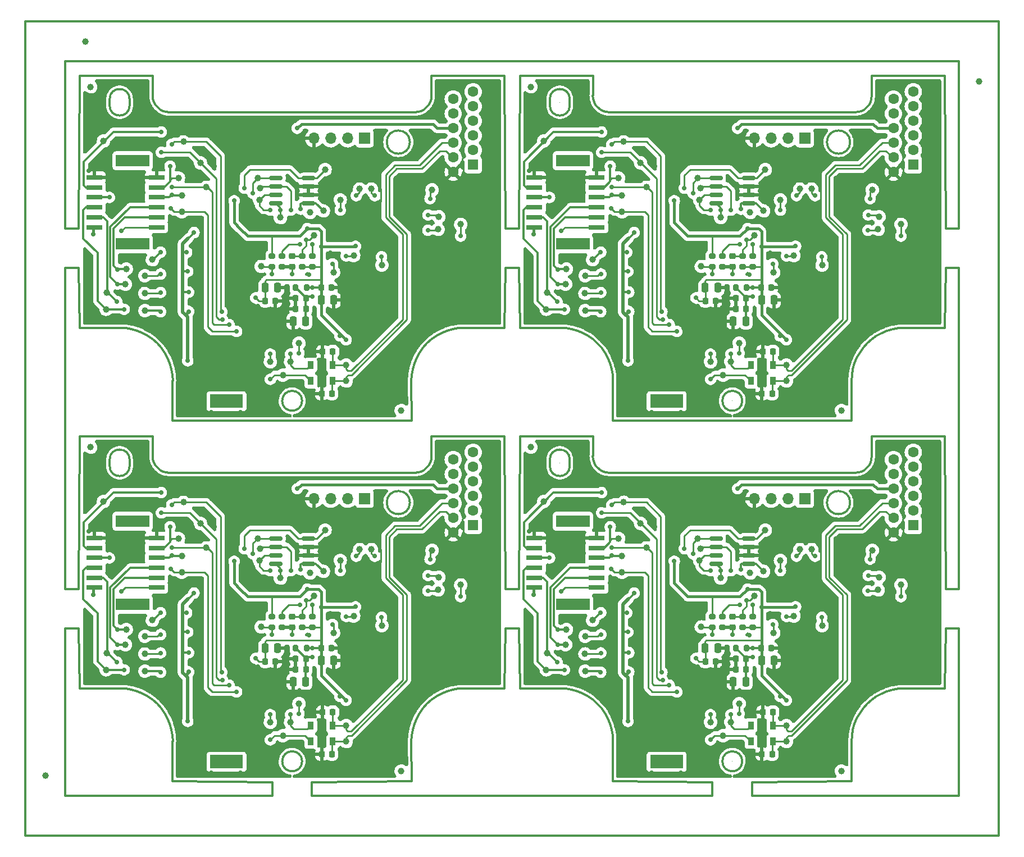
<source format=gtl>
%TF.GenerationSoftware,KiCad,Pcbnew,(6.0.0)*%
%TF.CreationDate,2022-02-12T17:38:02+08:00*%
%TF.ProjectId,SX7H02050048PB,53583748-3032-4303-9530-30343850422e,rev?*%
%TF.SameCoordinates,Original*%
%TF.FileFunction,Copper,L1,Top*%
%TF.FilePolarity,Positive*%
%FSLAX46Y46*%
G04 Gerber Fmt 4.6, Leading zero omitted, Abs format (unit mm)*
G04 Created by KiCad (PCBNEW (6.0.0)) date 2022-02-12 17:38:02*
%MOMM*%
%LPD*%
G01*
G04 APERTURE LIST*
G04 Aperture macros list*
%AMRoundRect*
0 Rectangle with rounded corners*
0 $1 Rounding radius*
0 $2 $3 $4 $5 $6 $7 $8 $9 X,Y pos of 4 corners*
0 Add a 4 corners polygon primitive as box body*
4,1,4,$2,$3,$4,$5,$6,$7,$8,$9,$2,$3,0*
0 Add four circle primitives for the rounded corners*
1,1,$1+$1,$2,$3*
1,1,$1+$1,$4,$5*
1,1,$1+$1,$6,$7*
1,1,$1+$1,$8,$9*
0 Add four rect primitives between the rounded corners*
20,1,$1+$1,$2,$3,$4,$5,0*
20,1,$1+$1,$4,$5,$6,$7,0*
20,1,$1+$1,$6,$7,$8,$9,0*
20,1,$1+$1,$8,$9,$2,$3,0*%
G04 Aperture macros list end*
%TA.AperFunction,Profile*%
%ADD10C,0.350000*%
%TD*%
%TA.AperFunction,Profile*%
%ADD11C,0.010049*%
%TD*%
%TA.AperFunction,Profile*%
%ADD12C,0.010050*%
%TD*%
%TA.AperFunction,SMDPad,CuDef*%
%ADD13RoundRect,0.225000X0.225000X0.250000X-0.225000X0.250000X-0.225000X-0.250000X0.225000X-0.250000X0*%
%TD*%
%TA.AperFunction,SMDPad,CuDef*%
%ADD14RoundRect,0.200000X0.275000X-0.200000X0.275000X0.200000X-0.275000X0.200000X-0.275000X-0.200000X0*%
%TD*%
%TA.AperFunction,SMDPad,CuDef*%
%ADD15C,1.000000*%
%TD*%
%TA.AperFunction,SMDPad,CuDef*%
%ADD16RoundRect,0.250000X-0.250000X-0.475000X0.250000X-0.475000X0.250000X0.475000X-0.250000X0.475000X0*%
%TD*%
%TA.AperFunction,SMDPad,CuDef*%
%ADD17R,5.000000X2.000000*%
%TD*%
%TA.AperFunction,SMDPad,CuDef*%
%ADD18R,2.450000X0.800000*%
%TD*%
%TA.AperFunction,SMDPad,CuDef*%
%ADD19R,5.050000X1.800000*%
%TD*%
%TA.AperFunction,SMDPad,CuDef*%
%ADD20RoundRect,0.200000X0.200000X0.275000X-0.200000X0.275000X-0.200000X-0.275000X0.200000X-0.275000X0*%
%TD*%
%TA.AperFunction,SMDPad,CuDef*%
%ADD21R,0.900000X1.200000*%
%TD*%
%TA.AperFunction,ComponentPad*%
%ADD22R,1.600000X1.600000*%
%TD*%
%TA.AperFunction,ComponentPad*%
%ADD23C,1.600000*%
%TD*%
%TA.AperFunction,SMDPad,CuDef*%
%ADD24RoundRect,0.225000X-0.250000X0.225000X-0.250000X-0.225000X0.250000X-0.225000X0.250000X0.225000X0*%
%TD*%
%TA.AperFunction,SMDPad,CuDef*%
%ADD25RoundRect,0.200000X-0.275000X0.200000X-0.275000X-0.200000X0.275000X-0.200000X0.275000X0.200000X0*%
%TD*%
%TA.AperFunction,SMDPad,CuDef*%
%ADD26RoundRect,0.250000X0.250000X0.475000X-0.250000X0.475000X-0.250000X-0.475000X0.250000X-0.475000X0*%
%TD*%
%TA.AperFunction,SMDPad,CuDef*%
%ADD27RoundRect,0.225000X-0.225000X-0.250000X0.225000X-0.250000X0.225000X0.250000X-0.225000X0.250000X0*%
%TD*%
%TA.AperFunction,ComponentPad*%
%ADD28R,1.700000X1.700000*%
%TD*%
%TA.AperFunction,ComponentPad*%
%ADD29O,1.700000X1.700000*%
%TD*%
%TA.AperFunction,SMDPad,CuDef*%
%ADD30RoundRect,0.150000X0.825000X0.150000X-0.825000X0.150000X-0.825000X-0.150000X0.825000X-0.150000X0*%
%TD*%
%TA.AperFunction,ViaPad*%
%ADD31C,0.700000*%
%TD*%
%TA.AperFunction,Conductor*%
%ADD32C,0.250000*%
%TD*%
%TA.AperFunction,Conductor*%
%ADD33C,0.300000*%
%TD*%
%TA.AperFunction,Conductor*%
%ADD34C,0.400000*%
%TD*%
%TA.AperFunction,Conductor*%
%ADD35C,0.500000*%
%TD*%
G04 APERTURE END LIST*
D10*
X129525000Y-134700122D02*
X129525000Y-136700122D01*
X123525000Y-134700122D02*
X123525000Y-136700122D01*
X129525000Y-136700122D02*
X160700000Y-136700122D01*
X63175000Y-136700122D02*
X123525000Y-136700122D01*
X129525000Y-134700122D02*
X144525000Y-134525122D01*
X108525000Y-134525122D02*
X123525000Y-134700122D01*
X63175000Y-134700122D02*
X63175000Y-136700122D01*
X57175000Y-134700122D02*
X57175000Y-136700122D01*
X26000000Y-136700122D02*
X57175000Y-136700122D01*
X63175000Y-134700122D02*
X78175000Y-134525122D01*
X42175000Y-134525122D02*
X57175000Y-134700122D01*
X158700000Y-111525091D02*
X160700000Y-111525091D01*
X158700000Y-105525091D02*
X160700000Y-105525091D01*
X160700000Y-111525091D02*
X160700000Y-136700122D01*
X160700000Y-57175030D02*
X160700000Y-105525091D01*
X158700000Y-111525091D02*
X158525000Y-120525122D01*
X158525000Y-82525061D02*
X158700000Y-105525091D01*
X92350000Y-111525091D02*
X94350000Y-111525091D01*
X92350000Y-105525091D02*
X94350000Y-105525091D01*
X94350000Y-111525091D02*
X94525000Y-120525122D01*
X94525000Y-82525061D02*
X94350000Y-105525091D01*
X92350000Y-111525091D02*
X92175000Y-120525122D01*
X92175000Y-82525061D02*
X92350000Y-105525091D01*
X26000000Y-111525091D02*
X28000000Y-111525091D01*
X26000000Y-105525091D02*
X28000000Y-105525091D01*
X28000000Y-111525091D02*
X28175000Y-120525122D01*
X28175000Y-82525061D02*
X28000000Y-105525091D01*
X26000000Y-111525091D02*
X26000000Y-136700122D01*
X26000000Y-57175030D02*
X26000000Y-105525091D01*
X158700000Y-57175030D02*
X160700000Y-57175030D01*
X158700000Y-51175030D02*
X160700000Y-51175030D01*
X160700000Y-26000000D02*
X160700000Y-51175030D01*
X158700000Y-57175030D02*
X158525000Y-66175061D01*
X158525000Y-28175000D02*
X158700000Y-51175030D01*
X92350000Y-57175030D02*
X94350000Y-57175030D01*
X92350000Y-51175030D02*
X94350000Y-51175030D01*
X94350000Y-57175030D02*
X94525000Y-66175061D01*
X94525000Y-28175000D02*
X94350000Y-51175030D01*
X92350000Y-57175030D02*
X92175000Y-66175061D01*
X92175000Y-28175000D02*
X92350000Y-51175030D01*
X26000000Y-57175030D02*
X28000000Y-57175030D01*
X26000000Y-51175030D02*
X28000000Y-51175030D01*
X28000000Y-57175030D02*
X28175000Y-66175061D01*
X28175000Y-28175000D02*
X28000000Y-51175030D01*
X26000000Y-26000000D02*
X26000000Y-51175030D01*
X107063636Y-87845923D02*
X106629371Y-87613806D01*
X108336707Y-126742102D02*
X108487220Y-127627966D01*
X147529212Y-122260596D02*
X148262061Y-121740637D01*
X107309485Y-124262122D02*
X107744117Y-125048560D01*
X105525000Y-85525061D02*
X105525000Y-82525061D01*
X108025000Y-88037146D02*
X107534888Y-87988928D01*
X144525000Y-134525122D02*
X144512427Y-128525122D01*
X107534888Y-87988928D02*
X107063636Y-87845923D01*
X144713294Y-126742102D02*
X144962073Y-125878699D01*
X144512427Y-128525122D02*
X144562781Y-127627966D01*
X106789527Y-123529334D02*
X107309485Y-124262122D01*
X145740516Y-124262122D02*
X146260474Y-123529334D01*
X105704139Y-86486426D02*
X105561133Y-86015173D01*
X147113746Y-86920691D02*
X146801307Y-87301367D01*
X149878638Y-120962134D02*
X150742041Y-120713355D01*
X99025000Y-87019080D02*
X99025000Y-86019080D01*
X108087928Y-125878699D02*
X108336707Y-126742102D01*
X105525000Y-82525061D02*
X94525000Y-82525061D01*
X128028967Y-131525122D02*
G75*
G03*
X128028967Y-131525122I-1499999J0D01*
G01*
X147525000Y-85525061D02*
X147537085Y-85525061D01*
X107744117Y-125048560D02*
X108087928Y-125878699D01*
X158525000Y-82525061D02*
X147525000Y-82525061D01*
X105936255Y-86920691D02*
X105704139Y-86486426D01*
X108487220Y-127627966D02*
X108537574Y-128525122D01*
X105512915Y-85525061D02*
X105525000Y-85525061D01*
X150742041Y-120713355D02*
X151627906Y-120562842D01*
X144285436Y-92520422D02*
G75*
G03*
X144285436Y-92520422I-1749999J0D01*
G01*
X102025000Y-86019080D02*
G75*
G03*
X99025000Y-86019080I-1500000J0D01*
G01*
X99025000Y-87019080D02*
G75*
G03*
X102025000Y-87019080I1500000J0D01*
G01*
X144562781Y-127627966D02*
X144713294Y-126742102D01*
X103171363Y-120962134D02*
X104001502Y-121306006D01*
X108537574Y-128525122D02*
X108525000Y-128525122D01*
X101422095Y-120562842D02*
X102307959Y-120713355D01*
X146260474Y-123529334D02*
X146859229Y-122859351D01*
X148262061Y-121740637D02*
X149048499Y-121306006D01*
D11*
X126533992Y-131525122D02*
G75*
G03*
X126533992Y-131525122I-5024J0D01*
G01*
D10*
X152525000Y-120525122D02*
X158525000Y-120525122D01*
X106190772Y-122859351D02*
X106789527Y-123529334D01*
X94525000Y-120525122D02*
X100525000Y-120512488D01*
X147537085Y-85525061D02*
X147488868Y-86015173D01*
X146859229Y-122859351D02*
X147529212Y-122260596D01*
X145305884Y-125048560D02*
X145740516Y-124262122D01*
X106248694Y-87301367D02*
X105936255Y-86920691D01*
D11*
X142540461Y-92520422D02*
G75*
G03*
X142540461Y-92520422I-5024J0D01*
G01*
D10*
X105520789Y-122260596D02*
X106190772Y-122859351D01*
X147488868Y-86015173D02*
X147345862Y-86486426D01*
X152525000Y-120512488D02*
X152525000Y-120525122D01*
X145025000Y-88025061D02*
X108025000Y-88025061D01*
X145515113Y-87988928D02*
X145025000Y-88037146D01*
X102025000Y-86019080D02*
X102025000Y-87019080D01*
X147345862Y-86486426D02*
X147113746Y-86920691D01*
X104787940Y-121740637D02*
X105520789Y-122260596D01*
X108025000Y-88025061D02*
X108025000Y-88037146D01*
X147525000Y-82525061D02*
X147525000Y-85525061D01*
X145986365Y-87845923D02*
X145515113Y-87988928D01*
X146801307Y-87301367D02*
X146420630Y-87613806D01*
X149048499Y-121306006D02*
X149878638Y-120962134D01*
X145025000Y-88037146D02*
X145025000Y-88025061D01*
X102307959Y-120713355D02*
X103171363Y-120962134D01*
X144962073Y-125878699D02*
X145305884Y-125048560D01*
D12*
X100530025Y-86519080D02*
G75*
G03*
X100530025Y-86519080I-5025J0D01*
G01*
D10*
X146420630Y-87613806D02*
X145986365Y-87845923D01*
X151627906Y-120562842D02*
X152525000Y-120512488D01*
X104001502Y-121306006D02*
X104787940Y-121740637D01*
X100525000Y-120512488D02*
X101422095Y-120562842D01*
X106629371Y-87613806D02*
X106248694Y-87301367D01*
X105561133Y-86015173D02*
X105512915Y-85525061D01*
X108525000Y-128525122D02*
X108525000Y-134525122D01*
X40713636Y-87845923D02*
X40279371Y-87613806D01*
X41986707Y-126742102D02*
X42137220Y-127627966D01*
X81179212Y-122260596D02*
X81912061Y-121740637D01*
X40959485Y-124262122D02*
X41394117Y-125048560D01*
X39175000Y-85525061D02*
X39175000Y-82525061D01*
X41675000Y-88037146D02*
X41184888Y-87988928D01*
X78175000Y-134525122D02*
X78162427Y-128525122D01*
X41184888Y-87988928D02*
X40713636Y-87845923D01*
X78363294Y-126742102D02*
X78612073Y-125878699D01*
X78162427Y-128525122D02*
X78212781Y-127627966D01*
X40439527Y-123529334D02*
X40959485Y-124262122D01*
X79390516Y-124262122D02*
X79910474Y-123529334D01*
X39354139Y-86486426D02*
X39211133Y-86015173D01*
X80763746Y-86920691D02*
X80451307Y-87301367D01*
X83528638Y-120962134D02*
X84392041Y-120713355D01*
X32675000Y-87019080D02*
X32675000Y-86019080D01*
X41737928Y-125878699D02*
X41986707Y-126742102D01*
X39175000Y-82525061D02*
X28175000Y-82525061D01*
X61678967Y-131525122D02*
G75*
G03*
X61678967Y-131525122I-1499999J0D01*
G01*
X81175000Y-85525061D02*
X81187085Y-85525061D01*
X41394117Y-125048560D02*
X41737928Y-125878699D01*
X92175000Y-82525061D02*
X81175000Y-82525061D01*
X39586255Y-86920691D02*
X39354139Y-86486426D01*
X42137220Y-127627966D02*
X42187574Y-128525122D01*
X39162915Y-85525061D02*
X39175000Y-85525061D01*
X84392041Y-120713355D02*
X85277906Y-120562842D01*
X77935436Y-92520422D02*
G75*
G03*
X77935436Y-92520422I-1749999J0D01*
G01*
X35675000Y-86019080D02*
G75*
G03*
X32675000Y-86019080I-1500000J0D01*
G01*
X32675000Y-87019080D02*
G75*
G03*
X35675000Y-87019080I1500000J0D01*
G01*
X78212781Y-127627966D02*
X78363294Y-126742102D01*
X36821363Y-120962134D02*
X37651502Y-121306006D01*
X42187574Y-128525122D02*
X42175000Y-128525122D01*
X35072095Y-120562842D02*
X35957959Y-120713355D01*
X79910474Y-123529334D02*
X80509229Y-122859351D01*
X81912061Y-121740637D02*
X82698499Y-121306006D01*
D11*
X60183992Y-131525122D02*
G75*
G03*
X60183992Y-131525122I-5024J0D01*
G01*
D10*
X86175000Y-120525122D02*
X92175000Y-120525122D01*
X39840772Y-122859351D02*
X40439527Y-123529334D01*
X28175000Y-120525122D02*
X34175000Y-120512488D01*
X81187085Y-85525061D02*
X81138868Y-86015173D01*
X80509229Y-122859351D02*
X81179212Y-122260596D01*
X78955884Y-125048560D02*
X79390516Y-124262122D01*
X39898694Y-87301367D02*
X39586255Y-86920691D01*
D11*
X76190461Y-92520422D02*
G75*
G03*
X76190461Y-92520422I-5024J0D01*
G01*
D10*
X39170789Y-122260596D02*
X39840772Y-122859351D01*
X81138868Y-86015173D02*
X80995862Y-86486426D01*
X86175000Y-120512488D02*
X86175000Y-120525122D01*
X78675000Y-88025061D02*
X41675000Y-88025061D01*
X79165113Y-87988928D02*
X78675000Y-88037146D01*
X35675000Y-86019080D02*
X35675000Y-87019080D01*
X80995862Y-86486426D02*
X80763746Y-86920691D01*
X38437940Y-121740637D02*
X39170789Y-122260596D01*
X41675000Y-88025061D02*
X41675000Y-88037146D01*
X81175000Y-82525061D02*
X81175000Y-85525061D01*
X79636365Y-87845923D02*
X79165113Y-87988928D01*
X80451307Y-87301367D02*
X80070630Y-87613806D01*
X82698499Y-121306006D02*
X83528638Y-120962134D01*
X78675000Y-88037146D02*
X78675000Y-88025061D01*
X35957959Y-120713355D02*
X36821363Y-120962134D01*
X78612073Y-125878699D02*
X78955884Y-125048560D01*
D12*
X34180025Y-86519080D02*
G75*
G03*
X34180025Y-86519080I-5025J0D01*
G01*
D10*
X80070630Y-87613806D02*
X79636365Y-87845923D01*
X85277906Y-120562842D02*
X86175000Y-120512488D01*
X37651502Y-121306006D02*
X38437940Y-121740637D01*
X34175000Y-120512488D02*
X35072095Y-120562842D01*
X40279371Y-87613806D02*
X39898694Y-87301367D01*
X39211133Y-86015173D02*
X39162915Y-85525061D01*
X42175000Y-128525122D02*
X42175000Y-134525122D01*
X107063636Y-33495862D02*
X106629371Y-33263745D01*
X108336707Y-72392041D02*
X108487220Y-73277905D01*
X147529212Y-67910535D02*
X148262061Y-67390576D01*
X107309485Y-69912061D02*
X107744117Y-70698499D01*
X105525000Y-31175000D02*
X105525000Y-28175000D01*
X108025000Y-33687085D02*
X107534888Y-33638867D01*
X144525000Y-80175061D02*
X144512427Y-74175061D01*
X107534888Y-33638867D02*
X107063636Y-33495862D01*
X144713294Y-72392041D02*
X144962073Y-71528638D01*
X144512427Y-74175061D02*
X144562781Y-73277905D01*
X106789527Y-69179273D02*
X107309485Y-69912061D01*
X145740516Y-69912061D02*
X146260474Y-69179273D01*
X105704139Y-32136365D02*
X105561133Y-31665112D01*
X147113746Y-32570630D02*
X146801307Y-32951306D01*
X149878638Y-66612073D02*
X150742041Y-66363294D01*
X99025000Y-32669019D02*
X99025000Y-31669019D01*
X108087928Y-71528638D02*
X108336707Y-72392041D01*
X105525000Y-28175000D02*
X94525000Y-28175000D01*
X128028967Y-77175061D02*
G75*
G03*
X128028967Y-77175061I-1499999J0D01*
G01*
X147525000Y-31175000D02*
X147537085Y-31175000D01*
X107744117Y-70698499D02*
X108087928Y-71528638D01*
X158525000Y-28175000D02*
X147525000Y-28175000D01*
X105936255Y-32570630D02*
X105704139Y-32136365D01*
X108487220Y-73277905D02*
X108537574Y-74175061D01*
X105512915Y-31175000D02*
X105525000Y-31175000D01*
X150742041Y-66363294D02*
X151627906Y-66212781D01*
X144285436Y-38170361D02*
G75*
G03*
X144285436Y-38170361I-1749999J0D01*
G01*
X102025000Y-31669019D02*
G75*
G03*
X99025000Y-31669019I-1500000J0D01*
G01*
X99025000Y-32669019D02*
G75*
G03*
X102025000Y-32669019I1500000J0D01*
G01*
X144562781Y-73277905D02*
X144713294Y-72392041D01*
X103171363Y-66612073D02*
X104001502Y-66955945D01*
X108537574Y-74175061D02*
X108525000Y-74175061D01*
X101422095Y-66212781D02*
X102307959Y-66363294D01*
X146260474Y-69179273D02*
X146859229Y-68509290D01*
X148262061Y-67390576D02*
X149048499Y-66955945D01*
X108525000Y-80175061D02*
X144525000Y-80175061D01*
D11*
X126533992Y-77175061D02*
G75*
G03*
X126533992Y-77175061I-5024J0D01*
G01*
D10*
X152525000Y-66175061D02*
X158525000Y-66175061D01*
X106190772Y-68509290D02*
X106789527Y-69179273D01*
X94525000Y-66175061D02*
X100525000Y-66162427D01*
X147537085Y-31175000D02*
X147488868Y-31665112D01*
X146859229Y-68509290D02*
X147529212Y-67910535D01*
X145305884Y-70698499D02*
X145740516Y-69912061D01*
X106248694Y-32951306D02*
X105936255Y-32570630D01*
D11*
X142540461Y-38170361D02*
G75*
G03*
X142540461Y-38170361I-5024J0D01*
G01*
D10*
X105520789Y-67910535D02*
X106190772Y-68509290D01*
X147488868Y-31665112D02*
X147345862Y-32136365D01*
X152525000Y-66162427D02*
X152525000Y-66175061D01*
X145025000Y-33675000D02*
X108025000Y-33675000D01*
X145515113Y-33638867D02*
X145025000Y-33687085D01*
X102025000Y-31669019D02*
X102025000Y-32669019D01*
X147345862Y-32136365D02*
X147113746Y-32570630D01*
X104787940Y-67390576D02*
X105520789Y-67910535D01*
X108025000Y-33675000D02*
X108025000Y-33687085D01*
X147525000Y-28175000D02*
X147525000Y-31175000D01*
X145986365Y-33495862D02*
X145515113Y-33638867D01*
X146801307Y-32951306D02*
X146420630Y-33263745D01*
X149048499Y-66955945D02*
X149878638Y-66612073D01*
X145025000Y-33687085D02*
X145025000Y-33675000D01*
X102307959Y-66363294D02*
X103171363Y-66612073D01*
X144962073Y-71528638D02*
X145305884Y-70698499D01*
D12*
X100530025Y-32169019D02*
G75*
G03*
X100530025Y-32169019I-5025J0D01*
G01*
D10*
X146420630Y-33263745D02*
X145986365Y-33495862D01*
X151627906Y-66212781D02*
X152525000Y-66162427D01*
X104001502Y-66955945D02*
X104787940Y-67390576D01*
X100525000Y-66162427D02*
X101422095Y-66212781D01*
X106629371Y-33263745D02*
X106248694Y-32951306D01*
X105561133Y-31665112D02*
X105512915Y-31175000D01*
X108525000Y-74175061D02*
X108525000Y-80175061D01*
X40713636Y-33495862D02*
X40279371Y-33263745D01*
X41986707Y-72392041D02*
X42137220Y-73277905D01*
X81179212Y-67910535D02*
X81912061Y-67390576D01*
X40959485Y-69912061D02*
X41394117Y-70698499D01*
X39175000Y-31175000D02*
X39175000Y-28175000D01*
X41675000Y-33687085D02*
X41184888Y-33638867D01*
X78175000Y-80175061D02*
X78162427Y-74175061D01*
X41184888Y-33638867D02*
X40713636Y-33495862D01*
X78363294Y-72392041D02*
X78612073Y-71528638D01*
X78162427Y-74175061D02*
X78212781Y-73277905D01*
X40439527Y-69179273D02*
X40959485Y-69912061D01*
X79390516Y-69912061D02*
X79910474Y-69179273D01*
X39354139Y-32136365D02*
X39211133Y-31665112D01*
X80763746Y-32570630D02*
X80451307Y-32951306D01*
X83528638Y-66612073D02*
X84392041Y-66363294D01*
X32675000Y-32669019D02*
X32675000Y-31669019D01*
X41737928Y-71528638D02*
X41986707Y-72392041D01*
X39175000Y-28175000D02*
X28175000Y-28175000D01*
X61678967Y-77175061D02*
G75*
G03*
X61678967Y-77175061I-1499999J0D01*
G01*
X81175000Y-31175000D02*
X81187085Y-31175000D01*
X41394117Y-70698499D02*
X41737928Y-71528638D01*
X92175000Y-28175000D02*
X81175000Y-28175000D01*
X39586255Y-32570630D02*
X39354139Y-32136365D01*
X42137220Y-73277905D02*
X42187574Y-74175061D01*
X39162915Y-31175000D02*
X39175000Y-31175000D01*
X84392041Y-66363294D02*
X85277906Y-66212781D01*
X77935436Y-38170361D02*
G75*
G03*
X77935436Y-38170361I-1749999J0D01*
G01*
X35675000Y-31669019D02*
G75*
G03*
X32675000Y-31669019I-1500000J0D01*
G01*
X32675000Y-32669019D02*
G75*
G03*
X35675000Y-32669019I1500000J0D01*
G01*
X78212781Y-73277905D02*
X78363294Y-72392041D01*
X36821363Y-66612073D02*
X37651502Y-66955945D01*
X42187574Y-74175061D02*
X42175000Y-74175061D01*
X35072095Y-66212781D02*
X35957959Y-66363294D01*
X79910474Y-69179273D02*
X80509229Y-68509290D01*
X81912061Y-67390576D02*
X82698499Y-66955945D01*
X42175000Y-80175061D02*
X78175000Y-80175061D01*
D11*
X60183992Y-77175061D02*
G75*
G03*
X60183992Y-77175061I-5024J0D01*
G01*
D10*
X86175000Y-66175061D02*
X92175000Y-66175061D01*
X39840772Y-68509290D02*
X40439527Y-69179273D01*
X28175000Y-66175061D02*
X34175000Y-66162427D01*
X81187085Y-31175000D02*
X81138868Y-31665112D01*
X80509229Y-68509290D02*
X81179212Y-67910535D01*
X78955884Y-70698499D02*
X79390516Y-69912061D01*
X39898694Y-32951306D02*
X39586255Y-32570630D01*
D11*
X76190461Y-38170361D02*
G75*
G03*
X76190461Y-38170361I-5024J0D01*
G01*
D10*
X39170789Y-67910535D02*
X39840772Y-68509290D01*
X81138868Y-31665112D02*
X80995862Y-32136365D01*
X86175000Y-66162427D02*
X86175000Y-66175061D01*
X78675000Y-33675000D02*
X41675000Y-33675000D01*
X79165113Y-33638867D02*
X78675000Y-33687085D01*
X35675000Y-31669019D02*
X35675000Y-32669019D01*
X80995862Y-32136365D02*
X80763746Y-32570630D01*
X38437940Y-67390576D02*
X39170789Y-67910535D01*
X41675000Y-33675000D02*
X41675000Y-33687085D01*
X81175000Y-28175000D02*
X81175000Y-31175000D01*
X79636365Y-33495862D02*
X79165113Y-33638867D01*
X80451307Y-32951306D02*
X80070630Y-33263745D01*
X82698499Y-66955945D02*
X83528638Y-66612073D01*
X78675000Y-33687085D02*
X78675000Y-33675000D01*
X35957959Y-66363294D02*
X36821363Y-66612073D01*
X78612073Y-71528638D02*
X78955884Y-70698499D01*
D12*
X34180025Y-32169019D02*
G75*
G03*
X34180025Y-32169019I-5025J0D01*
G01*
D10*
X80070630Y-33263745D02*
X79636365Y-33495862D01*
X85277906Y-66212781D02*
X86175000Y-66162427D01*
X37651502Y-66955945D02*
X38437940Y-67390576D01*
X34175000Y-66162427D02*
X35072095Y-66212781D01*
X40279371Y-33263745D02*
X39898694Y-32951306D01*
X39211133Y-31665112D02*
X39162915Y-31175000D01*
X42175000Y-74175061D02*
X42175000Y-80175061D01*
X26000000Y-26000000D02*
X160700000Y-26000000D01*
X20000000Y-20000000D02*
X20000000Y-142700122D01*
X20000000Y-142700122D02*
X166700000Y-142700122D01*
X166700000Y-20000000D02*
X166700000Y-142700122D01*
X20000000Y-20000000D02*
X166700000Y-20000000D01*
D13*
%TO.P,C120,1*%
%TO.N,VDDA*%
X128623998Y-116099114D03*
%TO.P,C120,2*%
%TO.N,GND*%
X127073998Y-116099114D03*
%TD*%
D14*
%TO.P,R109,1*%
%TO.N,+5V*%
X129594998Y-111336114D03*
%TO.P,R109,2*%
%TO.N,/MCU/SWD_DIO*%
X129594998Y-109686114D03*
%TD*%
D15*
%TO.P,TP49,1,1*%
%TO.N,/RELEASE1_AI*%
X109909998Y-100605114D03*
%TD*%
D16*
%TO.P,C117,1*%
%TO.N,+5V*%
X130930998Y-116353114D03*
%TO.P,C117,2*%
%TO.N,GND*%
X132830998Y-116353114D03*
%TD*%
D15*
%TO.P,TP55,1,1*%
%TO.N,Net-(R136-Pad1)*%
X121593998Y-101240114D03*
%TD*%
%TO.P,TP63,1,1*%
%TO.N,/Paddle+*%
X134674998Y-128545114D03*
%TD*%
%TO.P,TP84,1,1*%
%TO.N,Net-(Q106-Pad3)*%
X104321998Y-115337114D03*
%TD*%
%TO.P,TP31,1,1*%
%TO.N,Net-(R119-Pad2)*%
X121847998Y-111273114D03*
%TD*%
%TO.P,TP44,1,1*%
%TO.N,/MCU/P2_MCU*%
X110163998Y-92477114D03*
%TD*%
%TO.P,TP70,1,1*%
%TO.N,/M_OH*%
X101400998Y-113940114D03*
%TD*%
D17*
%TO.P,ZLONG_LOGO2,*%
%TO.N,*%
X116640998Y-131593114D03*
%TD*%
D15*
%TO.P,TP68,1,1*%
%TO.N,/IO/Paddle-_AI*%
X127562998Y-122830114D03*
%TD*%
%TO.P,TP46,1,1*%
%TO.N,/MCU/UNLOCK2_MCU*%
X112703998Y-95652114D03*
%TD*%
%TO.P,TP45,1,1*%
%TO.N,/MCU/UNLOCK1_MCU*%
X113592998Y-99335114D03*
%TD*%
%TO.P,TP65,1,1*%
%TO.N,Net-(D106-Pad2)*%
X125149998Y-127656114D03*
%TD*%
D18*
%TO.P,J2,1,Pin_1*%
%TO.N,/ILL_LED_OH*%
X96700999Y-105353614D03*
%TO.P,J2,2,Pin_2*%
%TO.N,/P_OH*%
X106101006Y-105353614D03*
%TO.P,J2,3,Pin_3*%
%TO.N,/R_OH*%
X96700999Y-103853614D03*
%TO.P,J2,4,Pin_4*%
%TO.N,/N_OH*%
X106101006Y-103853614D03*
%TO.P,J2,5,Pin_5*%
%TO.N,/D_OH*%
X96700999Y-102353615D03*
%TO.P,J2,6,Pin_6*%
%TO.N,/M_OH*%
X106101006Y-102353615D03*
%TO.P,J2,7,Pin_7*%
%TO.N,/PARK1_AI*%
X96700999Y-100853613D03*
%TO.P,J2,8,Pin_8*%
%TO.N,/RELEASE1_AI*%
X106101006Y-100853613D03*
%TO.P,J2,9,Pin_9*%
%TO.N,/PARK2_AI*%
X96700999Y-99353613D03*
%TO.P,J2,10,Pin_10*%
%TO.N,/RELEASE2_AI*%
X106101006Y-99353613D03*
%TO.P,J2,11,Pin_11*%
%TO.N,GND*%
X96700999Y-97853614D03*
%TO.P,J2,12,Pin_12*%
X106101006Y-97853614D03*
D19*
%TO.P,J2,13*%
%TO.N,N/C*%
X102501013Y-107883614D03*
%TO.P,J2,14*%
X102501013Y-95323614D03*
%TD*%
D20*
%TO.P,L103,1,1*%
%TO.N,+5V*%
X128707998Y-114448114D03*
%TO.P,L103,2,2*%
%TO.N,VDDA*%
X127057998Y-114448114D03*
%TD*%
D15*
%TO.P,TP74,1,1*%
%TO.N,Net-(Q104-Pad3)*%
X104347398Y-112670114D03*
%TD*%
%TO.P,TP91,1,1*%
%TO.N,Net-(L104-Pad3)*%
X136706998Y-99589114D03*
%TD*%
%TO.P,TP85,1,1*%
%TO.N,Net-(Q107-Pad3)*%
X105464998Y-110257114D03*
%TD*%
%TO.P,TP54,1,1*%
%TO.N,Net-(R114-Pad1)*%
X124768998Y-103907114D03*
%TD*%
%TO.P,TP78,1,1*%
%TO.N,/R_OH*%
X98606998Y-115210114D03*
%TD*%
D16*
%TO.P,C116,1*%
%TO.N,+5V*%
X122421998Y-114448114D03*
%TO.P,C116,2*%
%TO.N,GND*%
X124321998Y-114448114D03*
%TD*%
D21*
%TO.P,D107,1,K*%
%TO.N,/Paddle-*%
X132641998Y-126132114D03*
%TO.P,D107,2,A*%
%TO.N,Net-(D107-Pad2)*%
X129341998Y-126132114D03*
%TD*%
D15*
%TO.P,TP64,1,1*%
%TO.N,/Paddle-*%
X134674998Y-126132114D03*
%TD*%
%TO.P,TP96,1,1*%
%TO.N,Net-(R154-Pad1)*%
X140059798Y-111069914D03*
%TD*%
%TO.P,TP95,1,1*%
%TO.N,Net-(R153-Pad1)*%
X135817998Y-109622114D03*
%TD*%
%TO.P,MARK2,*%
%TO.N,*%
X142962998Y-132987114D03*
%TD*%
D14*
%TO.P,R116,1*%
%TO.N,+5V*%
X128070998Y-111336114D03*
%TO.P,R116,2*%
%TO.N,Net-(C122-Pad1)*%
X128070998Y-109686114D03*
%TD*%
D22*
%TO.P,J1,1,Pin_1*%
%TO.N,/CANH*%
X153812998Y-95937114D03*
D23*
%TO.P,J1,2,Pin_2*%
%TO.N,/CANL*%
X153812998Y-93737114D03*
%TO.P,J1,3,Pin_3*%
%TO.N,/DriveMode*%
X153812998Y-91537114D03*
%TO.P,J1,4,Pin_4*%
%TO.N,unconnected-(J1-Pad4)*%
X153812998Y-89337114D03*
%TO.P,J1,5,Pin_5*%
%TO.N,unconnected-(J1-Pad5)*%
X153812998Y-87137114D03*
%TO.P,J1,6,Pin_6*%
%TO.N,unconnected-(J1-Pad6)*%
X153812998Y-84937114D03*
%TO.P,J1,7,Pin_7*%
%TO.N,GND*%
X150812998Y-97037114D03*
%TO.P,J1,8,Pin_8*%
%TO.N,/Paddle+*%
X150812998Y-94837114D03*
%TO.P,J1,9,Pin_9*%
%TO.N,/Paddle-*%
X150812998Y-92637114D03*
%TO.P,J1,10,Pin_10*%
%TO.N,/ILL+*%
X150812998Y-90437114D03*
%TO.P,J1,11,Pin_11*%
%TO.N,/KL15*%
X150812998Y-88237114D03*
%TO.P,J1,12,Pin_12*%
%TO.N,/KL30*%
X150812998Y-86037114D03*
%TD*%
D13*
%TO.P,C135,1*%
%TO.N,/Paddle+*%
X132528998Y-130450114D03*
%TO.P,C135,2*%
%TO.N,GND*%
X130978998Y-130450114D03*
%TD*%
D15*
%TO.P,TP53,1,1*%
%TO.N,Net-(R134-Pad2)*%
X131499998Y-96668114D03*
%TD*%
D21*
%TO.P,D106,1,K*%
%TO.N,/Paddle+*%
X132641998Y-128545114D03*
%TO.P,D106,2,A*%
%TO.N,Net-(D106-Pad2)*%
X129341998Y-128545114D03*
%TD*%
D24*
%TO.P,C122,1*%
%TO.N,Net-(C122-Pad1)*%
X126546998Y-109736114D03*
%TO.P,C122,2*%
%TO.N,GND*%
X126546998Y-111286114D03*
%TD*%
D15*
%TO.P,TP56,1,1*%
%TO.N,Net-(R113-Pad2)*%
X121339998Y-97938114D03*
%TD*%
%TO.P,TP59,1,1*%
%TO.N,Net-(R115-Pad2)*%
X121720998Y-99462114D03*
%TD*%
%TO.P,TP11,1,1*%
%TO.N,Net-(Q102-Pad1)*%
X151946998Y-104923114D03*
%TD*%
%TO.P,TP10,1,1*%
%TO.N,Net-(Q101-Pad3)*%
X148644998Y-103780114D03*
%TD*%
%TO.P,TP3,1,1*%
%TO.N,Net-(D101-Pad1)*%
X147628998Y-99716114D03*
%TD*%
%TO.P,TP83,1,1*%
%TO.N,Net-(Q105-Pad3)*%
X104347398Y-117927914D03*
%TD*%
D25*
%TO.P,R119,1*%
%TO.N,+5V*%
X123498998Y-109686114D03*
%TO.P,R119,2*%
%TO.N,Net-(R119-Pad2)*%
X123498998Y-111336114D03*
%TD*%
D15*
%TO.P,TP77,1,1*%
%TO.N,/D_OH*%
X98479998Y-117724714D03*
%TD*%
%TO.P,TP52,1,1*%
%TO.N,Net-(C132-Pad2)*%
X131245998Y-102891114D03*
%TD*%
D26*
%TO.P,C119,1*%
%TO.N,VDDA*%
X128578998Y-119528114D03*
%TO.P,C119,2*%
%TO.N,GND*%
X126678998Y-119528114D03*
%TD*%
D27*
%TO.P,C113,1*%
%TO.N,+5V*%
X122469998Y-116480114D03*
%TO.P,C113,2*%
%TO.N,GND*%
X124019998Y-116480114D03*
%TD*%
D28*
%TO.P,J101,1,Pin_1*%
%TO.N,+5V*%
X137458998Y-91969114D03*
D29*
%TO.P,J101,2,Pin_2*%
%TO.N,/MCU/SWD_DIO*%
X134918998Y-91969114D03*
%TO.P,J101,3,Pin_3*%
%TO.N,/MCU/SWD_CLK*%
X132378998Y-91969114D03*
%TO.P,J101,4,Pin_4*%
%TO.N,GND*%
X129838998Y-91969114D03*
%TD*%
D13*
%TO.P,C136,1*%
%TO.N,/Paddle-*%
X132655998Y-124100114D03*
%TO.P,C136,2*%
%TO.N,GND*%
X131105998Y-124100114D03*
%TD*%
D15*
%TO.P,TP43,1,1*%
%TO.N,/MCU/P1_MCU*%
X109909998Y-103018114D03*
%TD*%
D25*
%TO.P,R110,1*%
%TO.N,/MCU/SWD_CLK*%
X125022998Y-109686114D03*
%TO.P,R110,2*%
%TO.N,GND*%
X125022998Y-111336114D03*
%TD*%
D15*
%TO.P,TP67,1,1*%
%TO.N,/IO/Paddle+_AI*%
X123244998Y-125624114D03*
%TD*%
%TO.P,TP28,1,1*%
%TO.N,Net-(C122-Pad1)*%
X129848998Y-106574114D03*
%TD*%
%TO.P,TP48,1,1*%
%TO.N,/PARK2_AI*%
X98098998Y-92350114D03*
%TD*%
%TO.P,U103,0*%
%TO.N,N/C*%
X129213998Y-103145114D03*
D30*
%TO.P,U103,1,VSUP*%
%TO.N,Net-(C132-Pad2)*%
X129021998Y-101748114D03*
%TO.P,U103,2,GND*%
%TO.N,GND*%
X129021998Y-100478114D03*
%TO.P,U103,3,TEST*%
X129021998Y-99208114D03*
%TO.P,U103,4,CSN*%
%TO.N,Net-(R134-Pad2)*%
X129021998Y-97938114D03*
%TO.P,U103,5,MISO*%
%TO.N,Net-(R113-Pad2)*%
X124071998Y-97938114D03*
%TO.P,U103,6,WAKI/O*%
%TO.N,Net-(R115-Pad2)*%
X124071998Y-99208114D03*
%TO.P,U103,7,MOSI*%
%TO.N,Net-(R136-Pad1)*%
X124071998Y-100478114D03*
%TO.P,U103,8,SCK*%
%TO.N,Net-(R114-Pad1)*%
X124071998Y-101748114D03*
%TD*%
D15*
%TO.P,TP25,1,1*%
%TO.N,/CAN/CAN_RX*%
X132769998Y-112162114D03*
%TD*%
%TO.P,TP92,1,1*%
%TO.N,Net-(L104-Pad2)*%
X138484998Y-99589114D03*
%TD*%
%TO.P,TP93,1,1*%
%TO.N,Net-(C146-Pad2)*%
X133785998Y-101240114D03*
%TD*%
%TO.P,TP66,1,1*%
%TO.N,Net-(D107-Pad2)*%
X126292998Y-125624114D03*
%TD*%
D27*
%TO.P,C118,1*%
%TO.N,+5V*%
X130885998Y-114486354D03*
%TO.P,C118,2*%
%TO.N,GND*%
X132435998Y-114486354D03*
%TD*%
D15*
%TO.P,MARK1,*%
%TO.N,*%
X96162998Y-84187114D03*
%TD*%
%TO.P,TP79,1,1*%
%TO.N,/N_OH*%
X101527998Y-111654114D03*
%TD*%
D13*
%TO.P,C121,1*%
%TO.N,VDDA*%
X128623998Y-117665354D03*
%TO.P,C121,2*%
%TO.N,GND*%
X127073998Y-117665354D03*
%TD*%
D15*
%TO.P,TP6,1,1*%
%TO.N,Net-(D103-Pad1)*%
X148517998Y-105685114D03*
%TD*%
%TO.P,TP50,1,1*%
%TO.N,/RELEASE2_AI*%
X109401998Y-97938114D03*
%TD*%
D13*
%TO.P,C120,1*%
%TO.N,VDDA*%
X62273998Y-116099114D03*
%TO.P,C120,2*%
%TO.N,GND*%
X60723998Y-116099114D03*
%TD*%
D14*
%TO.P,R109,1*%
%TO.N,+5V*%
X63244998Y-111336114D03*
%TO.P,R109,2*%
%TO.N,/MCU/SWD_DIO*%
X63244998Y-109686114D03*
%TD*%
D15*
%TO.P,TP49,1,1*%
%TO.N,/RELEASE1_AI*%
X43559998Y-100605114D03*
%TD*%
D16*
%TO.P,C117,1*%
%TO.N,+5V*%
X64580998Y-116353114D03*
%TO.P,C117,2*%
%TO.N,GND*%
X66480998Y-116353114D03*
%TD*%
D15*
%TO.P,TP55,1,1*%
%TO.N,Net-(R136-Pad1)*%
X55243998Y-101240114D03*
%TD*%
%TO.P,TP63,1,1*%
%TO.N,/Paddle+*%
X68324998Y-128545114D03*
%TD*%
%TO.P,TP84,1,1*%
%TO.N,Net-(Q106-Pad3)*%
X37971998Y-115337114D03*
%TD*%
%TO.P,TP31,1,1*%
%TO.N,Net-(R119-Pad2)*%
X55497998Y-111273114D03*
%TD*%
%TO.P,TP44,1,1*%
%TO.N,/MCU/P2_MCU*%
X43813998Y-92477114D03*
%TD*%
%TO.P,TP70,1,1*%
%TO.N,/M_OH*%
X35050998Y-113940114D03*
%TD*%
D17*
%TO.P,ZLONG_LOGO2,*%
%TO.N,*%
X50290998Y-131593114D03*
%TD*%
D15*
%TO.P,TP68,1,1*%
%TO.N,/IO/Paddle-_AI*%
X61212998Y-122830114D03*
%TD*%
%TO.P,TP46,1,1*%
%TO.N,/MCU/UNLOCK2_MCU*%
X46353998Y-95652114D03*
%TD*%
%TO.P,TP45,1,1*%
%TO.N,/MCU/UNLOCK1_MCU*%
X47242998Y-99335114D03*
%TD*%
%TO.P,TP65,1,1*%
%TO.N,Net-(D106-Pad2)*%
X58799998Y-127656114D03*
%TD*%
D18*
%TO.P,J2,1,Pin_1*%
%TO.N,/ILL_LED_OH*%
X30350999Y-105353614D03*
%TO.P,J2,2,Pin_2*%
%TO.N,/P_OH*%
X39751006Y-105353614D03*
%TO.P,J2,3,Pin_3*%
%TO.N,/R_OH*%
X30350999Y-103853614D03*
%TO.P,J2,4,Pin_4*%
%TO.N,/N_OH*%
X39751006Y-103853614D03*
%TO.P,J2,5,Pin_5*%
%TO.N,/D_OH*%
X30350999Y-102353615D03*
%TO.P,J2,6,Pin_6*%
%TO.N,/M_OH*%
X39751006Y-102353615D03*
%TO.P,J2,7,Pin_7*%
%TO.N,/PARK1_AI*%
X30350999Y-100853613D03*
%TO.P,J2,8,Pin_8*%
%TO.N,/RELEASE1_AI*%
X39751006Y-100853613D03*
%TO.P,J2,9,Pin_9*%
%TO.N,/PARK2_AI*%
X30350999Y-99353613D03*
%TO.P,J2,10,Pin_10*%
%TO.N,/RELEASE2_AI*%
X39751006Y-99353613D03*
%TO.P,J2,11,Pin_11*%
%TO.N,GND*%
X30350999Y-97853614D03*
%TO.P,J2,12,Pin_12*%
X39751006Y-97853614D03*
D19*
%TO.P,J2,13*%
%TO.N,N/C*%
X36151013Y-107883614D03*
%TO.P,J2,14*%
X36151013Y-95323614D03*
%TD*%
D20*
%TO.P,L103,1,1*%
%TO.N,+5V*%
X62357998Y-114448114D03*
%TO.P,L103,2,2*%
%TO.N,VDDA*%
X60707998Y-114448114D03*
%TD*%
D15*
%TO.P,TP74,1,1*%
%TO.N,Net-(Q104-Pad3)*%
X37997398Y-112670114D03*
%TD*%
%TO.P,TP91,1,1*%
%TO.N,Net-(L104-Pad3)*%
X70356998Y-99589114D03*
%TD*%
%TO.P,TP85,1,1*%
%TO.N,Net-(Q107-Pad3)*%
X39114998Y-110257114D03*
%TD*%
%TO.P,TP54,1,1*%
%TO.N,Net-(R114-Pad1)*%
X58418998Y-103907114D03*
%TD*%
%TO.P,TP78,1,1*%
%TO.N,/R_OH*%
X32256998Y-115210114D03*
%TD*%
D16*
%TO.P,C116,1*%
%TO.N,+5V*%
X56071998Y-114448114D03*
%TO.P,C116,2*%
%TO.N,GND*%
X57971998Y-114448114D03*
%TD*%
D21*
%TO.P,D107,1,K*%
%TO.N,/Paddle-*%
X66291998Y-126132114D03*
%TO.P,D107,2,A*%
%TO.N,Net-(D107-Pad2)*%
X62991998Y-126132114D03*
%TD*%
D15*
%TO.P,TP64,1,1*%
%TO.N,/Paddle-*%
X68324998Y-126132114D03*
%TD*%
%TO.P,TP96,1,1*%
%TO.N,Net-(R154-Pad1)*%
X73709798Y-111069914D03*
%TD*%
%TO.P,TP95,1,1*%
%TO.N,Net-(R153-Pad1)*%
X69467998Y-109622114D03*
%TD*%
%TO.P,MARK2,*%
%TO.N,*%
X76612998Y-132987114D03*
%TD*%
D14*
%TO.P,R116,1*%
%TO.N,+5V*%
X61720998Y-111336114D03*
%TO.P,R116,2*%
%TO.N,Net-(C122-Pad1)*%
X61720998Y-109686114D03*
%TD*%
D22*
%TO.P,J1,1,Pin_1*%
%TO.N,/CANH*%
X87462998Y-95937114D03*
D23*
%TO.P,J1,2,Pin_2*%
%TO.N,/CANL*%
X87462998Y-93737114D03*
%TO.P,J1,3,Pin_3*%
%TO.N,/DriveMode*%
X87462998Y-91537114D03*
%TO.P,J1,4,Pin_4*%
%TO.N,unconnected-(J1-Pad4)*%
X87462998Y-89337114D03*
%TO.P,J1,5,Pin_5*%
%TO.N,unconnected-(J1-Pad5)*%
X87462998Y-87137114D03*
%TO.P,J1,6,Pin_6*%
%TO.N,unconnected-(J1-Pad6)*%
X87462998Y-84937114D03*
%TO.P,J1,7,Pin_7*%
%TO.N,GND*%
X84462998Y-97037114D03*
%TO.P,J1,8,Pin_8*%
%TO.N,/Paddle+*%
X84462998Y-94837114D03*
%TO.P,J1,9,Pin_9*%
%TO.N,/Paddle-*%
X84462998Y-92637114D03*
%TO.P,J1,10,Pin_10*%
%TO.N,/ILL+*%
X84462998Y-90437114D03*
%TO.P,J1,11,Pin_11*%
%TO.N,/KL15*%
X84462998Y-88237114D03*
%TO.P,J1,12,Pin_12*%
%TO.N,/KL30*%
X84462998Y-86037114D03*
%TD*%
D13*
%TO.P,C135,1*%
%TO.N,/Paddle+*%
X66178998Y-130450114D03*
%TO.P,C135,2*%
%TO.N,GND*%
X64628998Y-130450114D03*
%TD*%
D15*
%TO.P,TP53,1,1*%
%TO.N,Net-(R134-Pad2)*%
X65149998Y-96668114D03*
%TD*%
D21*
%TO.P,D106,1,K*%
%TO.N,/Paddle+*%
X66291998Y-128545114D03*
%TO.P,D106,2,A*%
%TO.N,Net-(D106-Pad2)*%
X62991998Y-128545114D03*
%TD*%
D24*
%TO.P,C122,1*%
%TO.N,Net-(C122-Pad1)*%
X60196998Y-109736114D03*
%TO.P,C122,2*%
%TO.N,GND*%
X60196998Y-111286114D03*
%TD*%
D15*
%TO.P,TP56,1,1*%
%TO.N,Net-(R113-Pad2)*%
X54989998Y-97938114D03*
%TD*%
%TO.P,TP59,1,1*%
%TO.N,Net-(R115-Pad2)*%
X55370998Y-99462114D03*
%TD*%
%TO.P,TP11,1,1*%
%TO.N,Net-(Q102-Pad1)*%
X85596998Y-104923114D03*
%TD*%
%TO.P,TP10,1,1*%
%TO.N,Net-(Q101-Pad3)*%
X82294998Y-103780114D03*
%TD*%
%TO.P,TP3,1,1*%
%TO.N,Net-(D101-Pad1)*%
X81278998Y-99716114D03*
%TD*%
%TO.P,TP83,1,1*%
%TO.N,Net-(Q105-Pad3)*%
X37997398Y-117927914D03*
%TD*%
D25*
%TO.P,R119,1*%
%TO.N,+5V*%
X57148998Y-109686114D03*
%TO.P,R119,2*%
%TO.N,Net-(R119-Pad2)*%
X57148998Y-111336114D03*
%TD*%
D15*
%TO.P,TP77,1,1*%
%TO.N,/D_OH*%
X32129998Y-117724714D03*
%TD*%
%TO.P,TP52,1,1*%
%TO.N,Net-(C132-Pad2)*%
X64895998Y-102891114D03*
%TD*%
D26*
%TO.P,C119,1*%
%TO.N,VDDA*%
X62228998Y-119528114D03*
%TO.P,C119,2*%
%TO.N,GND*%
X60328998Y-119528114D03*
%TD*%
D27*
%TO.P,C113,1*%
%TO.N,+5V*%
X56119998Y-116480114D03*
%TO.P,C113,2*%
%TO.N,GND*%
X57669998Y-116480114D03*
%TD*%
D28*
%TO.P,J101,1,Pin_1*%
%TO.N,+5V*%
X71108998Y-91969114D03*
D29*
%TO.P,J101,2,Pin_2*%
%TO.N,/MCU/SWD_DIO*%
X68568998Y-91969114D03*
%TO.P,J101,3,Pin_3*%
%TO.N,/MCU/SWD_CLK*%
X66028998Y-91969114D03*
%TO.P,J101,4,Pin_4*%
%TO.N,GND*%
X63488998Y-91969114D03*
%TD*%
D13*
%TO.P,C136,1*%
%TO.N,/Paddle-*%
X66305998Y-124100114D03*
%TO.P,C136,2*%
%TO.N,GND*%
X64755998Y-124100114D03*
%TD*%
D15*
%TO.P,TP43,1,1*%
%TO.N,/MCU/P1_MCU*%
X43559998Y-103018114D03*
%TD*%
D25*
%TO.P,R110,1*%
%TO.N,/MCU/SWD_CLK*%
X58672998Y-109686114D03*
%TO.P,R110,2*%
%TO.N,GND*%
X58672998Y-111336114D03*
%TD*%
D15*
%TO.P,TP67,1,1*%
%TO.N,/IO/Paddle+_AI*%
X56894998Y-125624114D03*
%TD*%
%TO.P,TP28,1,1*%
%TO.N,Net-(C122-Pad1)*%
X63498998Y-106574114D03*
%TD*%
%TO.P,TP48,1,1*%
%TO.N,/PARK2_AI*%
X31748998Y-92350114D03*
%TD*%
%TO.P,U103,0*%
%TO.N,N/C*%
X62863998Y-103145114D03*
D30*
%TO.P,U103,1,VSUP*%
%TO.N,Net-(C132-Pad2)*%
X62671998Y-101748114D03*
%TO.P,U103,2,GND*%
%TO.N,GND*%
X62671998Y-100478114D03*
%TO.P,U103,3,TEST*%
X62671998Y-99208114D03*
%TO.P,U103,4,CSN*%
%TO.N,Net-(R134-Pad2)*%
X62671998Y-97938114D03*
%TO.P,U103,5,MISO*%
%TO.N,Net-(R113-Pad2)*%
X57721998Y-97938114D03*
%TO.P,U103,6,WAKI/O*%
%TO.N,Net-(R115-Pad2)*%
X57721998Y-99208114D03*
%TO.P,U103,7,MOSI*%
%TO.N,Net-(R136-Pad1)*%
X57721998Y-100478114D03*
%TO.P,U103,8,SCK*%
%TO.N,Net-(R114-Pad1)*%
X57721998Y-101748114D03*
%TD*%
D15*
%TO.P,TP25,1,1*%
%TO.N,/CAN/CAN_RX*%
X66419998Y-112162114D03*
%TD*%
%TO.P,TP92,1,1*%
%TO.N,Net-(L104-Pad2)*%
X72134998Y-99589114D03*
%TD*%
%TO.P,TP93,1,1*%
%TO.N,Net-(C146-Pad2)*%
X67435998Y-101240114D03*
%TD*%
%TO.P,TP66,1,1*%
%TO.N,Net-(D107-Pad2)*%
X59942998Y-125624114D03*
%TD*%
D27*
%TO.P,C118,1*%
%TO.N,+5V*%
X64535998Y-114486354D03*
%TO.P,C118,2*%
%TO.N,GND*%
X66085998Y-114486354D03*
%TD*%
D15*
%TO.P,MARK1,*%
%TO.N,*%
X29812998Y-84187114D03*
%TD*%
%TO.P,TP79,1,1*%
%TO.N,/N_OH*%
X35177998Y-111654114D03*
%TD*%
D13*
%TO.P,C121,1*%
%TO.N,VDDA*%
X62273998Y-117665354D03*
%TO.P,C121,2*%
%TO.N,GND*%
X60723998Y-117665354D03*
%TD*%
D15*
%TO.P,TP6,1,1*%
%TO.N,Net-(D103-Pad1)*%
X82167998Y-105685114D03*
%TD*%
%TO.P,TP50,1,1*%
%TO.N,/RELEASE2_AI*%
X43051998Y-97938114D03*
%TD*%
D13*
%TO.P,C120,1*%
%TO.N,VDDA*%
X128623998Y-61749053D03*
%TO.P,C120,2*%
%TO.N,GND*%
X127073998Y-61749053D03*
%TD*%
D14*
%TO.P,R109,1*%
%TO.N,+5V*%
X129594998Y-56986053D03*
%TO.P,R109,2*%
%TO.N,/MCU/SWD_DIO*%
X129594998Y-55336053D03*
%TD*%
D15*
%TO.P,TP49,1,1*%
%TO.N,/RELEASE1_AI*%
X109909998Y-46255053D03*
%TD*%
D16*
%TO.P,C117,1*%
%TO.N,+5V*%
X130930998Y-62003053D03*
%TO.P,C117,2*%
%TO.N,GND*%
X132830998Y-62003053D03*
%TD*%
D15*
%TO.P,TP55,1,1*%
%TO.N,Net-(R136-Pad1)*%
X121593998Y-46890053D03*
%TD*%
%TO.P,TP63,1,1*%
%TO.N,/Paddle+*%
X134674998Y-74195053D03*
%TD*%
%TO.P,TP84,1,1*%
%TO.N,Net-(Q106-Pad3)*%
X104321998Y-60987053D03*
%TD*%
%TO.P,TP31,1,1*%
%TO.N,Net-(R119-Pad2)*%
X121847998Y-56923053D03*
%TD*%
%TO.P,TP44,1,1*%
%TO.N,/MCU/P2_MCU*%
X110163998Y-38127053D03*
%TD*%
%TO.P,TP70,1,1*%
%TO.N,/M_OH*%
X101400998Y-59590053D03*
%TD*%
D17*
%TO.P,ZLONG_LOGO2,*%
%TO.N,*%
X116640998Y-77243053D03*
%TD*%
D15*
%TO.P,TP68,1,1*%
%TO.N,/IO/Paddle-_AI*%
X127562998Y-68480053D03*
%TD*%
%TO.P,TP46,1,1*%
%TO.N,/MCU/UNLOCK2_MCU*%
X112703998Y-41302053D03*
%TD*%
%TO.P,TP45,1,1*%
%TO.N,/MCU/UNLOCK1_MCU*%
X113592998Y-44985053D03*
%TD*%
%TO.P,TP65,1,1*%
%TO.N,Net-(D106-Pad2)*%
X125149998Y-73306053D03*
%TD*%
D18*
%TO.P,J2,1,Pin_1*%
%TO.N,/ILL_LED_OH*%
X96700999Y-51003553D03*
%TO.P,J2,2,Pin_2*%
%TO.N,/P_OH*%
X106101006Y-51003553D03*
%TO.P,J2,3,Pin_3*%
%TO.N,/R_OH*%
X96700999Y-49503553D03*
%TO.P,J2,4,Pin_4*%
%TO.N,/N_OH*%
X106101006Y-49503553D03*
%TO.P,J2,5,Pin_5*%
%TO.N,/D_OH*%
X96700999Y-48003554D03*
%TO.P,J2,6,Pin_6*%
%TO.N,/M_OH*%
X106101006Y-48003554D03*
%TO.P,J2,7,Pin_7*%
%TO.N,/PARK1_AI*%
X96700999Y-46503552D03*
%TO.P,J2,8,Pin_8*%
%TO.N,/RELEASE1_AI*%
X106101006Y-46503552D03*
%TO.P,J2,9,Pin_9*%
%TO.N,/PARK2_AI*%
X96700999Y-45003552D03*
%TO.P,J2,10,Pin_10*%
%TO.N,/RELEASE2_AI*%
X106101006Y-45003552D03*
%TO.P,J2,11,Pin_11*%
%TO.N,GND*%
X96700999Y-43503553D03*
%TO.P,J2,12,Pin_12*%
X106101006Y-43503553D03*
D19*
%TO.P,J2,13*%
%TO.N,N/C*%
X102501013Y-53533553D03*
%TO.P,J2,14*%
X102501013Y-40973553D03*
%TD*%
D20*
%TO.P,L103,1,1*%
%TO.N,+5V*%
X128707998Y-60098053D03*
%TO.P,L103,2,2*%
%TO.N,VDDA*%
X127057998Y-60098053D03*
%TD*%
D15*
%TO.P,TP74,1,1*%
%TO.N,Net-(Q104-Pad3)*%
X104347398Y-58320053D03*
%TD*%
%TO.P,TP91,1,1*%
%TO.N,Net-(L104-Pad3)*%
X136706998Y-45239053D03*
%TD*%
%TO.P,TP85,1,1*%
%TO.N,Net-(Q107-Pad3)*%
X105464998Y-55907053D03*
%TD*%
%TO.P,TP54,1,1*%
%TO.N,Net-(R114-Pad1)*%
X124768998Y-49557053D03*
%TD*%
%TO.P,TP78,1,1*%
%TO.N,/R_OH*%
X98606998Y-60860053D03*
%TD*%
D16*
%TO.P,C116,1*%
%TO.N,+5V*%
X122421998Y-60098053D03*
%TO.P,C116,2*%
%TO.N,GND*%
X124321998Y-60098053D03*
%TD*%
D21*
%TO.P,D107,1,K*%
%TO.N,/Paddle-*%
X132641998Y-71782053D03*
%TO.P,D107,2,A*%
%TO.N,Net-(D107-Pad2)*%
X129341998Y-71782053D03*
%TD*%
D15*
%TO.P,TP64,1,1*%
%TO.N,/Paddle-*%
X134674998Y-71782053D03*
%TD*%
%TO.P,TP96,1,1*%
%TO.N,Net-(R154-Pad1)*%
X140059798Y-56719853D03*
%TD*%
%TO.P,TP95,1,1*%
%TO.N,Net-(R153-Pad1)*%
X135817998Y-55272053D03*
%TD*%
%TO.P,MARK2,*%
%TO.N,*%
X142962998Y-78637053D03*
%TD*%
D14*
%TO.P,R116,1*%
%TO.N,+5V*%
X128070998Y-56986053D03*
%TO.P,R116,2*%
%TO.N,Net-(C122-Pad1)*%
X128070998Y-55336053D03*
%TD*%
D22*
%TO.P,J1,1,Pin_1*%
%TO.N,/CANH*%
X153812998Y-41587053D03*
D23*
%TO.P,J1,2,Pin_2*%
%TO.N,/CANL*%
X153812998Y-39387053D03*
%TO.P,J1,3,Pin_3*%
%TO.N,/DriveMode*%
X153812998Y-37187053D03*
%TO.P,J1,4,Pin_4*%
%TO.N,unconnected-(J1-Pad4)*%
X153812998Y-34987053D03*
%TO.P,J1,5,Pin_5*%
%TO.N,unconnected-(J1-Pad5)*%
X153812998Y-32787053D03*
%TO.P,J1,6,Pin_6*%
%TO.N,unconnected-(J1-Pad6)*%
X153812998Y-30587053D03*
%TO.P,J1,7,Pin_7*%
%TO.N,GND*%
X150812998Y-42687053D03*
%TO.P,J1,8,Pin_8*%
%TO.N,/Paddle+*%
X150812998Y-40487053D03*
%TO.P,J1,9,Pin_9*%
%TO.N,/Paddle-*%
X150812998Y-38287053D03*
%TO.P,J1,10,Pin_10*%
%TO.N,/ILL+*%
X150812998Y-36087053D03*
%TO.P,J1,11,Pin_11*%
%TO.N,/KL15*%
X150812998Y-33887053D03*
%TO.P,J1,12,Pin_12*%
%TO.N,/KL30*%
X150812998Y-31687053D03*
%TD*%
D13*
%TO.P,C135,1*%
%TO.N,/Paddle+*%
X132528998Y-76100053D03*
%TO.P,C135,2*%
%TO.N,GND*%
X130978998Y-76100053D03*
%TD*%
D15*
%TO.P,TP53,1,1*%
%TO.N,Net-(R134-Pad2)*%
X131499998Y-42318053D03*
%TD*%
D21*
%TO.P,D106,1,K*%
%TO.N,/Paddle+*%
X132641998Y-74195053D03*
%TO.P,D106,2,A*%
%TO.N,Net-(D106-Pad2)*%
X129341998Y-74195053D03*
%TD*%
D24*
%TO.P,C122,1*%
%TO.N,Net-(C122-Pad1)*%
X126546998Y-55386053D03*
%TO.P,C122,2*%
%TO.N,GND*%
X126546998Y-56936053D03*
%TD*%
D15*
%TO.P,TP56,1,1*%
%TO.N,Net-(R113-Pad2)*%
X121339998Y-43588053D03*
%TD*%
%TO.P,TP59,1,1*%
%TO.N,Net-(R115-Pad2)*%
X121720998Y-45112053D03*
%TD*%
%TO.P,TP11,1,1*%
%TO.N,Net-(Q102-Pad1)*%
X151946998Y-50573053D03*
%TD*%
%TO.P,TP10,1,1*%
%TO.N,Net-(Q101-Pad3)*%
X148644998Y-49430053D03*
%TD*%
%TO.P,TP3,1,1*%
%TO.N,Net-(D101-Pad1)*%
X147628998Y-45366053D03*
%TD*%
%TO.P,TP83,1,1*%
%TO.N,Net-(Q105-Pad3)*%
X104347398Y-63577853D03*
%TD*%
D25*
%TO.P,R119,1*%
%TO.N,+5V*%
X123498998Y-55336053D03*
%TO.P,R119,2*%
%TO.N,Net-(R119-Pad2)*%
X123498998Y-56986053D03*
%TD*%
D15*
%TO.P,TP77,1,1*%
%TO.N,/D_OH*%
X98479998Y-63374653D03*
%TD*%
%TO.P,TP52,1,1*%
%TO.N,Net-(C132-Pad2)*%
X131245998Y-48541053D03*
%TD*%
D26*
%TO.P,C119,1*%
%TO.N,VDDA*%
X128578998Y-65178053D03*
%TO.P,C119,2*%
%TO.N,GND*%
X126678998Y-65178053D03*
%TD*%
D27*
%TO.P,C113,1*%
%TO.N,+5V*%
X122469998Y-62130053D03*
%TO.P,C113,2*%
%TO.N,GND*%
X124019998Y-62130053D03*
%TD*%
D28*
%TO.P,J101,1,Pin_1*%
%TO.N,+5V*%
X137458998Y-37619053D03*
D29*
%TO.P,J101,2,Pin_2*%
%TO.N,/MCU/SWD_DIO*%
X134918998Y-37619053D03*
%TO.P,J101,3,Pin_3*%
%TO.N,/MCU/SWD_CLK*%
X132378998Y-37619053D03*
%TO.P,J101,4,Pin_4*%
%TO.N,GND*%
X129838998Y-37619053D03*
%TD*%
D13*
%TO.P,C136,1*%
%TO.N,/Paddle-*%
X132655998Y-69750053D03*
%TO.P,C136,2*%
%TO.N,GND*%
X131105998Y-69750053D03*
%TD*%
D15*
%TO.P,TP43,1,1*%
%TO.N,/MCU/P1_MCU*%
X109909998Y-48668053D03*
%TD*%
D25*
%TO.P,R110,1*%
%TO.N,/MCU/SWD_CLK*%
X125022998Y-55336053D03*
%TO.P,R110,2*%
%TO.N,GND*%
X125022998Y-56986053D03*
%TD*%
D15*
%TO.P,TP67,1,1*%
%TO.N,/IO/Paddle+_AI*%
X123244998Y-71274053D03*
%TD*%
%TO.P,TP28,1,1*%
%TO.N,Net-(C122-Pad1)*%
X129848998Y-52224053D03*
%TD*%
%TO.P,TP48,1,1*%
%TO.N,/PARK2_AI*%
X98098998Y-38000053D03*
%TD*%
%TO.P,U103,0*%
%TO.N,N/C*%
X129213998Y-48795053D03*
D30*
%TO.P,U103,1,VSUP*%
%TO.N,Net-(C132-Pad2)*%
X129021998Y-47398053D03*
%TO.P,U103,2,GND*%
%TO.N,GND*%
X129021998Y-46128053D03*
%TO.P,U103,3,TEST*%
X129021998Y-44858053D03*
%TO.P,U103,4,CSN*%
%TO.N,Net-(R134-Pad2)*%
X129021998Y-43588053D03*
%TO.P,U103,5,MISO*%
%TO.N,Net-(R113-Pad2)*%
X124071998Y-43588053D03*
%TO.P,U103,6,WAKI/O*%
%TO.N,Net-(R115-Pad2)*%
X124071998Y-44858053D03*
%TO.P,U103,7,MOSI*%
%TO.N,Net-(R136-Pad1)*%
X124071998Y-46128053D03*
%TO.P,U103,8,SCK*%
%TO.N,Net-(R114-Pad1)*%
X124071998Y-47398053D03*
%TD*%
D15*
%TO.P,TP25,1,1*%
%TO.N,/CAN/CAN_RX*%
X132769998Y-57812053D03*
%TD*%
%TO.P,TP92,1,1*%
%TO.N,Net-(L104-Pad2)*%
X138484998Y-45239053D03*
%TD*%
%TO.P,TP93,1,1*%
%TO.N,Net-(C146-Pad2)*%
X133785998Y-46890053D03*
%TD*%
%TO.P,TP66,1,1*%
%TO.N,Net-(D107-Pad2)*%
X126292998Y-71274053D03*
%TD*%
D27*
%TO.P,C118,1*%
%TO.N,+5V*%
X130885998Y-60136293D03*
%TO.P,C118,2*%
%TO.N,GND*%
X132435998Y-60136293D03*
%TD*%
D15*
%TO.P,MARK1,*%
%TO.N,*%
X96162998Y-29837053D03*
%TD*%
%TO.P,TP79,1,1*%
%TO.N,/N_OH*%
X101527998Y-57304053D03*
%TD*%
D13*
%TO.P,C121,1*%
%TO.N,VDDA*%
X128623998Y-63315293D03*
%TO.P,C121,2*%
%TO.N,GND*%
X127073998Y-63315293D03*
%TD*%
D15*
%TO.P,TP6,1,1*%
%TO.N,Net-(D103-Pad1)*%
X148517998Y-51335053D03*
%TD*%
%TO.P,TP50,1,1*%
%TO.N,/RELEASE2_AI*%
X109401998Y-43588053D03*
%TD*%
D13*
%TO.P,C120,1*%
%TO.N,VDDA*%
X62273998Y-61749053D03*
%TO.P,C120,2*%
%TO.N,GND*%
X60723998Y-61749053D03*
%TD*%
D14*
%TO.P,R109,1*%
%TO.N,+5V*%
X63244998Y-56986053D03*
%TO.P,R109,2*%
%TO.N,/MCU/SWD_DIO*%
X63244998Y-55336053D03*
%TD*%
D15*
%TO.P,TP49,1,1*%
%TO.N,/RELEASE1_AI*%
X43559998Y-46255053D03*
%TD*%
D16*
%TO.P,C117,1*%
%TO.N,+5V*%
X64580998Y-62003053D03*
%TO.P,C117,2*%
%TO.N,GND*%
X66480998Y-62003053D03*
%TD*%
D15*
%TO.P,TP55,1,1*%
%TO.N,Net-(R136-Pad1)*%
X55243998Y-46890053D03*
%TD*%
%TO.P,TP63,1,1*%
%TO.N,/Paddle+*%
X68324998Y-74195053D03*
%TD*%
%TO.P,TP84,1,1*%
%TO.N,Net-(Q106-Pad3)*%
X37971998Y-60987053D03*
%TD*%
%TO.P,TP31,1,1*%
%TO.N,Net-(R119-Pad2)*%
X55497998Y-56923053D03*
%TD*%
%TO.P,TP44,1,1*%
%TO.N,/MCU/P2_MCU*%
X43813998Y-38127053D03*
%TD*%
%TO.P,TP70,1,1*%
%TO.N,/M_OH*%
X35050998Y-59590053D03*
%TD*%
D17*
%TO.P,ZLONG_LOGO2,*%
%TO.N,*%
X50290998Y-77243053D03*
%TD*%
D15*
%TO.P,TP68,1,1*%
%TO.N,/IO/Paddle-_AI*%
X61212998Y-68480053D03*
%TD*%
%TO.P,TP46,1,1*%
%TO.N,/MCU/UNLOCK2_MCU*%
X46353998Y-41302053D03*
%TD*%
%TO.P,TP45,1,1*%
%TO.N,/MCU/UNLOCK1_MCU*%
X47242998Y-44985053D03*
%TD*%
%TO.P,TP65,1,1*%
%TO.N,Net-(D106-Pad2)*%
X58799998Y-73306053D03*
%TD*%
D18*
%TO.P,J2,1,Pin_1*%
%TO.N,/ILL_LED_OH*%
X30350999Y-51003553D03*
%TO.P,J2,2,Pin_2*%
%TO.N,/P_OH*%
X39751006Y-51003553D03*
%TO.P,J2,3,Pin_3*%
%TO.N,/R_OH*%
X30350999Y-49503553D03*
%TO.P,J2,4,Pin_4*%
%TO.N,/N_OH*%
X39751006Y-49503553D03*
%TO.P,J2,5,Pin_5*%
%TO.N,/D_OH*%
X30350999Y-48003554D03*
%TO.P,J2,6,Pin_6*%
%TO.N,/M_OH*%
X39751006Y-48003554D03*
%TO.P,J2,7,Pin_7*%
%TO.N,/PARK1_AI*%
X30350999Y-46503552D03*
%TO.P,J2,8,Pin_8*%
%TO.N,/RELEASE1_AI*%
X39751006Y-46503552D03*
%TO.P,J2,9,Pin_9*%
%TO.N,/PARK2_AI*%
X30350999Y-45003552D03*
%TO.P,J2,10,Pin_10*%
%TO.N,/RELEASE2_AI*%
X39751006Y-45003552D03*
%TO.P,J2,11,Pin_11*%
%TO.N,GND*%
X30350999Y-43503553D03*
%TO.P,J2,12,Pin_12*%
X39751006Y-43503553D03*
D19*
%TO.P,J2,13*%
%TO.N,N/C*%
X36151013Y-53533553D03*
%TO.P,J2,14*%
X36151013Y-40973553D03*
%TD*%
D20*
%TO.P,L103,1,1*%
%TO.N,+5V*%
X62357998Y-60098053D03*
%TO.P,L103,2,2*%
%TO.N,VDDA*%
X60707998Y-60098053D03*
%TD*%
D15*
%TO.P,TP74,1,1*%
%TO.N,Net-(Q104-Pad3)*%
X37997398Y-58320053D03*
%TD*%
%TO.P,TP91,1,1*%
%TO.N,Net-(L104-Pad3)*%
X70356998Y-45239053D03*
%TD*%
%TO.P,TP85,1,1*%
%TO.N,Net-(Q107-Pad3)*%
X39114998Y-55907053D03*
%TD*%
%TO.P,TP54,1,1*%
%TO.N,Net-(R114-Pad1)*%
X58418998Y-49557053D03*
%TD*%
%TO.P,TP78,1,1*%
%TO.N,/R_OH*%
X32256998Y-60860053D03*
%TD*%
D16*
%TO.P,C116,1*%
%TO.N,+5V*%
X56071998Y-60098053D03*
%TO.P,C116,2*%
%TO.N,GND*%
X57971998Y-60098053D03*
%TD*%
D21*
%TO.P,D107,1,K*%
%TO.N,/Paddle-*%
X66291998Y-71782053D03*
%TO.P,D107,2,A*%
%TO.N,Net-(D107-Pad2)*%
X62991998Y-71782053D03*
%TD*%
D15*
%TO.P,TP64,1,1*%
%TO.N,/Paddle-*%
X68324998Y-71782053D03*
%TD*%
%TO.P,TP96,1,1*%
%TO.N,Net-(R154-Pad1)*%
X73709798Y-56719853D03*
%TD*%
%TO.P,TP95,1,1*%
%TO.N,Net-(R153-Pad1)*%
X69467998Y-55272053D03*
%TD*%
%TO.P,MARK2,*%
%TO.N,*%
X76612998Y-78637053D03*
%TD*%
D14*
%TO.P,R116,1*%
%TO.N,+5V*%
X61720998Y-56986053D03*
%TO.P,R116,2*%
%TO.N,Net-(C122-Pad1)*%
X61720998Y-55336053D03*
%TD*%
D22*
%TO.P,J1,1,Pin_1*%
%TO.N,/CANH*%
X87462998Y-41587053D03*
D23*
%TO.P,J1,2,Pin_2*%
%TO.N,/CANL*%
X87462998Y-39387053D03*
%TO.P,J1,3,Pin_3*%
%TO.N,/DriveMode*%
X87462998Y-37187053D03*
%TO.P,J1,4,Pin_4*%
%TO.N,unconnected-(J1-Pad4)*%
X87462998Y-34987053D03*
%TO.P,J1,5,Pin_5*%
%TO.N,unconnected-(J1-Pad5)*%
X87462998Y-32787053D03*
%TO.P,J1,6,Pin_6*%
%TO.N,unconnected-(J1-Pad6)*%
X87462998Y-30587053D03*
%TO.P,J1,7,Pin_7*%
%TO.N,GND*%
X84462998Y-42687053D03*
%TO.P,J1,8,Pin_8*%
%TO.N,/Paddle+*%
X84462998Y-40487053D03*
%TO.P,J1,9,Pin_9*%
%TO.N,/Paddle-*%
X84462998Y-38287053D03*
%TO.P,J1,10,Pin_10*%
%TO.N,/ILL+*%
X84462998Y-36087053D03*
%TO.P,J1,11,Pin_11*%
%TO.N,/KL15*%
X84462998Y-33887053D03*
%TO.P,J1,12,Pin_12*%
%TO.N,/KL30*%
X84462998Y-31687053D03*
%TD*%
D13*
%TO.P,C135,1*%
%TO.N,/Paddle+*%
X66178998Y-76100053D03*
%TO.P,C135,2*%
%TO.N,GND*%
X64628998Y-76100053D03*
%TD*%
D15*
%TO.P,TP53,1,1*%
%TO.N,Net-(R134-Pad2)*%
X65149998Y-42318053D03*
%TD*%
D21*
%TO.P,D106,1,K*%
%TO.N,/Paddle+*%
X66291998Y-74195053D03*
%TO.P,D106,2,A*%
%TO.N,Net-(D106-Pad2)*%
X62991998Y-74195053D03*
%TD*%
D24*
%TO.P,C122,1*%
%TO.N,Net-(C122-Pad1)*%
X60196998Y-55386053D03*
%TO.P,C122,2*%
%TO.N,GND*%
X60196998Y-56936053D03*
%TD*%
D15*
%TO.P,TP56,1,1*%
%TO.N,Net-(R113-Pad2)*%
X54989998Y-43588053D03*
%TD*%
%TO.P,TP59,1,1*%
%TO.N,Net-(R115-Pad2)*%
X55370998Y-45112053D03*
%TD*%
%TO.P,TP11,1,1*%
%TO.N,Net-(Q102-Pad1)*%
X85596998Y-50573053D03*
%TD*%
%TO.P,TP10,1,1*%
%TO.N,Net-(Q101-Pad3)*%
X82294998Y-49430053D03*
%TD*%
%TO.P,TP3,1,1*%
%TO.N,Net-(D101-Pad1)*%
X81278998Y-45366053D03*
%TD*%
%TO.P,TP83,1,1*%
%TO.N,Net-(Q105-Pad3)*%
X37997398Y-63577853D03*
%TD*%
D25*
%TO.P,R119,1*%
%TO.N,+5V*%
X57148998Y-55336053D03*
%TO.P,R119,2*%
%TO.N,Net-(R119-Pad2)*%
X57148998Y-56986053D03*
%TD*%
D15*
%TO.P,TP77,1,1*%
%TO.N,/D_OH*%
X32129998Y-63374653D03*
%TD*%
%TO.P,TP52,1,1*%
%TO.N,Net-(C132-Pad2)*%
X64895998Y-48541053D03*
%TD*%
D26*
%TO.P,C119,1*%
%TO.N,VDDA*%
X62228998Y-65178053D03*
%TO.P,C119,2*%
%TO.N,GND*%
X60328998Y-65178053D03*
%TD*%
D27*
%TO.P,C113,1*%
%TO.N,+5V*%
X56119998Y-62130053D03*
%TO.P,C113,2*%
%TO.N,GND*%
X57669998Y-62130053D03*
%TD*%
D28*
%TO.P,J101,1,Pin_1*%
%TO.N,+5V*%
X71108998Y-37619053D03*
D29*
%TO.P,J101,2,Pin_2*%
%TO.N,/MCU/SWD_DIO*%
X68568998Y-37619053D03*
%TO.P,J101,3,Pin_3*%
%TO.N,/MCU/SWD_CLK*%
X66028998Y-37619053D03*
%TO.P,J101,4,Pin_4*%
%TO.N,GND*%
X63488998Y-37619053D03*
%TD*%
D13*
%TO.P,C136,1*%
%TO.N,/Paddle-*%
X66305998Y-69750053D03*
%TO.P,C136,2*%
%TO.N,GND*%
X64755998Y-69750053D03*
%TD*%
D15*
%TO.P,TP43,1,1*%
%TO.N,/MCU/P1_MCU*%
X43559998Y-48668053D03*
%TD*%
D25*
%TO.P,R110,1*%
%TO.N,/MCU/SWD_CLK*%
X58672998Y-55336053D03*
%TO.P,R110,2*%
%TO.N,GND*%
X58672998Y-56986053D03*
%TD*%
D15*
%TO.P,TP67,1,1*%
%TO.N,/IO/Paddle+_AI*%
X56894998Y-71274053D03*
%TD*%
%TO.P,TP28,1,1*%
%TO.N,Net-(C122-Pad1)*%
X63498998Y-52224053D03*
%TD*%
%TO.P,TP48,1,1*%
%TO.N,/PARK2_AI*%
X31748998Y-38000053D03*
%TD*%
%TO.P,U103,0*%
%TO.N,N/C*%
X62863998Y-48795053D03*
D30*
%TO.P,U103,1,VSUP*%
%TO.N,Net-(C132-Pad2)*%
X62671998Y-47398053D03*
%TO.P,U103,2,GND*%
%TO.N,GND*%
X62671998Y-46128053D03*
%TO.P,U103,3,TEST*%
X62671998Y-44858053D03*
%TO.P,U103,4,CSN*%
%TO.N,Net-(R134-Pad2)*%
X62671998Y-43588053D03*
%TO.P,U103,5,MISO*%
%TO.N,Net-(R113-Pad2)*%
X57721998Y-43588053D03*
%TO.P,U103,6,WAKI/O*%
%TO.N,Net-(R115-Pad2)*%
X57721998Y-44858053D03*
%TO.P,U103,7,MOSI*%
%TO.N,Net-(R136-Pad1)*%
X57721998Y-46128053D03*
%TO.P,U103,8,SCK*%
%TO.N,Net-(R114-Pad1)*%
X57721998Y-47398053D03*
%TD*%
D15*
%TO.P,TP25,1,1*%
%TO.N,/CAN/CAN_RX*%
X66419998Y-57812053D03*
%TD*%
%TO.P,TP92,1,1*%
%TO.N,Net-(L104-Pad2)*%
X72134998Y-45239053D03*
%TD*%
%TO.P,TP93,1,1*%
%TO.N,Net-(C146-Pad2)*%
X67435998Y-46890053D03*
%TD*%
%TO.P,TP66,1,1*%
%TO.N,Net-(D107-Pad2)*%
X59942998Y-71274053D03*
%TD*%
D27*
%TO.P,C118,1*%
%TO.N,+5V*%
X64535998Y-60136293D03*
%TO.P,C118,2*%
%TO.N,GND*%
X66085998Y-60136293D03*
%TD*%
D15*
%TO.P,MARK1,*%
%TO.N,*%
X29812998Y-29837053D03*
%TD*%
%TO.P,TP79,1,1*%
%TO.N,/N_OH*%
X35177998Y-57304053D03*
%TD*%
D13*
%TO.P,C121,1*%
%TO.N,VDDA*%
X62273998Y-63315293D03*
%TO.P,C121,2*%
%TO.N,GND*%
X60723998Y-63315293D03*
%TD*%
D15*
%TO.P,TP6,1,1*%
%TO.N,Net-(D103-Pad1)*%
X82167998Y-51335053D03*
%TD*%
%TO.P,TP50,1,1*%
%TO.N,/RELEASE2_AI*%
X43051998Y-43588053D03*
%TD*%
%TO.P,,*%
%TO.N,*%
X23000000Y-133700122D03*
%TD*%
%TO.P,,*%
%TO.N,*%
X163700000Y-29000000D03*
%TD*%
%TO.P,,*%
%TO.N,*%
X29000000Y-23000000D03*
%TD*%
D31*
%TO.N,Net-(C122-Pad1)*%
X128628598Y-107258714D03*
%TO.N,Net-(R136-Pad1)*%
X123244998Y-102764114D03*
%TO.N,Net-(R134-Pad2)*%
X119307998Y-99462114D03*
%TO.N,Net-(R115-Pad2)*%
X126332498Y-102758730D03*
%TO.N,Net-(R114-Pad1)*%
X124768998Y-102764114D03*
%TO.N,Net-(R113-Pad2)*%
X120617498Y-100224114D03*
%TO.N,Net-(Q102-Pad1)*%
X151932998Y-106701114D03*
%TO.N,Net-(R154-Pad1)*%
X140008998Y-109811114D03*
%TO.N,/CAN/CAN_RX*%
X132642998Y-110892114D03*
%TO.N,Net-(R153-Pad1)*%
X134674998Y-109686114D03*
%TO.N,/MCU/UNLOCK2_MCU*%
X106836598Y-94051914D03*
X116049748Y-119317864D03*
%TO.N,/MCU/UNLOCK1_MCU*%
X117021998Y-120036114D03*
X108385998Y-99335114D03*
%TO.N,/MCU/P2_MCU*%
X115914998Y-118095114D03*
X108385998Y-92858114D03*
%TO.N,/MCU/P1_MCU*%
X118164998Y-121052114D03*
X108258998Y-102510114D03*
%TO.N,Net-(R119-Pad2)*%
X123498998Y-112416114D03*
%TO.N,Net-(Q107-Pad3)*%
X106698998Y-109114114D03*
%TO.N,Net-(Q106-Pad3)*%
X106701898Y-115185314D03*
%TO.N,Net-(Q105-Pad3)*%
X106690598Y-118082814D03*
%TO.N,Net-(Q104-Pad3)*%
X106722598Y-112416114D03*
%TO.N,Net-(Q101-Pad3)*%
X147013536Y-103506576D03*
%TO.N,Net-(L104-Pad3)*%
X136198998Y-100605114D03*
%TO.N,Net-(L104-Pad2)*%
X138992998Y-100605114D03*
%TO.N,/MCU/SWD_CLK*%
X127689998Y-107971114D03*
%TO.N,/MCU/SWD_DIO*%
X129594998Y-107971114D03*
%TO.N,/RELEASE2_AI*%
X108131998Y-96160114D03*
%TO.N,/PARK2_AI*%
X106811198Y-91003914D03*
%TO.N,/RELEASE1_AI*%
X108385998Y-100478114D03*
%TO.N,/PARK1_AI*%
X98987998Y-100859114D03*
%TO.N,/M_OH*%
X100210998Y-113917214D03*
%TO.N,/D_OH*%
X101227298Y-117728814D03*
%TO.N,/N_OH*%
X100220198Y-111700814D03*
%TO.N,/R_OH*%
X100118598Y-116577614D03*
%TO.N,/P_OH*%
X100765998Y-105939114D03*
%TO.N,Net-(D107-Pad2)*%
X126292998Y-124481114D03*
%TO.N,Net-(D106-Pad2)*%
X123244998Y-128291114D03*
%TO.N,/ILL_LED_OH*%
X96574998Y-106447114D03*
%TO.N,Net-(D103-Pad1)*%
X146993998Y-105812114D03*
%TO.N,Net-(D101-Pad1)*%
X147311498Y-101049614D03*
%TO.N,Net-(C146-Pad2)*%
X133785998Y-102764114D03*
%TO.N,/IO/Paddle-_AI*%
X127562998Y-124354114D03*
%TO.N,/IO/Paddle+_AI*%
X123244998Y-124481114D03*
%TO.N,Net-(C132-Pad2)*%
X127816998Y-102637114D03*
%TO.N,VDDA*%
X129594998Y-115845114D03*
%TO.N,/ILL+*%
X127300998Y-90437114D03*
%TO.N,+5V*%
X133724164Y-121726614D03*
X129594998Y-114448114D03*
X134674998Y-122322114D03*
X117783998Y-101367114D03*
X136071998Y-108225114D03*
X121029458Y-116010524D03*
X128832998Y-105558114D03*
X130930998Y-108286114D03*
%TO.N,+12P*%
X110630954Y-109137958D03*
X110925998Y-115140214D03*
X111742898Y-106146414D03*
X110798998Y-125497114D03*
X110925998Y-118050814D03*
X110798998Y-112035114D03*
%TO.N,GND*%
X95558998Y-109749114D03*
X102162998Y-100732114D03*
X119942998Y-122830114D03*
X108766998Y-123719114D03*
X136449366Y-133244114D03*
X149914998Y-119655114D03*
X153470998Y-99335114D03*
X98606998Y-90064114D03*
X125187398Y-89057114D03*
X114333226Y-133244114D03*
X114862998Y-96160114D03*
X112703998Y-93874114D03*
X102289998Y-93493114D03*
X129086998Y-112543114D03*
X146485998Y-118385114D03*
X117148998Y-110638114D03*
X147755998Y-114321114D03*
X149533998Y-89302114D03*
X108009098Y-108203814D03*
X121593998Y-128291114D03*
X113084998Y-127148114D03*
X117021998Y-96287114D03*
X95711398Y-89378314D03*
X95558998Y-92477114D03*
X135182998Y-96287114D03*
X121339998Y-117242114D03*
X118756454Y-133244114D03*
X100638998Y-119401114D03*
X134674998Y-119782114D03*
X102035998Y-97430114D03*
X112449998Y-104542114D03*
X129848998Y-104415114D03*
X144936598Y-113965514D03*
X105058598Y-88057514D03*
X126038998Y-98065114D03*
X110036998Y-129561114D03*
X125657998Y-114448114D03*
X95711398Y-86279514D03*
X148898998Y-91588114D03*
X132261998Y-109241114D03*
X133023998Y-98827114D03*
X125784998Y-116734114D03*
X138738998Y-132228114D03*
X112322998Y-90826114D03*
X128959998Y-96160114D03*
X142929998Y-103272114D03*
X137976998Y-107971114D03*
X104347398Y-86177914D03*
X125403998Y-94001114D03*
X142167998Y-97938114D03*
X151946998Y-108606114D03*
X122609998Y-119274114D03*
X125022998Y-119655114D03*
X157153998Y-108479114D03*
X99749998Y-92350114D03*
X136198998Y-122449114D03*
X138992998Y-126513114D03*
X139754998Y-120036114D03*
X100384998Y-97430114D03*
X134801998Y-115337114D03*
X132026138Y-133244114D03*
X124006998Y-117877114D03*
X108004998Y-114321114D03*
X123179682Y-133244114D03*
X119307998Y-110765114D03*
X100638998Y-99462114D03*
X140897998Y-124989114D03*
X134293998Y-123973114D03*
X117910998Y-97557114D03*
X127308998Y-99081114D03*
X130864998Y-128418114D03*
X138865998Y-94636114D03*
X117707798Y-115184714D03*
X132848504Y-106272224D03*
X99114998Y-103653114D03*
X128832998Y-133244114D03*
X141532998Y-118512114D03*
X117148998Y-99589114D03*
X151311998Y-113305114D03*
X140872598Y-133244114D03*
X102289998Y-92096114D03*
X108004998Y-117115114D03*
X149533998Y-100732114D03*
X116894998Y-128418114D03*
X108004998Y-120417114D03*
X141532998Y-115591114D03*
X96756898Y-119049614D03*
X117148998Y-116099114D03*
X106353998Y-120925114D03*
X95558998Y-114194114D03*
X126546998Y-112416114D03*
X148898998Y-83968114D03*
X131501278Y-122663614D03*
X109528998Y-104923114D03*
X108004998Y-111146114D03*
X109909998Y-133244114D03*
X97336998Y-95017114D03*
X112703998Y-97938114D03*
X146358998Y-92223114D03*
X142167998Y-107082114D03*
X95874893Y-96833462D03*
X121593998Y-112670114D03*
X98098998Y-83739514D03*
X130864998Y-94636114D03*
X102924998Y-83790314D03*
X142675998Y-99843114D03*
%TO.N,Net-(C122-Pad1)*%
X62278598Y-107258714D03*
%TO.N,Net-(R136-Pad1)*%
X56894998Y-102764114D03*
%TO.N,Net-(R134-Pad2)*%
X52957998Y-99462114D03*
%TO.N,Net-(R115-Pad2)*%
X59982498Y-102758730D03*
%TO.N,Net-(R114-Pad1)*%
X58418998Y-102764114D03*
%TO.N,Net-(R113-Pad2)*%
X54267498Y-100224114D03*
%TO.N,Net-(Q102-Pad1)*%
X85582998Y-106701114D03*
%TO.N,Net-(R154-Pad1)*%
X73658998Y-109811114D03*
%TO.N,/CAN/CAN_RX*%
X66292998Y-110892114D03*
%TO.N,Net-(R153-Pad1)*%
X68324998Y-109686114D03*
%TO.N,/MCU/UNLOCK2_MCU*%
X40486598Y-94051914D03*
X49699748Y-119317864D03*
%TO.N,/MCU/UNLOCK1_MCU*%
X50671998Y-120036114D03*
X42035998Y-99335114D03*
%TO.N,/MCU/P2_MCU*%
X49564998Y-118095114D03*
X42035998Y-92858114D03*
%TO.N,/MCU/P1_MCU*%
X51814998Y-121052114D03*
X41908998Y-102510114D03*
%TO.N,Net-(R119-Pad2)*%
X57148998Y-112416114D03*
%TO.N,Net-(Q107-Pad3)*%
X40348998Y-109114114D03*
%TO.N,Net-(Q106-Pad3)*%
X40351898Y-115185314D03*
%TO.N,Net-(Q105-Pad3)*%
X40340598Y-118082814D03*
%TO.N,Net-(Q104-Pad3)*%
X40372598Y-112416114D03*
%TO.N,Net-(Q101-Pad3)*%
X80663536Y-103506576D03*
%TO.N,Net-(L104-Pad3)*%
X69848998Y-100605114D03*
%TO.N,Net-(L104-Pad2)*%
X72642998Y-100605114D03*
%TO.N,/MCU/SWD_CLK*%
X61339998Y-107971114D03*
%TO.N,/MCU/SWD_DIO*%
X63244998Y-107971114D03*
%TO.N,/RELEASE2_AI*%
X41781998Y-96160114D03*
%TO.N,/PARK2_AI*%
X40461198Y-91003914D03*
%TO.N,/RELEASE1_AI*%
X42035998Y-100478114D03*
%TO.N,/PARK1_AI*%
X32637998Y-100859114D03*
%TO.N,/M_OH*%
X33860998Y-113917214D03*
%TO.N,/D_OH*%
X34877298Y-117728814D03*
%TO.N,/N_OH*%
X33870198Y-111700814D03*
%TO.N,/R_OH*%
X33768598Y-116577614D03*
%TO.N,/P_OH*%
X34415998Y-105939114D03*
%TO.N,Net-(D107-Pad2)*%
X59942998Y-124481114D03*
%TO.N,Net-(D106-Pad2)*%
X56894998Y-128291114D03*
%TO.N,/ILL_LED_OH*%
X30224998Y-106447114D03*
%TO.N,Net-(D103-Pad1)*%
X80643998Y-105812114D03*
%TO.N,Net-(D101-Pad1)*%
X80961498Y-101049614D03*
%TO.N,Net-(C146-Pad2)*%
X67435998Y-102764114D03*
%TO.N,/IO/Paddle-_AI*%
X61212998Y-124354114D03*
%TO.N,/IO/Paddle+_AI*%
X56894998Y-124481114D03*
%TO.N,Net-(C132-Pad2)*%
X61466998Y-102637114D03*
%TO.N,VDDA*%
X63244998Y-115845114D03*
%TO.N,/ILL+*%
X60950998Y-90437114D03*
%TO.N,+5V*%
X67374164Y-121726614D03*
X63244998Y-114448114D03*
X68324998Y-122322114D03*
X51433998Y-101367114D03*
X69721998Y-108225114D03*
X54679458Y-116010524D03*
X62482998Y-105558114D03*
X64580998Y-108286114D03*
%TO.N,+12P*%
X44280954Y-109137958D03*
X44575998Y-115140214D03*
X45392898Y-106146414D03*
X44448998Y-125497114D03*
X44575998Y-118050814D03*
X44448998Y-112035114D03*
%TO.N,GND*%
X29208998Y-109749114D03*
X35812998Y-100732114D03*
X53592998Y-122830114D03*
X42416998Y-123719114D03*
X70099366Y-133244114D03*
X83564998Y-119655114D03*
X87120998Y-99335114D03*
X32256998Y-90064114D03*
X58837398Y-89057114D03*
X47983226Y-133244114D03*
X48512998Y-96160114D03*
X46353998Y-93874114D03*
X35939998Y-93493114D03*
X62736998Y-112543114D03*
X80135998Y-118385114D03*
X50798998Y-110638114D03*
X81405998Y-114321114D03*
X83183998Y-89302114D03*
X41659098Y-108203814D03*
X55243998Y-128291114D03*
X46734998Y-127148114D03*
X50671998Y-96287114D03*
X29361398Y-89378314D03*
X29208998Y-92477114D03*
X68832998Y-96287114D03*
X54989998Y-117242114D03*
X52406454Y-133244114D03*
X34288998Y-119401114D03*
X68324998Y-119782114D03*
X35685998Y-97430114D03*
X46099998Y-104542114D03*
X63498998Y-104415114D03*
X78586598Y-113965514D03*
X38708598Y-88057514D03*
X59688998Y-98065114D03*
X43686998Y-129561114D03*
X59307998Y-114448114D03*
X29361398Y-86279514D03*
X82548998Y-91588114D03*
X65911998Y-109241114D03*
X66673998Y-98827114D03*
X59434998Y-116734114D03*
X72388998Y-132228114D03*
X45972998Y-90826114D03*
X62609998Y-96160114D03*
X76579998Y-103272114D03*
X71626998Y-107971114D03*
X37997398Y-86177914D03*
X59053998Y-94001114D03*
X75817998Y-97938114D03*
X85596998Y-108606114D03*
X56259998Y-119274114D03*
X58672998Y-119655114D03*
X90803998Y-108479114D03*
X33399998Y-92350114D03*
X69848998Y-122449114D03*
X72642998Y-126513114D03*
X73404998Y-120036114D03*
X34034998Y-97430114D03*
X68451998Y-115337114D03*
X65676138Y-133244114D03*
X57656998Y-117877114D03*
X41654998Y-114321114D03*
X56829682Y-133244114D03*
X52957998Y-110765114D03*
X34288998Y-99462114D03*
X74547998Y-124989114D03*
X67943998Y-123973114D03*
X51560998Y-97557114D03*
X60958998Y-99081114D03*
X64514998Y-128418114D03*
X72515998Y-94636114D03*
X51357798Y-115184714D03*
X66498504Y-106272224D03*
X32764998Y-103653114D03*
X62482998Y-133244114D03*
X75182998Y-118512114D03*
X50798998Y-99589114D03*
X84961998Y-113305114D03*
X74522598Y-133244114D03*
X35939998Y-92096114D03*
X41654998Y-117115114D03*
X83183998Y-100732114D03*
X50544998Y-128418114D03*
X41654998Y-120417114D03*
X75182998Y-115591114D03*
X30406898Y-119049614D03*
X50798998Y-116099114D03*
X40003998Y-120925114D03*
X29208998Y-114194114D03*
X60196998Y-112416114D03*
X82548998Y-83968114D03*
X65151278Y-122663614D03*
X43178998Y-104923114D03*
X41654998Y-111146114D03*
X43559998Y-133244114D03*
X30986998Y-95017114D03*
X46353998Y-97938114D03*
X80008998Y-92223114D03*
X75817998Y-107082114D03*
X29524893Y-96833462D03*
X55243998Y-112670114D03*
X31748998Y-83739514D03*
X64514998Y-94636114D03*
X36574998Y-83790314D03*
X76325998Y-99843114D03*
%TO.N,Net-(C122-Pad1)*%
X128628598Y-52908653D03*
%TO.N,Net-(R136-Pad1)*%
X123244998Y-48414053D03*
%TO.N,Net-(R134-Pad2)*%
X119307998Y-45112053D03*
%TO.N,Net-(R115-Pad2)*%
X126332498Y-48408669D03*
%TO.N,Net-(R114-Pad1)*%
X124768998Y-48414053D03*
%TO.N,Net-(R113-Pad2)*%
X120617498Y-45874053D03*
%TO.N,Net-(Q102-Pad1)*%
X151932998Y-52351053D03*
%TO.N,Net-(R154-Pad1)*%
X140008998Y-55461053D03*
%TO.N,/CAN/CAN_RX*%
X132642998Y-56542053D03*
%TO.N,Net-(R153-Pad1)*%
X134674998Y-55336053D03*
%TO.N,/MCU/UNLOCK2_MCU*%
X106836598Y-39701853D03*
X116049748Y-64967803D03*
%TO.N,/MCU/UNLOCK1_MCU*%
X117021998Y-65686053D03*
X108385998Y-44985053D03*
%TO.N,/MCU/P2_MCU*%
X115914998Y-63745053D03*
X108385998Y-38508053D03*
%TO.N,/MCU/P1_MCU*%
X118164998Y-66702053D03*
X108258998Y-48160053D03*
%TO.N,Net-(R119-Pad2)*%
X123498998Y-58066053D03*
%TO.N,Net-(Q107-Pad3)*%
X106698998Y-54764053D03*
%TO.N,Net-(Q106-Pad3)*%
X106701898Y-60835253D03*
%TO.N,Net-(Q105-Pad3)*%
X106690598Y-63732753D03*
%TO.N,Net-(Q104-Pad3)*%
X106722598Y-58066053D03*
%TO.N,Net-(Q101-Pad3)*%
X147013536Y-49156515D03*
%TO.N,Net-(L104-Pad3)*%
X136198998Y-46255053D03*
%TO.N,Net-(L104-Pad2)*%
X138992998Y-46255053D03*
%TO.N,/MCU/SWD_CLK*%
X127689998Y-53621053D03*
%TO.N,/MCU/SWD_DIO*%
X129594998Y-53621053D03*
%TO.N,/RELEASE2_AI*%
X108131998Y-41810053D03*
%TO.N,/PARK2_AI*%
X106811198Y-36653853D03*
%TO.N,/RELEASE1_AI*%
X108385998Y-46128053D03*
%TO.N,/PARK1_AI*%
X98987998Y-46509053D03*
%TO.N,/M_OH*%
X100210998Y-59567153D03*
%TO.N,/D_OH*%
X101227298Y-63378753D03*
%TO.N,/N_OH*%
X100220198Y-57350753D03*
%TO.N,/R_OH*%
X100118598Y-62227553D03*
%TO.N,/P_OH*%
X100765998Y-51589053D03*
%TO.N,Net-(D107-Pad2)*%
X126292998Y-70131053D03*
%TO.N,Net-(D106-Pad2)*%
X123244998Y-73941053D03*
%TO.N,/ILL_LED_OH*%
X96574998Y-52097053D03*
%TO.N,Net-(D103-Pad1)*%
X146993998Y-51462053D03*
%TO.N,Net-(D101-Pad1)*%
X147311498Y-46699553D03*
%TO.N,Net-(C146-Pad2)*%
X133785998Y-48414053D03*
%TO.N,/IO/Paddle-_AI*%
X127562998Y-70004053D03*
%TO.N,/IO/Paddle+_AI*%
X123244998Y-70131053D03*
%TO.N,Net-(C132-Pad2)*%
X127816998Y-48287053D03*
%TO.N,VDDA*%
X129594998Y-61495053D03*
%TO.N,/ILL+*%
X127300998Y-36087053D03*
%TO.N,+5V*%
X133724164Y-67376553D03*
X129594998Y-60098053D03*
X134674998Y-67972053D03*
X117783998Y-47017053D03*
X136071998Y-53875053D03*
X121029458Y-61660463D03*
X128832998Y-51208053D03*
X130930998Y-53936053D03*
%TO.N,+12P*%
X110630954Y-54787897D03*
X110925998Y-60790153D03*
X111742898Y-51796353D03*
X110798998Y-71147053D03*
X110925998Y-63700753D03*
X110798998Y-57685053D03*
%TO.N,GND*%
X95558998Y-55399053D03*
X102162998Y-46382053D03*
X119942998Y-68480053D03*
X108766998Y-69369053D03*
X136449366Y-78894053D03*
X149914998Y-65305053D03*
X153470998Y-44985053D03*
X98606998Y-35714053D03*
X125187398Y-34707053D03*
X114333226Y-78894053D03*
X114862998Y-41810053D03*
X112703998Y-39524053D03*
X102289998Y-39143053D03*
X129086998Y-58193053D03*
X146485998Y-64035053D03*
X117148998Y-56288053D03*
X147755998Y-59971053D03*
X149533998Y-34952053D03*
X108009098Y-53853753D03*
X121593998Y-73941053D03*
X113084998Y-72798053D03*
X117021998Y-41937053D03*
X95711398Y-35028253D03*
X95558998Y-38127053D03*
X135182998Y-41937053D03*
X121339998Y-62892053D03*
X118756454Y-78894053D03*
X100638998Y-65051053D03*
X134674998Y-65432053D03*
X102035998Y-43080053D03*
X112449998Y-50192053D03*
X129848998Y-50065053D03*
X144936598Y-59615453D03*
X105058598Y-33707453D03*
X126038998Y-43715053D03*
X110036998Y-75211053D03*
X125657998Y-60098053D03*
X95711398Y-31929453D03*
X148898998Y-37238053D03*
X132261998Y-54891053D03*
X133023998Y-44477053D03*
X125784998Y-62384053D03*
X138738998Y-77878053D03*
X112322998Y-36476053D03*
X128959998Y-41810053D03*
X142929998Y-48922053D03*
X137976998Y-53621053D03*
X104347398Y-31827853D03*
X125403998Y-39651053D03*
X142167998Y-43588053D03*
X151946998Y-54256053D03*
X122609998Y-64924053D03*
X125022998Y-65305053D03*
X157153998Y-54129053D03*
X99749998Y-38000053D03*
X136198998Y-68099053D03*
X138992998Y-72163053D03*
X139754998Y-65686053D03*
X100384998Y-43080053D03*
X134801998Y-60987053D03*
X132026138Y-78894053D03*
X124006998Y-63527053D03*
X108004998Y-59971053D03*
X123179682Y-78894053D03*
X119307998Y-56415053D03*
X100638998Y-45112053D03*
X140897998Y-70639053D03*
X134293998Y-69623053D03*
X117910998Y-43207053D03*
X127308998Y-44731053D03*
X130864998Y-74068053D03*
X138865998Y-40286053D03*
X117707798Y-60834653D03*
X132848504Y-51922163D03*
X99114998Y-49303053D03*
X128832998Y-78894053D03*
X141532998Y-64162053D03*
X117148998Y-45239053D03*
X151311998Y-58955053D03*
X140872598Y-78894053D03*
X102289998Y-37746053D03*
X108004998Y-62765053D03*
X149533998Y-46382053D03*
X116894998Y-74068053D03*
X108004998Y-66067053D03*
X141532998Y-61241053D03*
X96756898Y-64699553D03*
X117148998Y-61749053D03*
X106353998Y-66575053D03*
X95558998Y-59844053D03*
X126546998Y-58066053D03*
X148898998Y-29618053D03*
X131501278Y-68313553D03*
X109528998Y-50573053D03*
X108004998Y-56796053D03*
X109909998Y-78894053D03*
X97336998Y-40667053D03*
X112703998Y-43588053D03*
X146358998Y-37873053D03*
X142167998Y-52732053D03*
X95874893Y-42483401D03*
X121593998Y-58320053D03*
X98098998Y-29389453D03*
X130864998Y-40286053D03*
X102924998Y-29440253D03*
X142675998Y-45493053D03*
%TO.N,Net-(C122-Pad1)*%
X62278598Y-52908653D03*
%TO.N,Net-(R136-Pad1)*%
X56894998Y-48414053D03*
%TO.N,Net-(R134-Pad2)*%
X52957998Y-45112053D03*
%TO.N,Net-(R115-Pad2)*%
X59982498Y-48408669D03*
%TO.N,Net-(R114-Pad1)*%
X58418998Y-48414053D03*
%TO.N,Net-(R113-Pad2)*%
X54267498Y-45874053D03*
%TO.N,Net-(Q102-Pad1)*%
X85582998Y-52351053D03*
%TO.N,Net-(R154-Pad1)*%
X73658998Y-55461053D03*
%TO.N,/CAN/CAN_RX*%
X66292998Y-56542053D03*
%TO.N,Net-(R153-Pad1)*%
X68324998Y-55336053D03*
%TO.N,/MCU/UNLOCK2_MCU*%
X40486598Y-39701853D03*
X49699748Y-64967803D03*
%TO.N,/MCU/UNLOCK1_MCU*%
X50671998Y-65686053D03*
X42035998Y-44985053D03*
%TO.N,/MCU/P2_MCU*%
X49564998Y-63745053D03*
X42035998Y-38508053D03*
%TO.N,/MCU/P1_MCU*%
X51814998Y-66702053D03*
X41908998Y-48160053D03*
%TO.N,Net-(R119-Pad2)*%
X57148998Y-58066053D03*
%TO.N,Net-(Q107-Pad3)*%
X40348998Y-54764053D03*
%TO.N,Net-(Q106-Pad3)*%
X40351898Y-60835253D03*
%TO.N,Net-(Q105-Pad3)*%
X40340598Y-63732753D03*
%TO.N,Net-(Q104-Pad3)*%
X40372598Y-58066053D03*
%TO.N,Net-(Q101-Pad3)*%
X80663536Y-49156515D03*
%TO.N,Net-(L104-Pad3)*%
X69848998Y-46255053D03*
%TO.N,Net-(L104-Pad2)*%
X72642998Y-46255053D03*
%TO.N,/MCU/SWD_CLK*%
X61339998Y-53621053D03*
%TO.N,/MCU/SWD_DIO*%
X63244998Y-53621053D03*
%TO.N,/RELEASE2_AI*%
X41781998Y-41810053D03*
%TO.N,/PARK2_AI*%
X40461198Y-36653853D03*
%TO.N,/RELEASE1_AI*%
X42035998Y-46128053D03*
%TO.N,/PARK1_AI*%
X32637998Y-46509053D03*
%TO.N,/M_OH*%
X33860998Y-59567153D03*
%TO.N,/D_OH*%
X34877298Y-63378753D03*
%TO.N,/N_OH*%
X33870198Y-57350753D03*
%TO.N,/R_OH*%
X33768598Y-62227553D03*
%TO.N,/P_OH*%
X34415998Y-51589053D03*
%TO.N,Net-(D107-Pad2)*%
X59942998Y-70131053D03*
%TO.N,Net-(D106-Pad2)*%
X56894998Y-73941053D03*
%TO.N,/ILL_LED_OH*%
X30224998Y-52097053D03*
%TO.N,Net-(D103-Pad1)*%
X80643998Y-51462053D03*
%TO.N,Net-(D101-Pad1)*%
X80961498Y-46699553D03*
%TO.N,Net-(C146-Pad2)*%
X67435998Y-48414053D03*
%TO.N,/IO/Paddle-_AI*%
X61212998Y-70004053D03*
%TO.N,/IO/Paddle+_AI*%
X56894998Y-70131053D03*
%TO.N,Net-(C132-Pad2)*%
X61466998Y-48287053D03*
%TO.N,VDDA*%
X63244998Y-61495053D03*
%TO.N,/ILL+*%
X60950998Y-36087053D03*
%TO.N,+5V*%
X67374164Y-67376553D03*
X63244998Y-60098053D03*
X68324998Y-67972053D03*
X51433998Y-47017053D03*
X69721998Y-53875053D03*
X54679458Y-61660463D03*
X62482998Y-51208053D03*
X64580998Y-53936053D03*
%TO.N,+12P*%
X44280954Y-54787897D03*
X44575998Y-60790153D03*
X45392898Y-51796353D03*
X44448998Y-71147053D03*
X44575998Y-63700753D03*
X44448998Y-57685053D03*
%TO.N,GND*%
X29208998Y-55399053D03*
X35812998Y-46382053D03*
X53592998Y-68480053D03*
X42416998Y-69369053D03*
X70099366Y-78894053D03*
X83564998Y-65305053D03*
X87120998Y-44985053D03*
X32256998Y-35714053D03*
X58837398Y-34707053D03*
X47983226Y-78894053D03*
X48512998Y-41810053D03*
X46353998Y-39524053D03*
X35939998Y-39143053D03*
X62736998Y-58193053D03*
X80135998Y-64035053D03*
X50798998Y-56288053D03*
X81405998Y-59971053D03*
X83183998Y-34952053D03*
X41659098Y-53853753D03*
X55243998Y-73941053D03*
X46734998Y-72798053D03*
X50671998Y-41937053D03*
X29361398Y-35028253D03*
X29208998Y-38127053D03*
X68832998Y-41937053D03*
X54989998Y-62892053D03*
X52406454Y-78894053D03*
X34288998Y-65051053D03*
X68324998Y-65432053D03*
X35685998Y-43080053D03*
X46099998Y-50192053D03*
X63498998Y-50065053D03*
X78586598Y-59615453D03*
X38708598Y-33707453D03*
X59688998Y-43715053D03*
X43686998Y-75211053D03*
X59307998Y-60098053D03*
X29361398Y-31929453D03*
X82548998Y-37238053D03*
X65911998Y-54891053D03*
X66673998Y-44477053D03*
X59434998Y-62384053D03*
X72388998Y-77878053D03*
X45972998Y-36476053D03*
X62609998Y-41810053D03*
X76579998Y-48922053D03*
X71626998Y-53621053D03*
X37997398Y-31827853D03*
X59053998Y-39651053D03*
X75817998Y-43588053D03*
X85596998Y-54256053D03*
X56259998Y-64924053D03*
X58672998Y-65305053D03*
X90803998Y-54129053D03*
X33399998Y-38000053D03*
X69848998Y-68099053D03*
X72642998Y-72163053D03*
X73404998Y-65686053D03*
X34034998Y-43080053D03*
X68451998Y-60987053D03*
X65676138Y-78894053D03*
X57656998Y-63527053D03*
X41654998Y-59971053D03*
X56829682Y-78894053D03*
X52957998Y-56415053D03*
X34288998Y-45112053D03*
X74547998Y-70639053D03*
X67943998Y-69623053D03*
X51560998Y-43207053D03*
X60958998Y-44731053D03*
X64514998Y-74068053D03*
X72515998Y-40286053D03*
X51357798Y-60834653D03*
X66498504Y-51922163D03*
X32764998Y-49303053D03*
X62482998Y-78894053D03*
X75182998Y-64162053D03*
X50798998Y-45239053D03*
X84961998Y-58955053D03*
X74522598Y-78894053D03*
X35939998Y-37746053D03*
X41654998Y-62765053D03*
X83183998Y-46382053D03*
X50544998Y-74068053D03*
X41654998Y-66067053D03*
X75182998Y-61241053D03*
X30406898Y-64699553D03*
X50798998Y-61749053D03*
X40003998Y-66575053D03*
X29208998Y-59844053D03*
X60196998Y-58066053D03*
X82548998Y-29618053D03*
X65151278Y-68313553D03*
X43178998Y-50573053D03*
X41654998Y-56796053D03*
X43559998Y-78894053D03*
X30986998Y-40667053D03*
X46353998Y-43588053D03*
X80008998Y-37873053D03*
X75817998Y-52732053D03*
X29524893Y-42483401D03*
X55243998Y-58320053D03*
X31748998Y-29389453D03*
X64514998Y-40286053D03*
X36574998Y-29440253D03*
X76325998Y-45493053D03*
%TD*%
D32*
%TO.N,Net-(C122-Pad1)*%
X126546998Y-109736114D02*
X128020998Y-109736114D01*
X128020998Y-109736114D02*
X128070998Y-109686114D01*
X128070998Y-108733114D02*
X128628598Y-108175514D01*
X129164398Y-107258714D02*
X129848998Y-106574114D01*
X128628598Y-107258714D02*
X129164398Y-107258714D01*
X128628598Y-108175514D02*
X128628598Y-107258714D01*
X128070998Y-109686114D02*
X128070998Y-108733114D01*
%TO.N,Net-(R136-Pad1)*%
X122228998Y-102764114D02*
X121593998Y-102129114D01*
X121593998Y-102129114D02*
X121593998Y-101240114D01*
X123244998Y-102764114D02*
X122228998Y-102764114D01*
X124071998Y-100478114D02*
X122355998Y-100478114D01*
X121593998Y-101240114D02*
X122355998Y-100478114D01*
%TO.N,Net-(R134-Pad2)*%
X119307998Y-97557114D02*
X120196998Y-96668114D01*
X127435998Y-97938114D02*
X129021998Y-97938114D01*
X129021998Y-97938114D02*
X130229998Y-97938114D01*
X126165998Y-96668114D02*
X127435998Y-97938114D01*
X119307998Y-99462114D02*
X119307998Y-97557114D01*
X120196998Y-96668114D02*
X126165998Y-96668114D01*
X130229998Y-97938114D02*
X131499998Y-96668114D01*
%TO.N,Net-(R115-Pad2)*%
X124071998Y-99208114D02*
X121974998Y-99208114D01*
X121974998Y-99208114D02*
X121720998Y-99462114D01*
X126332498Y-102758730D02*
X126332498Y-99882614D01*
X126332498Y-99882614D02*
X125657998Y-99208114D01*
X125657998Y-99208114D02*
X124071998Y-99208114D01*
%TO.N,Net-(R114-Pad1)*%
X124768998Y-104034114D02*
X124768998Y-102764114D01*
X124768998Y-102445114D02*
X124071998Y-101748114D01*
X124768998Y-102764114D02*
X124768998Y-102445114D01*
%TO.N,Net-(R113-Pad2)*%
X120617498Y-98660614D02*
X120617498Y-100224114D01*
X124071998Y-97938114D02*
X121339998Y-97938114D01*
X121339998Y-97938114D02*
X120617498Y-98660614D01*
%TO.N,Net-(Q102-Pad1)*%
X151932998Y-104937114D02*
X151946998Y-104923114D01*
X151932998Y-106701114D02*
X151932998Y-104937114D01*
%TO.N,Net-(R154-Pad1)*%
X140008998Y-111019114D02*
X140059798Y-111069914D01*
X140008998Y-109749114D02*
X139946998Y-109811114D01*
X140008998Y-109811114D02*
X140008998Y-111019114D01*
%TO.N,/CAN/CAN_RX*%
X132769998Y-111019114D02*
X132642998Y-110892114D01*
X132769998Y-112162114D02*
X132769998Y-111019114D01*
%TO.N,Net-(R153-Pad1)*%
X134674998Y-109686114D02*
X135753998Y-109686114D01*
X135753998Y-109686114D02*
X135817998Y-109622114D01*
%TO.N,/MCU/UNLOCK2_MCU*%
X111103798Y-94051914D02*
X115116998Y-98065114D01*
X106836598Y-94051914D02*
X111103798Y-94051914D01*
X115116998Y-118893114D02*
X115541748Y-119317864D01*
X115541748Y-119317864D02*
X116049748Y-119317864D01*
X115116998Y-98065114D02*
X115116998Y-118893114D01*
%TO.N,/MCU/UNLOCK1_MCU*%
X113719998Y-99335114D02*
X114481998Y-100097114D01*
X114481998Y-115083114D02*
X114481998Y-119782114D01*
X114481998Y-119782114D02*
X114735998Y-120036114D01*
X114481998Y-100097114D02*
X114481998Y-115083114D01*
X114735998Y-120036114D02*
X117021998Y-120036114D01*
X108385998Y-99335114D02*
X113719998Y-99335114D01*
%TO.N,/MCU/P2_MCU*%
X115914998Y-118095114D02*
X115751998Y-117932114D01*
X108766998Y-92477114D02*
X108385998Y-92858114D01*
X115751998Y-94636114D02*
X113592998Y-92477114D01*
X115751998Y-117932114D02*
X115751998Y-94636114D01*
X113592998Y-92477114D02*
X108766998Y-92477114D01*
%TO.N,/MCU/P1_MCU*%
X113846998Y-103526114D02*
X113846998Y-120417114D01*
X109909998Y-103018114D02*
X108766998Y-103018114D01*
X108766998Y-103018114D02*
X108258998Y-102510114D01*
X113338998Y-103018114D02*
X113846998Y-103526114D01*
X113846998Y-120417114D02*
X114481998Y-121052114D01*
X114481998Y-121052114D02*
X118164998Y-121052114D01*
X109909998Y-103018114D02*
X113338998Y-103018114D01*
%TO.N,Net-(R119-Pad2)*%
X123498998Y-112416114D02*
X123498998Y-111336114D01*
X123498998Y-111336114D02*
X121910998Y-111336114D01*
X121910998Y-111336114D02*
X121847998Y-111273114D01*
D33*
%TO.N,Net-(Q107-Pad3)*%
X105428998Y-110384114D02*
X106698998Y-109114114D01*
D32*
%TO.N,Net-(Q106-Pad3)*%
X106550098Y-115337114D02*
X106701898Y-115185314D01*
X104321998Y-115337114D02*
X106550098Y-115337114D01*
D33*
%TO.N,Net-(Q105-Pad3)*%
X104347398Y-117927914D02*
X106535698Y-117927914D01*
X106535698Y-117927914D02*
X106690598Y-118082814D01*
D32*
%TO.N,Net-(Q104-Pad3)*%
X104347398Y-112670114D02*
X106210498Y-112670114D01*
X106210498Y-112670114D02*
X106722598Y-112158014D01*
%TO.N,Net-(Q101-Pad3)*%
X147013536Y-103506576D02*
X148371460Y-103506576D01*
X148371460Y-103506576D02*
X148644998Y-103780114D01*
%TO.N,Net-(L104-Pad3)*%
X136198998Y-100605114D02*
X136706998Y-100097114D01*
X136706998Y-100097114D02*
X136706998Y-99589114D01*
%TO.N,Net-(L104-Pad2)*%
X138484998Y-100224114D02*
X138484998Y-99589114D01*
X138992998Y-100605114D02*
X138865998Y-100605114D01*
X138865998Y-100605114D02*
X138484998Y-100224114D01*
%TO.N,/MCU/SWD_CLK*%
X125022998Y-108987114D02*
X126038998Y-107971114D01*
X125022998Y-109686114D02*
X125022998Y-108987114D01*
X126038998Y-107971114D02*
X127689998Y-107971114D01*
%TO.N,/MCU/SWD_DIO*%
X129594998Y-109686114D02*
X129594998Y-107971114D01*
D33*
%TO.N,/RELEASE2_AI*%
X108131998Y-98446114D02*
X108131998Y-98192114D01*
X108131998Y-98192114D02*
X108131998Y-96160114D01*
X107224499Y-99353613D02*
X108131998Y-98446114D01*
D32*
X109401998Y-97938114D02*
X108385998Y-97938114D01*
X108385998Y-97938114D02*
X108131998Y-98192114D01*
D33*
X106101006Y-99353613D02*
X107224499Y-99353613D01*
%TO.N,/PARK2_AI*%
X95450497Y-99353613D02*
X95126488Y-99029604D01*
X102594798Y-91003914D02*
X106811198Y-91003914D01*
X96700999Y-99353613D02*
X95450497Y-99353613D01*
X99572198Y-91003914D02*
X102594798Y-91003914D01*
X95126488Y-95449624D02*
X99572198Y-91003914D01*
X95126488Y-99029604D02*
X95126488Y-95449624D01*
%TO.N,/RELEASE1_AI*%
X108512998Y-100605114D02*
X108385998Y-100478114D01*
X109909998Y-100605114D02*
X108512998Y-100605114D01*
X106101006Y-100853613D02*
X108010499Y-100853613D01*
X108010499Y-100853613D02*
X108385998Y-100478114D01*
%TO.N,/PARK1_AI*%
X98982497Y-100853613D02*
X98987998Y-100859114D01*
X96700999Y-100853613D02*
X98982497Y-100853613D01*
%TO.N,/M_OH*%
X102121081Y-102353615D02*
X106101006Y-102353615D01*
X100210998Y-113917214D02*
X99126991Y-112833207D01*
X100233898Y-113940114D02*
X100210998Y-113917214D01*
X101400998Y-113940114D02*
X100233898Y-113940114D01*
X99126991Y-105347706D02*
X102121081Y-102353615D01*
X99126991Y-112833207D02*
X99126991Y-105347706D01*
%TO.N,/D_OH*%
X95050998Y-102764114D02*
X95050998Y-107082114D01*
X95050998Y-107082114D02*
X97209998Y-109241114D01*
X101223198Y-117724714D02*
X98479998Y-117724714D01*
X101227298Y-117728814D02*
X101223198Y-117724714D01*
X95461497Y-102353615D02*
X96700999Y-102353615D01*
X95050998Y-102764114D02*
X95461497Y-102353615D01*
X97209998Y-116454714D02*
X98479998Y-117724714D01*
X97209998Y-109241114D02*
X97209998Y-116454714D01*
%TO.N,/N_OH*%
X101527998Y-111654114D02*
X100266898Y-111654114D01*
X100266898Y-111654114D02*
X100220198Y-111700814D01*
X99626502Y-111107118D02*
X99626502Y-105554610D01*
X99626502Y-105554610D02*
X101327498Y-103853614D01*
X100220198Y-111700814D02*
X99626502Y-111107118D01*
X101327498Y-103853614D02*
X106101006Y-103853614D01*
%TO.N,/R_OH*%
X98627480Y-115230596D02*
X98627480Y-104435596D01*
X98045498Y-103853614D02*
X96700999Y-103853614D01*
X98627480Y-104435596D02*
X98045498Y-103853614D01*
X98751098Y-115210114D02*
X100118598Y-116577614D01*
D32*
%TO.N,/P_OH*%
X101351498Y-105353614D02*
X100765998Y-105939114D01*
X106101006Y-105353614D02*
X101351498Y-105353614D01*
%TO.N,Net-(D107-Pad2)*%
X126292998Y-126132114D02*
X126292998Y-125624114D01*
X126800998Y-126640114D02*
X126292998Y-126132114D01*
X129341998Y-126132114D02*
X128833998Y-126640114D01*
X126292998Y-125624114D02*
X126292998Y-124481114D01*
X128833998Y-126640114D02*
X126800998Y-126640114D01*
%TO.N,Net-(D106-Pad2)*%
X129341998Y-128545114D02*
X128452998Y-127656114D01*
X123879998Y-127656114D02*
X123244998Y-128291114D01*
X128452998Y-127656114D02*
X123879998Y-127656114D01*
D34*
%TO.N,/ILL_LED_OH*%
X96574998Y-105479615D02*
X96700999Y-105353614D01*
X96574998Y-106447114D02*
X96574998Y-105479615D01*
D32*
%TO.N,Net-(D103-Pad1)*%
X148390998Y-105812114D02*
X148517998Y-105685114D01*
X146993998Y-105812114D02*
X148390998Y-105812114D01*
%TO.N,Net-(D101-Pad1)*%
X147311498Y-100033614D02*
X147628998Y-99716114D01*
X147311498Y-101049614D02*
X147311498Y-100033614D01*
%TO.N,Net-(C146-Pad2)*%
X133785998Y-102764114D02*
X133785998Y-101494114D01*
%TO.N,/IO/Paddle-_AI*%
X127562998Y-124354114D02*
X127562998Y-122830114D01*
%TO.N,/IO/Paddle+_AI*%
X123244998Y-125624114D02*
X123244998Y-124481114D01*
%TO.N,/Paddle-*%
X145723998Y-96033114D02*
X142040998Y-96033114D01*
X135436998Y-127021114D02*
X134928998Y-127021114D01*
X134674998Y-126132114D02*
X132641998Y-126132114D01*
X134928998Y-127021114D02*
X134674998Y-126767114D01*
X140643998Y-97430114D02*
X140643998Y-103907818D01*
X149119998Y-92637114D02*
X145723998Y-96033114D01*
X150812998Y-92637114D02*
X149119998Y-92637114D01*
X140643998Y-103907818D02*
X143183998Y-106447818D01*
X143183998Y-106447818D02*
X143183998Y-119274114D01*
X143183998Y-119274114D02*
X135436998Y-127021114D01*
X142040998Y-96033114D02*
X140643998Y-97430114D01*
X132641998Y-124114114D02*
X132655998Y-124100114D01*
X134674998Y-126767114D02*
X134674998Y-126132114D01*
X132641998Y-126132114D02*
X132641998Y-124114114D01*
%TO.N,/Paddle+*%
X132528998Y-130450114D02*
X132528998Y-128658114D01*
X148771998Y-93874114D02*
X146104998Y-96541114D01*
X134674998Y-127935514D02*
X134674998Y-128545114D01*
X141151998Y-97684114D02*
X141151998Y-103780114D01*
X134979798Y-127630714D02*
X134674998Y-127935514D01*
X143818998Y-119274818D02*
X135463102Y-127630714D01*
X132641998Y-128545114D02*
X134674998Y-128545114D01*
X150654998Y-94837114D02*
X149691998Y-93874114D01*
X150812998Y-94837114D02*
X150654998Y-94837114D01*
X146104998Y-96541114D02*
X142294998Y-96541114D01*
X142294998Y-96541114D02*
X141151998Y-97684114D01*
X141151998Y-103780114D02*
X143818998Y-106447114D01*
X149691998Y-93874114D02*
X148771998Y-93874114D01*
X135463102Y-127630714D02*
X134979798Y-127630714D01*
X143818998Y-106447114D02*
X143818998Y-119274818D01*
D33*
%TO.N,Net-(C132-Pad2)*%
X127816998Y-102637114D02*
X127816998Y-101875114D01*
X130102998Y-101748114D02*
X129021998Y-101748114D01*
X131245998Y-102891114D02*
X130102998Y-101748114D01*
X127816998Y-101875114D02*
X127943998Y-101748114D01*
X127943998Y-101748114D02*
X129021998Y-101748114D01*
%TO.N,VDDA*%
X128578998Y-116144114D02*
X128623998Y-116099114D01*
X129594998Y-115845114D02*
X128877998Y-115845114D01*
X128623998Y-116099114D02*
X128623998Y-116014114D01*
X128623998Y-116014114D02*
X127057998Y-114448114D01*
X128877998Y-115845114D02*
X128623998Y-116099114D01*
X128578998Y-119528114D02*
X128578998Y-116144114D01*
D34*
%TO.N,/ILL+*%
X150812998Y-90437114D02*
X148382998Y-90437114D01*
X147755998Y-89810114D02*
X127927998Y-89810114D01*
X127927998Y-89810114D02*
X127300998Y-90437114D01*
X148382998Y-90437114D02*
X147755998Y-89810114D01*
%TO.N,+5V*%
X130930998Y-117435114D02*
X130930998Y-113112114D01*
X124895998Y-106701114D02*
X127689998Y-106701114D01*
X119815998Y-106701114D02*
X118672998Y-105558114D01*
D32*
X122469998Y-114496114D02*
X122421998Y-114448114D01*
X122421998Y-113493114D02*
X122609998Y-113305114D01*
D34*
X134674998Y-122322114D02*
X130930998Y-118578114D01*
X127689998Y-106701114D02*
X128832998Y-105558114D01*
X124895998Y-106701114D02*
X119815998Y-106701114D01*
D32*
X122421998Y-114448114D02*
X122421998Y-113493114D01*
D34*
X130930998Y-117435114D02*
X130930998Y-116353114D01*
X130930998Y-106005114D02*
X130610998Y-105685114D01*
D32*
X128070998Y-111336114D02*
X130801998Y-111336114D01*
D34*
X130483998Y-105558114D02*
X128832998Y-105558114D01*
D33*
X129594998Y-114448114D02*
X128707998Y-114448114D01*
D34*
X130930998Y-108286114D02*
X130930998Y-106005114D01*
X117783998Y-104669114D02*
X117783998Y-101367114D01*
X118672998Y-105558114D02*
X117783998Y-104669114D01*
X130930998Y-111207114D02*
X130930998Y-108286114D01*
X130930998Y-108286114D02*
X136010998Y-108286114D01*
D32*
X122469998Y-116480114D02*
X122469998Y-114496114D01*
D33*
X130930998Y-114531354D02*
X130885998Y-114486354D01*
X130847758Y-114448114D02*
X130885998Y-114486354D01*
D32*
X122469998Y-116480114D02*
X121499048Y-116480114D01*
D33*
X130930998Y-116353114D02*
X130930998Y-114531354D01*
X129594998Y-114448114D02*
X130847758Y-114448114D01*
D32*
X122609998Y-113305114D02*
X130737998Y-113305114D01*
X123498998Y-109686114D02*
X123498998Y-106701114D01*
D34*
X130930998Y-113112114D02*
X130930998Y-111207114D01*
D32*
X130737998Y-113305114D02*
X130930998Y-113112114D01*
D34*
X136010998Y-108286114D02*
X136071998Y-108225114D01*
X130610998Y-105685114D02*
X130483998Y-105558114D01*
X130930998Y-118578114D02*
X130930998Y-117435114D01*
D32*
X121499048Y-116480114D02*
X121029458Y-116010524D01*
X130801998Y-111336114D02*
X130930998Y-111207114D01*
D35*
%TO.N,+12P*%
X110925998Y-118131114D02*
X110925998Y-118050814D01*
X110049698Y-112225614D02*
X110049698Y-109076014D01*
X110049698Y-107856814D02*
X110900598Y-107005914D01*
X110798998Y-125497114D02*
X110798998Y-118893114D01*
X110049698Y-118143814D02*
X110049698Y-115299014D01*
D33*
X110111642Y-109137958D02*
X110049698Y-109076014D01*
X110925998Y-115140214D02*
X110208498Y-115140214D01*
X110798998Y-112035114D02*
X110240198Y-112035114D01*
D35*
X110049698Y-109076014D02*
X110049698Y-107856814D01*
D33*
X110240198Y-112035114D02*
X110049698Y-112225614D01*
X110208498Y-115140214D02*
X110049698Y-115299014D01*
D35*
X110049698Y-115299014D02*
X110049698Y-112225614D01*
X110481498Y-118575614D02*
X110049698Y-118143814D01*
D32*
X111742898Y-106146414D02*
X111742898Y-106163614D01*
D33*
X110630954Y-109137958D02*
X110111642Y-109137958D01*
D35*
X110798998Y-118893114D02*
X110481498Y-118575614D01*
X110481498Y-118575614D02*
X110925998Y-118131114D01*
D32*
X111742898Y-106163614D02*
X110900598Y-107005914D01*
D33*
%TO.N,GND*%
X129021998Y-99208114D02*
X130483998Y-99208114D01*
D32*
X126546998Y-112416114D02*
X126546998Y-111286114D01*
X152200998Y-95017114D02*
X152454998Y-94763114D01*
X152200998Y-95398114D02*
X152200998Y-95017114D01*
D33*
X130483998Y-99208114D02*
X131052998Y-99777114D01*
D32*
X152327998Y-96414114D02*
X152327998Y-97303114D01*
D33*
X130737998Y-100478114D02*
X129021998Y-100478114D01*
D32*
X139881998Y-101494114D02*
X139881998Y-99589114D01*
D33*
X131052998Y-99777114D02*
X131052998Y-100163114D01*
X131052998Y-100163114D02*
X130737998Y-100478114D01*
X131880998Y-100163114D02*
X131052998Y-100163114D01*
D32*
%TO.N,Net-(C122-Pad1)*%
X60196998Y-109736114D02*
X61670998Y-109736114D01*
X61670998Y-109736114D02*
X61720998Y-109686114D01*
X61720998Y-108733114D02*
X62278598Y-108175514D01*
X62814398Y-107258714D02*
X63498998Y-106574114D01*
X62278598Y-107258714D02*
X62814398Y-107258714D01*
X62278598Y-108175514D02*
X62278598Y-107258714D01*
X61720998Y-109686114D02*
X61720998Y-108733114D01*
%TO.N,Net-(R136-Pad1)*%
X55878998Y-102764114D02*
X55243998Y-102129114D01*
X55243998Y-102129114D02*
X55243998Y-101240114D01*
X56894998Y-102764114D02*
X55878998Y-102764114D01*
X57721998Y-100478114D02*
X56005998Y-100478114D01*
X55243998Y-101240114D02*
X56005998Y-100478114D01*
%TO.N,Net-(R134-Pad2)*%
X52957998Y-97557114D02*
X53846998Y-96668114D01*
X61085998Y-97938114D02*
X62671998Y-97938114D01*
X62671998Y-97938114D02*
X63879998Y-97938114D01*
X59815998Y-96668114D02*
X61085998Y-97938114D01*
X52957998Y-99462114D02*
X52957998Y-97557114D01*
X53846998Y-96668114D02*
X59815998Y-96668114D01*
X63879998Y-97938114D02*
X65149998Y-96668114D01*
%TO.N,Net-(R115-Pad2)*%
X57721998Y-99208114D02*
X55624998Y-99208114D01*
X55624998Y-99208114D02*
X55370998Y-99462114D01*
X59982498Y-102758730D02*
X59982498Y-99882614D01*
X59982498Y-99882614D02*
X59307998Y-99208114D01*
X59307998Y-99208114D02*
X57721998Y-99208114D01*
%TO.N,Net-(R114-Pad1)*%
X58418998Y-104034114D02*
X58418998Y-102764114D01*
X58418998Y-102445114D02*
X57721998Y-101748114D01*
X58418998Y-102764114D02*
X58418998Y-102445114D01*
%TO.N,Net-(R113-Pad2)*%
X54267498Y-98660614D02*
X54267498Y-100224114D01*
X57721998Y-97938114D02*
X54989998Y-97938114D01*
X54989998Y-97938114D02*
X54267498Y-98660614D01*
%TO.N,Net-(Q102-Pad1)*%
X85582998Y-104937114D02*
X85596998Y-104923114D01*
X85582998Y-106701114D02*
X85582998Y-104937114D01*
%TO.N,Net-(R154-Pad1)*%
X73658998Y-111019114D02*
X73709798Y-111069914D01*
X73658998Y-109749114D02*
X73596998Y-109811114D01*
X73658998Y-109811114D02*
X73658998Y-111019114D01*
%TO.N,/CAN/CAN_RX*%
X66419998Y-111019114D02*
X66292998Y-110892114D01*
X66419998Y-112162114D02*
X66419998Y-111019114D01*
%TO.N,Net-(R153-Pad1)*%
X68324998Y-109686114D02*
X69403998Y-109686114D01*
X69403998Y-109686114D02*
X69467998Y-109622114D01*
%TO.N,/MCU/UNLOCK2_MCU*%
X44753798Y-94051914D02*
X48766998Y-98065114D01*
X40486598Y-94051914D02*
X44753798Y-94051914D01*
X48766998Y-118893114D02*
X49191748Y-119317864D01*
X49191748Y-119317864D02*
X49699748Y-119317864D01*
X48766998Y-98065114D02*
X48766998Y-118893114D01*
%TO.N,/MCU/UNLOCK1_MCU*%
X47369998Y-99335114D02*
X48131998Y-100097114D01*
X48131998Y-115083114D02*
X48131998Y-119782114D01*
X48131998Y-119782114D02*
X48385998Y-120036114D01*
X48131998Y-100097114D02*
X48131998Y-115083114D01*
X48385998Y-120036114D02*
X50671998Y-120036114D01*
X42035998Y-99335114D02*
X47369998Y-99335114D01*
%TO.N,/MCU/P2_MCU*%
X49564998Y-118095114D02*
X49401998Y-117932114D01*
X42416998Y-92477114D02*
X42035998Y-92858114D01*
X49401998Y-94636114D02*
X47242998Y-92477114D01*
X49401998Y-117932114D02*
X49401998Y-94636114D01*
X47242998Y-92477114D02*
X42416998Y-92477114D01*
%TO.N,/MCU/P1_MCU*%
X47496998Y-103526114D02*
X47496998Y-120417114D01*
X43559998Y-103018114D02*
X42416998Y-103018114D01*
X42416998Y-103018114D02*
X41908998Y-102510114D01*
X46988998Y-103018114D02*
X47496998Y-103526114D01*
X47496998Y-120417114D02*
X48131998Y-121052114D01*
X48131998Y-121052114D02*
X51814998Y-121052114D01*
X43559998Y-103018114D02*
X46988998Y-103018114D01*
%TO.N,Net-(R119-Pad2)*%
X57148998Y-112416114D02*
X57148998Y-111336114D01*
X57148998Y-111336114D02*
X55560998Y-111336114D01*
X55560998Y-111336114D02*
X55497998Y-111273114D01*
D33*
%TO.N,Net-(Q107-Pad3)*%
X39078998Y-110384114D02*
X40348998Y-109114114D01*
D32*
%TO.N,Net-(Q106-Pad3)*%
X40200098Y-115337114D02*
X40351898Y-115185314D01*
X37971998Y-115337114D02*
X40200098Y-115337114D01*
D33*
%TO.N,Net-(Q105-Pad3)*%
X37997398Y-117927914D02*
X40185698Y-117927914D01*
X40185698Y-117927914D02*
X40340598Y-118082814D01*
D32*
%TO.N,Net-(Q104-Pad3)*%
X37997398Y-112670114D02*
X39860498Y-112670114D01*
X39860498Y-112670114D02*
X40372598Y-112158014D01*
%TO.N,Net-(Q101-Pad3)*%
X80663536Y-103506576D02*
X82021460Y-103506576D01*
X82021460Y-103506576D02*
X82294998Y-103780114D01*
%TO.N,Net-(L104-Pad3)*%
X69848998Y-100605114D02*
X70356998Y-100097114D01*
X70356998Y-100097114D02*
X70356998Y-99589114D01*
%TO.N,Net-(L104-Pad2)*%
X72134998Y-100224114D02*
X72134998Y-99589114D01*
X72642998Y-100605114D02*
X72515998Y-100605114D01*
X72515998Y-100605114D02*
X72134998Y-100224114D01*
%TO.N,/MCU/SWD_CLK*%
X58672998Y-108987114D02*
X59688998Y-107971114D01*
X58672998Y-109686114D02*
X58672998Y-108987114D01*
X59688998Y-107971114D02*
X61339998Y-107971114D01*
%TO.N,/MCU/SWD_DIO*%
X63244998Y-109686114D02*
X63244998Y-107971114D01*
D33*
%TO.N,/RELEASE2_AI*%
X41781998Y-98446114D02*
X41781998Y-98192114D01*
X41781998Y-98192114D02*
X41781998Y-96160114D01*
X40874499Y-99353613D02*
X41781998Y-98446114D01*
D32*
X43051998Y-97938114D02*
X42035998Y-97938114D01*
X42035998Y-97938114D02*
X41781998Y-98192114D01*
D33*
X39751006Y-99353613D02*
X40874499Y-99353613D01*
%TO.N,/PARK2_AI*%
X29100497Y-99353613D02*
X28776488Y-99029604D01*
X36244798Y-91003914D02*
X40461198Y-91003914D01*
X30350999Y-99353613D02*
X29100497Y-99353613D01*
X33222198Y-91003914D02*
X36244798Y-91003914D01*
X28776488Y-95449624D02*
X33222198Y-91003914D01*
X28776488Y-99029604D02*
X28776488Y-95449624D01*
%TO.N,/RELEASE1_AI*%
X42162998Y-100605114D02*
X42035998Y-100478114D01*
X43559998Y-100605114D02*
X42162998Y-100605114D01*
X39751006Y-100853613D02*
X41660499Y-100853613D01*
X41660499Y-100853613D02*
X42035998Y-100478114D01*
%TO.N,/PARK1_AI*%
X32632497Y-100853613D02*
X32637998Y-100859114D01*
X30350999Y-100853613D02*
X32632497Y-100853613D01*
%TO.N,/M_OH*%
X35771081Y-102353615D02*
X39751006Y-102353615D01*
X33860998Y-113917214D02*
X32776991Y-112833207D01*
X33883898Y-113940114D02*
X33860998Y-113917214D01*
X35050998Y-113940114D02*
X33883898Y-113940114D01*
X32776991Y-105347706D02*
X35771081Y-102353615D01*
X32776991Y-112833207D02*
X32776991Y-105347706D01*
%TO.N,/D_OH*%
X28700998Y-102764114D02*
X28700998Y-107082114D01*
X28700998Y-107082114D02*
X30859998Y-109241114D01*
X34873198Y-117724714D02*
X32129998Y-117724714D01*
X34877298Y-117728814D02*
X34873198Y-117724714D01*
X29111497Y-102353615D02*
X30350999Y-102353615D01*
X28700998Y-102764114D02*
X29111497Y-102353615D01*
X30859998Y-116454714D02*
X32129998Y-117724714D01*
X30859998Y-109241114D02*
X30859998Y-116454714D01*
%TO.N,/N_OH*%
X35177998Y-111654114D02*
X33916898Y-111654114D01*
X33916898Y-111654114D02*
X33870198Y-111700814D01*
X33276502Y-111107118D02*
X33276502Y-105554610D01*
X33276502Y-105554610D02*
X34977498Y-103853614D01*
X33870198Y-111700814D02*
X33276502Y-111107118D01*
X34977498Y-103853614D02*
X39751006Y-103853614D01*
%TO.N,/R_OH*%
X32277480Y-115230596D02*
X32277480Y-104435596D01*
X31695498Y-103853614D02*
X30350999Y-103853614D01*
X32277480Y-104435596D02*
X31695498Y-103853614D01*
X32401098Y-115210114D02*
X33768598Y-116577614D01*
D32*
%TO.N,/P_OH*%
X35001498Y-105353614D02*
X34415998Y-105939114D01*
X39751006Y-105353614D02*
X35001498Y-105353614D01*
%TO.N,Net-(D107-Pad2)*%
X59942998Y-126132114D02*
X59942998Y-125624114D01*
X60450998Y-126640114D02*
X59942998Y-126132114D01*
X62991998Y-126132114D02*
X62483998Y-126640114D01*
X59942998Y-125624114D02*
X59942998Y-124481114D01*
X62483998Y-126640114D02*
X60450998Y-126640114D01*
%TO.N,Net-(D106-Pad2)*%
X62991998Y-128545114D02*
X62102998Y-127656114D01*
X57529998Y-127656114D02*
X56894998Y-128291114D01*
X62102998Y-127656114D02*
X57529998Y-127656114D01*
D34*
%TO.N,/ILL_LED_OH*%
X30224998Y-105479615D02*
X30350999Y-105353614D01*
X30224998Y-106447114D02*
X30224998Y-105479615D01*
D32*
%TO.N,Net-(D103-Pad1)*%
X82040998Y-105812114D02*
X82167998Y-105685114D01*
X80643998Y-105812114D02*
X82040998Y-105812114D01*
%TO.N,Net-(D101-Pad1)*%
X80961498Y-100033614D02*
X81278998Y-99716114D01*
X80961498Y-101049614D02*
X80961498Y-100033614D01*
%TO.N,Net-(C146-Pad2)*%
X67435998Y-102764114D02*
X67435998Y-101494114D01*
%TO.N,/IO/Paddle-_AI*%
X61212998Y-124354114D02*
X61212998Y-122830114D01*
%TO.N,/IO/Paddle+_AI*%
X56894998Y-125624114D02*
X56894998Y-124481114D01*
%TO.N,/Paddle-*%
X79373998Y-96033114D02*
X75690998Y-96033114D01*
X69086998Y-127021114D02*
X68578998Y-127021114D01*
X68324998Y-126132114D02*
X66291998Y-126132114D01*
X68578998Y-127021114D02*
X68324998Y-126767114D01*
X74293998Y-97430114D02*
X74293998Y-103907818D01*
X82769998Y-92637114D02*
X79373998Y-96033114D01*
X84462998Y-92637114D02*
X82769998Y-92637114D01*
X74293998Y-103907818D02*
X76833998Y-106447818D01*
X76833998Y-106447818D02*
X76833998Y-119274114D01*
X76833998Y-119274114D02*
X69086998Y-127021114D01*
X75690998Y-96033114D02*
X74293998Y-97430114D01*
X66291998Y-124114114D02*
X66305998Y-124100114D01*
X68324998Y-126767114D02*
X68324998Y-126132114D01*
X66291998Y-126132114D02*
X66291998Y-124114114D01*
%TO.N,/Paddle+*%
X66178998Y-130450114D02*
X66178998Y-128658114D01*
X82421998Y-93874114D02*
X79754998Y-96541114D01*
X68324998Y-127935514D02*
X68324998Y-128545114D01*
X74801998Y-97684114D02*
X74801998Y-103780114D01*
X68629798Y-127630714D02*
X68324998Y-127935514D01*
X77468998Y-119274818D02*
X69113102Y-127630714D01*
X66291998Y-128545114D02*
X68324998Y-128545114D01*
X84304998Y-94837114D02*
X83341998Y-93874114D01*
X84462998Y-94837114D02*
X84304998Y-94837114D01*
X79754998Y-96541114D02*
X75944998Y-96541114D01*
X75944998Y-96541114D02*
X74801998Y-97684114D01*
X74801998Y-103780114D02*
X77468998Y-106447114D01*
X83341998Y-93874114D02*
X82421998Y-93874114D01*
X69113102Y-127630714D02*
X68629798Y-127630714D01*
X77468998Y-106447114D02*
X77468998Y-119274818D01*
D33*
%TO.N,Net-(C132-Pad2)*%
X61466998Y-102637114D02*
X61466998Y-101875114D01*
X63752998Y-101748114D02*
X62671998Y-101748114D01*
X64895998Y-102891114D02*
X63752998Y-101748114D01*
X61466998Y-101875114D02*
X61593998Y-101748114D01*
X61593998Y-101748114D02*
X62671998Y-101748114D01*
%TO.N,VDDA*%
X62228998Y-116144114D02*
X62273998Y-116099114D01*
X63244998Y-115845114D02*
X62527998Y-115845114D01*
X62273998Y-116099114D02*
X62273998Y-116014114D01*
X62273998Y-116014114D02*
X60707998Y-114448114D01*
X62527998Y-115845114D02*
X62273998Y-116099114D01*
X62228998Y-119528114D02*
X62228998Y-116144114D01*
D34*
%TO.N,/ILL+*%
X84462998Y-90437114D02*
X82032998Y-90437114D01*
X81405998Y-89810114D02*
X61577998Y-89810114D01*
X61577998Y-89810114D02*
X60950998Y-90437114D01*
X82032998Y-90437114D02*
X81405998Y-89810114D01*
%TO.N,+5V*%
X64580998Y-117435114D02*
X64580998Y-113112114D01*
X58545998Y-106701114D02*
X61339998Y-106701114D01*
X53465998Y-106701114D02*
X52322998Y-105558114D01*
D32*
X56119998Y-114496114D02*
X56071998Y-114448114D01*
X56071998Y-113493114D02*
X56259998Y-113305114D01*
D34*
X68324998Y-122322114D02*
X64580998Y-118578114D01*
X61339998Y-106701114D02*
X62482998Y-105558114D01*
X58545998Y-106701114D02*
X53465998Y-106701114D01*
D32*
X56071998Y-114448114D02*
X56071998Y-113493114D01*
D34*
X64580998Y-117435114D02*
X64580998Y-116353114D01*
X64580998Y-106005114D02*
X64260998Y-105685114D01*
D32*
X61720998Y-111336114D02*
X64451998Y-111336114D01*
D34*
X64133998Y-105558114D02*
X62482998Y-105558114D01*
D33*
X63244998Y-114448114D02*
X62357998Y-114448114D01*
D34*
X64580998Y-108286114D02*
X64580998Y-106005114D01*
X51433998Y-104669114D02*
X51433998Y-101367114D01*
X52322998Y-105558114D02*
X51433998Y-104669114D01*
X64580998Y-111207114D02*
X64580998Y-108286114D01*
X64580998Y-108286114D02*
X69660998Y-108286114D01*
D32*
X56119998Y-116480114D02*
X56119998Y-114496114D01*
D33*
X64580998Y-114531354D02*
X64535998Y-114486354D01*
X64497758Y-114448114D02*
X64535998Y-114486354D01*
D32*
X56119998Y-116480114D02*
X55149048Y-116480114D01*
D33*
X64580998Y-116353114D02*
X64580998Y-114531354D01*
X63244998Y-114448114D02*
X64497758Y-114448114D01*
D32*
X56259998Y-113305114D02*
X64387998Y-113305114D01*
X57148998Y-109686114D02*
X57148998Y-106701114D01*
D34*
X64580998Y-113112114D02*
X64580998Y-111207114D01*
D32*
X64387998Y-113305114D02*
X64580998Y-113112114D01*
D34*
X69660998Y-108286114D02*
X69721998Y-108225114D01*
X64260998Y-105685114D02*
X64133998Y-105558114D01*
X64580998Y-118578114D02*
X64580998Y-117435114D01*
D32*
X55149048Y-116480114D02*
X54679458Y-116010524D01*
X64451998Y-111336114D02*
X64580998Y-111207114D01*
D35*
%TO.N,+12P*%
X44575998Y-118131114D02*
X44575998Y-118050814D01*
X43699698Y-112225614D02*
X43699698Y-109076014D01*
X43699698Y-107856814D02*
X44550598Y-107005914D01*
X44448998Y-125497114D02*
X44448998Y-118893114D01*
X43699698Y-118143814D02*
X43699698Y-115299014D01*
D33*
X43761642Y-109137958D02*
X43699698Y-109076014D01*
X44575998Y-115140214D02*
X43858498Y-115140214D01*
X44448998Y-112035114D02*
X43890198Y-112035114D01*
D35*
X43699698Y-109076014D02*
X43699698Y-107856814D01*
D33*
X43890198Y-112035114D02*
X43699698Y-112225614D01*
X43858498Y-115140214D02*
X43699698Y-115299014D01*
D35*
X43699698Y-115299014D02*
X43699698Y-112225614D01*
X44131498Y-118575614D02*
X43699698Y-118143814D01*
D32*
X45392898Y-106146414D02*
X45392898Y-106163614D01*
D33*
X44280954Y-109137958D02*
X43761642Y-109137958D01*
D35*
X44448998Y-118893114D02*
X44131498Y-118575614D01*
X44131498Y-118575614D02*
X44575998Y-118131114D01*
D32*
X45392898Y-106163614D02*
X44550598Y-107005914D01*
D33*
%TO.N,GND*%
X62671998Y-99208114D02*
X64133998Y-99208114D01*
D32*
X60196998Y-112416114D02*
X60196998Y-111286114D01*
X85850998Y-95017114D02*
X86104998Y-94763114D01*
X85850998Y-95398114D02*
X85850998Y-95017114D01*
D33*
X64133998Y-99208114D02*
X64702998Y-99777114D01*
D32*
X85977998Y-96414114D02*
X85977998Y-97303114D01*
D33*
X64387998Y-100478114D02*
X62671998Y-100478114D01*
D32*
X73531998Y-101494114D02*
X73531998Y-99589114D01*
D33*
X64702998Y-99777114D02*
X64702998Y-100163114D01*
X64702998Y-100163114D02*
X64387998Y-100478114D01*
X65530998Y-100163114D02*
X64702998Y-100163114D01*
D32*
%TO.N,Net-(C122-Pad1)*%
X126546998Y-55386053D02*
X128020998Y-55386053D01*
X128020998Y-55386053D02*
X128070998Y-55336053D01*
X128070998Y-54383053D02*
X128628598Y-53825453D01*
X129164398Y-52908653D02*
X129848998Y-52224053D01*
X128628598Y-52908653D02*
X129164398Y-52908653D01*
X128628598Y-53825453D02*
X128628598Y-52908653D01*
X128070998Y-55336053D02*
X128070998Y-54383053D01*
%TO.N,Net-(R136-Pad1)*%
X122228998Y-48414053D02*
X121593998Y-47779053D01*
X121593998Y-47779053D02*
X121593998Y-46890053D01*
X123244998Y-48414053D02*
X122228998Y-48414053D01*
X124071998Y-46128053D02*
X122355998Y-46128053D01*
X121593998Y-46890053D02*
X122355998Y-46128053D01*
%TO.N,Net-(R134-Pad2)*%
X119307998Y-43207053D02*
X120196998Y-42318053D01*
X127435998Y-43588053D02*
X129021998Y-43588053D01*
X129021998Y-43588053D02*
X130229998Y-43588053D01*
X126165998Y-42318053D02*
X127435998Y-43588053D01*
X119307998Y-45112053D02*
X119307998Y-43207053D01*
X120196998Y-42318053D02*
X126165998Y-42318053D01*
X130229998Y-43588053D02*
X131499998Y-42318053D01*
%TO.N,Net-(R115-Pad2)*%
X124071998Y-44858053D02*
X121974998Y-44858053D01*
X121974998Y-44858053D02*
X121720998Y-45112053D01*
X126332498Y-48408669D02*
X126332498Y-45532553D01*
X126332498Y-45532553D02*
X125657998Y-44858053D01*
X125657998Y-44858053D02*
X124071998Y-44858053D01*
%TO.N,Net-(R114-Pad1)*%
X124768998Y-49684053D02*
X124768998Y-48414053D01*
X124768998Y-48095053D02*
X124071998Y-47398053D01*
X124768998Y-48414053D02*
X124768998Y-48095053D01*
%TO.N,Net-(R113-Pad2)*%
X120617498Y-44310553D02*
X120617498Y-45874053D01*
X124071998Y-43588053D02*
X121339998Y-43588053D01*
X121339998Y-43588053D02*
X120617498Y-44310553D01*
%TO.N,Net-(Q102-Pad1)*%
X151932998Y-50587053D02*
X151946998Y-50573053D01*
X151932998Y-52351053D02*
X151932998Y-50587053D01*
%TO.N,Net-(R154-Pad1)*%
X140008998Y-56669053D02*
X140059798Y-56719853D01*
X140008998Y-55399053D02*
X139946998Y-55461053D01*
X140008998Y-55461053D02*
X140008998Y-56669053D01*
%TO.N,/CAN/CAN_RX*%
X132769998Y-56669053D02*
X132642998Y-56542053D01*
X132769998Y-57812053D02*
X132769998Y-56669053D01*
%TO.N,Net-(R153-Pad1)*%
X134674998Y-55336053D02*
X135753998Y-55336053D01*
X135753998Y-55336053D02*
X135817998Y-55272053D01*
%TO.N,/MCU/UNLOCK2_MCU*%
X111103798Y-39701853D02*
X115116998Y-43715053D01*
X106836598Y-39701853D02*
X111103798Y-39701853D01*
X115116998Y-64543053D02*
X115541748Y-64967803D01*
X115541748Y-64967803D02*
X116049748Y-64967803D01*
X115116998Y-43715053D02*
X115116998Y-64543053D01*
%TO.N,/MCU/UNLOCK1_MCU*%
X113719998Y-44985053D02*
X114481998Y-45747053D01*
X114481998Y-60733053D02*
X114481998Y-65432053D01*
X114481998Y-65432053D02*
X114735998Y-65686053D01*
X114481998Y-45747053D02*
X114481998Y-60733053D01*
X114735998Y-65686053D02*
X117021998Y-65686053D01*
X108385998Y-44985053D02*
X113719998Y-44985053D01*
%TO.N,/MCU/P2_MCU*%
X115914998Y-63745053D02*
X115751998Y-63582053D01*
X108766998Y-38127053D02*
X108385998Y-38508053D01*
X115751998Y-40286053D02*
X113592998Y-38127053D01*
X115751998Y-63582053D02*
X115751998Y-40286053D01*
X113592998Y-38127053D02*
X108766998Y-38127053D01*
%TO.N,/MCU/P1_MCU*%
X113846998Y-49176053D02*
X113846998Y-66067053D01*
X109909998Y-48668053D02*
X108766998Y-48668053D01*
X108766998Y-48668053D02*
X108258998Y-48160053D01*
X113338998Y-48668053D02*
X113846998Y-49176053D01*
X113846998Y-66067053D02*
X114481998Y-66702053D01*
X114481998Y-66702053D02*
X118164998Y-66702053D01*
X109909998Y-48668053D02*
X113338998Y-48668053D01*
%TO.N,Net-(R119-Pad2)*%
X123498998Y-58066053D02*
X123498998Y-56986053D01*
X123498998Y-56986053D02*
X121910998Y-56986053D01*
X121910998Y-56986053D02*
X121847998Y-56923053D01*
D33*
%TO.N,Net-(Q107-Pad3)*%
X105428998Y-56034053D02*
X106698998Y-54764053D01*
D32*
%TO.N,Net-(Q106-Pad3)*%
X106550098Y-60987053D02*
X106701898Y-60835253D01*
X104321998Y-60987053D02*
X106550098Y-60987053D01*
D33*
%TO.N,Net-(Q105-Pad3)*%
X104347398Y-63577853D02*
X106535698Y-63577853D01*
X106535698Y-63577853D02*
X106690598Y-63732753D01*
D32*
%TO.N,Net-(Q104-Pad3)*%
X104347398Y-58320053D02*
X106210498Y-58320053D01*
X106210498Y-58320053D02*
X106722598Y-57807953D01*
%TO.N,Net-(Q101-Pad3)*%
X147013536Y-49156515D02*
X148371460Y-49156515D01*
X148371460Y-49156515D02*
X148644998Y-49430053D01*
%TO.N,Net-(L104-Pad3)*%
X136198998Y-46255053D02*
X136706998Y-45747053D01*
X136706998Y-45747053D02*
X136706998Y-45239053D01*
%TO.N,Net-(L104-Pad2)*%
X138484998Y-45874053D02*
X138484998Y-45239053D01*
X138992998Y-46255053D02*
X138865998Y-46255053D01*
X138865998Y-46255053D02*
X138484998Y-45874053D01*
%TO.N,/MCU/SWD_CLK*%
X125022998Y-54637053D02*
X126038998Y-53621053D01*
X125022998Y-55336053D02*
X125022998Y-54637053D01*
X126038998Y-53621053D02*
X127689998Y-53621053D01*
%TO.N,/MCU/SWD_DIO*%
X129594998Y-55336053D02*
X129594998Y-53621053D01*
D33*
%TO.N,/RELEASE2_AI*%
X108131998Y-44096053D02*
X108131998Y-43842053D01*
X108131998Y-43842053D02*
X108131998Y-41810053D01*
X107224499Y-45003552D02*
X108131998Y-44096053D01*
D32*
X109401998Y-43588053D02*
X108385998Y-43588053D01*
X108385998Y-43588053D02*
X108131998Y-43842053D01*
D33*
X106101006Y-45003552D02*
X107224499Y-45003552D01*
%TO.N,/PARK2_AI*%
X95450497Y-45003552D02*
X95126488Y-44679543D01*
X102594798Y-36653853D02*
X106811198Y-36653853D01*
X96700999Y-45003552D02*
X95450497Y-45003552D01*
X99572198Y-36653853D02*
X102594798Y-36653853D01*
X95126488Y-41099563D02*
X99572198Y-36653853D01*
X95126488Y-44679543D02*
X95126488Y-41099563D01*
%TO.N,/RELEASE1_AI*%
X108512998Y-46255053D02*
X108385998Y-46128053D01*
X109909998Y-46255053D02*
X108512998Y-46255053D01*
X106101006Y-46503552D02*
X108010499Y-46503552D01*
X108010499Y-46503552D02*
X108385998Y-46128053D01*
%TO.N,/PARK1_AI*%
X98982497Y-46503552D02*
X98987998Y-46509053D01*
X96700999Y-46503552D02*
X98982497Y-46503552D01*
%TO.N,/M_OH*%
X102121081Y-48003554D02*
X106101006Y-48003554D01*
X100210998Y-59567153D02*
X99126991Y-58483146D01*
X100233898Y-59590053D02*
X100210998Y-59567153D01*
X101400998Y-59590053D02*
X100233898Y-59590053D01*
X99126991Y-50997645D02*
X102121081Y-48003554D01*
X99126991Y-58483146D02*
X99126991Y-50997645D01*
%TO.N,/D_OH*%
X95050998Y-48414053D02*
X95050998Y-52732053D01*
X95050998Y-52732053D02*
X97209998Y-54891053D01*
X101223198Y-63374653D02*
X98479998Y-63374653D01*
X101227298Y-63378753D02*
X101223198Y-63374653D01*
X95461497Y-48003554D02*
X96700999Y-48003554D01*
X95050998Y-48414053D02*
X95461497Y-48003554D01*
X97209998Y-62104653D02*
X98479998Y-63374653D01*
X97209998Y-54891053D02*
X97209998Y-62104653D01*
%TO.N,/N_OH*%
X101527998Y-57304053D02*
X100266898Y-57304053D01*
X100266898Y-57304053D02*
X100220198Y-57350753D01*
X99626502Y-56757057D02*
X99626502Y-51204549D01*
X99626502Y-51204549D02*
X101327498Y-49503553D01*
X100220198Y-57350753D02*
X99626502Y-56757057D01*
X101327498Y-49503553D02*
X106101006Y-49503553D01*
%TO.N,/R_OH*%
X98627480Y-60880535D02*
X98627480Y-50085535D01*
X98045498Y-49503553D02*
X96700999Y-49503553D01*
X98627480Y-50085535D02*
X98045498Y-49503553D01*
X98751098Y-60860053D02*
X100118598Y-62227553D01*
D32*
%TO.N,/P_OH*%
X101351498Y-51003553D02*
X100765998Y-51589053D01*
X106101006Y-51003553D02*
X101351498Y-51003553D01*
%TO.N,Net-(D107-Pad2)*%
X126292998Y-71782053D02*
X126292998Y-71274053D01*
X126800998Y-72290053D02*
X126292998Y-71782053D01*
X129341998Y-71782053D02*
X128833998Y-72290053D01*
X126292998Y-71274053D02*
X126292998Y-70131053D01*
X128833998Y-72290053D02*
X126800998Y-72290053D01*
%TO.N,Net-(D106-Pad2)*%
X129341998Y-74195053D02*
X128452998Y-73306053D01*
X123879998Y-73306053D02*
X123244998Y-73941053D01*
X128452998Y-73306053D02*
X123879998Y-73306053D01*
D34*
%TO.N,/ILL_LED_OH*%
X96574998Y-51129554D02*
X96700999Y-51003553D01*
X96574998Y-52097053D02*
X96574998Y-51129554D01*
D32*
%TO.N,Net-(D103-Pad1)*%
X148390998Y-51462053D02*
X148517998Y-51335053D01*
X146993998Y-51462053D02*
X148390998Y-51462053D01*
%TO.N,Net-(D101-Pad1)*%
X147311498Y-45683553D02*
X147628998Y-45366053D01*
X147311498Y-46699553D02*
X147311498Y-45683553D01*
%TO.N,Net-(C146-Pad2)*%
X133785998Y-48414053D02*
X133785998Y-47144053D01*
%TO.N,/IO/Paddle-_AI*%
X127562998Y-70004053D02*
X127562998Y-68480053D01*
%TO.N,/IO/Paddle+_AI*%
X123244998Y-71274053D02*
X123244998Y-70131053D01*
%TO.N,/Paddle-*%
X145723998Y-41683053D02*
X142040998Y-41683053D01*
X135436998Y-72671053D02*
X134928998Y-72671053D01*
X134674998Y-71782053D02*
X132641998Y-71782053D01*
X134928998Y-72671053D02*
X134674998Y-72417053D01*
X140643998Y-43080053D02*
X140643998Y-49557757D01*
X149119998Y-38287053D02*
X145723998Y-41683053D01*
X150812998Y-38287053D02*
X149119998Y-38287053D01*
X140643998Y-49557757D02*
X143183998Y-52097757D01*
X143183998Y-52097757D02*
X143183998Y-64924053D01*
X143183998Y-64924053D02*
X135436998Y-72671053D01*
X142040998Y-41683053D02*
X140643998Y-43080053D01*
X132641998Y-69764053D02*
X132655998Y-69750053D01*
X134674998Y-72417053D02*
X134674998Y-71782053D01*
X132641998Y-71782053D02*
X132641998Y-69764053D01*
%TO.N,/Paddle+*%
X132528998Y-76100053D02*
X132528998Y-74308053D01*
X148771998Y-39524053D02*
X146104998Y-42191053D01*
X134674998Y-73585453D02*
X134674998Y-74195053D01*
X141151998Y-43334053D02*
X141151998Y-49430053D01*
X134979798Y-73280653D02*
X134674998Y-73585453D01*
X143818998Y-64924757D02*
X135463102Y-73280653D01*
X132641998Y-74195053D02*
X134674998Y-74195053D01*
X150654998Y-40487053D02*
X149691998Y-39524053D01*
X150812998Y-40487053D02*
X150654998Y-40487053D01*
X146104998Y-42191053D02*
X142294998Y-42191053D01*
X142294998Y-42191053D02*
X141151998Y-43334053D01*
X141151998Y-49430053D02*
X143818998Y-52097053D01*
X149691998Y-39524053D02*
X148771998Y-39524053D01*
X135463102Y-73280653D02*
X134979798Y-73280653D01*
X143818998Y-52097053D02*
X143818998Y-64924757D01*
D33*
%TO.N,Net-(C132-Pad2)*%
X127816998Y-48287053D02*
X127816998Y-47525053D01*
X130102998Y-47398053D02*
X129021998Y-47398053D01*
X131245998Y-48541053D02*
X130102998Y-47398053D01*
X127816998Y-47525053D02*
X127943998Y-47398053D01*
X127943998Y-47398053D02*
X129021998Y-47398053D01*
%TO.N,VDDA*%
X128578998Y-61794053D02*
X128623998Y-61749053D01*
X129594998Y-61495053D02*
X128877998Y-61495053D01*
X128623998Y-61749053D02*
X128623998Y-61664053D01*
X128623998Y-61664053D02*
X127057998Y-60098053D01*
X128877998Y-61495053D02*
X128623998Y-61749053D01*
X128578998Y-65178053D02*
X128578998Y-61794053D01*
D34*
%TO.N,/ILL+*%
X150812998Y-36087053D02*
X148382998Y-36087053D01*
X147755998Y-35460053D02*
X127927998Y-35460053D01*
X127927998Y-35460053D02*
X127300998Y-36087053D01*
X148382998Y-36087053D02*
X147755998Y-35460053D01*
%TO.N,+5V*%
X130930998Y-63085053D02*
X130930998Y-58762053D01*
X124895998Y-52351053D02*
X127689998Y-52351053D01*
X119815998Y-52351053D02*
X118672998Y-51208053D01*
D32*
X122469998Y-60146053D02*
X122421998Y-60098053D01*
X122421998Y-59143053D02*
X122609998Y-58955053D01*
D34*
X134674998Y-67972053D02*
X130930998Y-64228053D01*
X127689998Y-52351053D02*
X128832998Y-51208053D01*
X124895998Y-52351053D02*
X119815998Y-52351053D01*
D32*
X122421998Y-60098053D02*
X122421998Y-59143053D01*
D34*
X130930998Y-63085053D02*
X130930998Y-62003053D01*
X130930998Y-51655053D02*
X130610998Y-51335053D01*
D32*
X128070998Y-56986053D02*
X130801998Y-56986053D01*
D34*
X130483998Y-51208053D02*
X128832998Y-51208053D01*
D33*
X129594998Y-60098053D02*
X128707998Y-60098053D01*
D34*
X130930998Y-53936053D02*
X130930998Y-51655053D01*
X117783998Y-50319053D02*
X117783998Y-47017053D01*
X118672998Y-51208053D02*
X117783998Y-50319053D01*
X130930998Y-56857053D02*
X130930998Y-53936053D01*
X130930998Y-53936053D02*
X136010998Y-53936053D01*
D32*
X122469998Y-62130053D02*
X122469998Y-60146053D01*
D33*
X130930998Y-60181293D02*
X130885998Y-60136293D01*
X130847758Y-60098053D02*
X130885998Y-60136293D01*
D32*
X122469998Y-62130053D02*
X121499048Y-62130053D01*
D33*
X130930998Y-62003053D02*
X130930998Y-60181293D01*
X129594998Y-60098053D02*
X130847758Y-60098053D01*
D32*
X122609998Y-58955053D02*
X130737998Y-58955053D01*
X123498998Y-55336053D02*
X123498998Y-52351053D01*
D34*
X130930998Y-58762053D02*
X130930998Y-56857053D01*
D32*
X130737998Y-58955053D02*
X130930998Y-58762053D01*
D34*
X136010998Y-53936053D02*
X136071998Y-53875053D01*
X130610998Y-51335053D02*
X130483998Y-51208053D01*
X130930998Y-64228053D02*
X130930998Y-63085053D01*
D32*
X121499048Y-62130053D02*
X121029458Y-61660463D01*
X130801998Y-56986053D02*
X130930998Y-56857053D01*
D35*
%TO.N,+12P*%
X110925998Y-63781053D02*
X110925998Y-63700753D01*
X110049698Y-57875553D02*
X110049698Y-54725953D01*
X110049698Y-53506753D02*
X110900598Y-52655853D01*
X110798998Y-71147053D02*
X110798998Y-64543053D01*
X110049698Y-63793753D02*
X110049698Y-60948953D01*
D33*
X110111642Y-54787897D02*
X110049698Y-54725953D01*
X110925998Y-60790153D02*
X110208498Y-60790153D01*
X110798998Y-57685053D02*
X110240198Y-57685053D01*
D35*
X110049698Y-54725953D02*
X110049698Y-53506753D01*
D33*
X110240198Y-57685053D02*
X110049698Y-57875553D01*
X110208498Y-60790153D02*
X110049698Y-60948953D01*
D35*
X110049698Y-60948953D02*
X110049698Y-57875553D01*
X110481498Y-64225553D02*
X110049698Y-63793753D01*
D32*
X111742898Y-51796353D02*
X111742898Y-51813553D01*
D33*
X110630954Y-54787897D02*
X110111642Y-54787897D01*
D35*
X110798998Y-64543053D02*
X110481498Y-64225553D01*
X110481498Y-64225553D02*
X110925998Y-63781053D01*
D32*
X111742898Y-51813553D02*
X110900598Y-52655853D01*
D33*
%TO.N,GND*%
X129021998Y-44858053D02*
X130483998Y-44858053D01*
D32*
X126546998Y-58066053D02*
X126546998Y-56936053D01*
X152200998Y-40667053D02*
X152454998Y-40413053D01*
X152200998Y-41048053D02*
X152200998Y-40667053D01*
D33*
X130483998Y-44858053D02*
X131052998Y-45427053D01*
D32*
X152327998Y-42064053D02*
X152327998Y-42953053D01*
D33*
X130737998Y-46128053D02*
X129021998Y-46128053D01*
D32*
X139881998Y-47144053D02*
X139881998Y-45239053D01*
D33*
X131052998Y-45427053D02*
X131052998Y-45813053D01*
X131052998Y-45813053D02*
X130737998Y-46128053D01*
X131880998Y-45813053D02*
X131052998Y-45813053D01*
D32*
%TO.N,Net-(C122-Pad1)*%
X60196998Y-55386053D02*
X61670998Y-55386053D01*
X61670998Y-55386053D02*
X61720998Y-55336053D01*
X61720998Y-54383053D02*
X62278598Y-53825453D01*
X62814398Y-52908653D02*
X63498998Y-52224053D01*
X62278598Y-52908653D02*
X62814398Y-52908653D01*
X62278598Y-53825453D02*
X62278598Y-52908653D01*
X61720998Y-55336053D02*
X61720998Y-54383053D01*
%TO.N,Net-(R136-Pad1)*%
X55878998Y-48414053D02*
X55243998Y-47779053D01*
X55243998Y-47779053D02*
X55243998Y-46890053D01*
X56894998Y-48414053D02*
X55878998Y-48414053D01*
X57721998Y-46128053D02*
X56005998Y-46128053D01*
X55243998Y-46890053D02*
X56005998Y-46128053D01*
%TO.N,Net-(R134-Pad2)*%
X52957998Y-43207053D02*
X53846998Y-42318053D01*
X61085998Y-43588053D02*
X62671998Y-43588053D01*
X62671998Y-43588053D02*
X63879998Y-43588053D01*
X59815998Y-42318053D02*
X61085998Y-43588053D01*
X52957998Y-45112053D02*
X52957998Y-43207053D01*
X53846998Y-42318053D02*
X59815998Y-42318053D01*
X63879998Y-43588053D02*
X65149998Y-42318053D01*
%TO.N,Net-(R115-Pad2)*%
X57721998Y-44858053D02*
X55624998Y-44858053D01*
X55624998Y-44858053D02*
X55370998Y-45112053D01*
X59982498Y-48408669D02*
X59982498Y-45532553D01*
X59982498Y-45532553D02*
X59307998Y-44858053D01*
X59307998Y-44858053D02*
X57721998Y-44858053D01*
%TO.N,Net-(R114-Pad1)*%
X58418998Y-49684053D02*
X58418998Y-48414053D01*
X58418998Y-48095053D02*
X57721998Y-47398053D01*
X58418998Y-48414053D02*
X58418998Y-48095053D01*
%TO.N,Net-(R113-Pad2)*%
X54267498Y-44310553D02*
X54267498Y-45874053D01*
X57721998Y-43588053D02*
X54989998Y-43588053D01*
X54989998Y-43588053D02*
X54267498Y-44310553D01*
%TO.N,Net-(Q102-Pad1)*%
X85582998Y-50587053D02*
X85596998Y-50573053D01*
X85582998Y-52351053D02*
X85582998Y-50587053D01*
%TO.N,Net-(R154-Pad1)*%
X73658998Y-56669053D02*
X73709798Y-56719853D01*
X73658998Y-55399053D02*
X73596998Y-55461053D01*
X73658998Y-55461053D02*
X73658998Y-56669053D01*
%TO.N,/CAN/CAN_RX*%
X66419998Y-56669053D02*
X66292998Y-56542053D01*
X66419998Y-57812053D02*
X66419998Y-56669053D01*
%TO.N,Net-(R153-Pad1)*%
X68324998Y-55336053D02*
X69403998Y-55336053D01*
X69403998Y-55336053D02*
X69467998Y-55272053D01*
%TO.N,/MCU/UNLOCK2_MCU*%
X44753798Y-39701853D02*
X48766998Y-43715053D01*
X40486598Y-39701853D02*
X44753798Y-39701853D01*
X48766998Y-64543053D02*
X49191748Y-64967803D01*
X49191748Y-64967803D02*
X49699748Y-64967803D01*
X48766998Y-43715053D02*
X48766998Y-64543053D01*
%TO.N,/MCU/UNLOCK1_MCU*%
X47369998Y-44985053D02*
X48131998Y-45747053D01*
X48131998Y-60733053D02*
X48131998Y-65432053D01*
X48131998Y-65432053D02*
X48385998Y-65686053D01*
X48131998Y-45747053D02*
X48131998Y-60733053D01*
X48385998Y-65686053D02*
X50671998Y-65686053D01*
X42035998Y-44985053D02*
X47369998Y-44985053D01*
%TO.N,/MCU/P2_MCU*%
X49564998Y-63745053D02*
X49401998Y-63582053D01*
X42416998Y-38127053D02*
X42035998Y-38508053D01*
X49401998Y-40286053D02*
X47242998Y-38127053D01*
X49401998Y-63582053D02*
X49401998Y-40286053D01*
X47242998Y-38127053D02*
X42416998Y-38127053D01*
%TO.N,/MCU/P1_MCU*%
X47496998Y-49176053D02*
X47496998Y-66067053D01*
X43559998Y-48668053D02*
X42416998Y-48668053D01*
X42416998Y-48668053D02*
X41908998Y-48160053D01*
X46988998Y-48668053D02*
X47496998Y-49176053D01*
X47496998Y-66067053D02*
X48131998Y-66702053D01*
X48131998Y-66702053D02*
X51814998Y-66702053D01*
X43559998Y-48668053D02*
X46988998Y-48668053D01*
%TO.N,Net-(R119-Pad2)*%
X57148998Y-58066053D02*
X57148998Y-56986053D01*
X57148998Y-56986053D02*
X55560998Y-56986053D01*
X55560998Y-56986053D02*
X55497998Y-56923053D01*
D33*
%TO.N,Net-(Q107-Pad3)*%
X39078998Y-56034053D02*
X40348998Y-54764053D01*
D32*
%TO.N,Net-(Q106-Pad3)*%
X40200098Y-60987053D02*
X40351898Y-60835253D01*
X37971998Y-60987053D02*
X40200098Y-60987053D01*
D33*
%TO.N,Net-(Q105-Pad3)*%
X37997398Y-63577853D02*
X40185698Y-63577853D01*
X40185698Y-63577853D02*
X40340598Y-63732753D01*
D32*
%TO.N,Net-(Q104-Pad3)*%
X37997398Y-58320053D02*
X39860498Y-58320053D01*
X39860498Y-58320053D02*
X40372598Y-57807953D01*
%TO.N,Net-(Q101-Pad3)*%
X80663536Y-49156515D02*
X82021460Y-49156515D01*
X82021460Y-49156515D02*
X82294998Y-49430053D01*
%TO.N,Net-(L104-Pad3)*%
X69848998Y-46255053D02*
X70356998Y-45747053D01*
X70356998Y-45747053D02*
X70356998Y-45239053D01*
%TO.N,Net-(L104-Pad2)*%
X72134998Y-45874053D02*
X72134998Y-45239053D01*
X72642998Y-46255053D02*
X72515998Y-46255053D01*
X72515998Y-46255053D02*
X72134998Y-45874053D01*
%TO.N,/MCU/SWD_CLK*%
X58672998Y-54637053D02*
X59688998Y-53621053D01*
X58672998Y-55336053D02*
X58672998Y-54637053D01*
X59688998Y-53621053D02*
X61339998Y-53621053D01*
%TO.N,/MCU/SWD_DIO*%
X63244998Y-55336053D02*
X63244998Y-53621053D01*
D33*
%TO.N,/RELEASE2_AI*%
X41781998Y-44096053D02*
X41781998Y-43842053D01*
X41781998Y-43842053D02*
X41781998Y-41810053D01*
X40874499Y-45003552D02*
X41781998Y-44096053D01*
D32*
X43051998Y-43588053D02*
X42035998Y-43588053D01*
X42035998Y-43588053D02*
X41781998Y-43842053D01*
D33*
X39751006Y-45003552D02*
X40874499Y-45003552D01*
%TO.N,/PARK2_AI*%
X29100497Y-45003552D02*
X28776488Y-44679543D01*
X36244798Y-36653853D02*
X40461198Y-36653853D01*
X30350999Y-45003552D02*
X29100497Y-45003552D01*
X33222198Y-36653853D02*
X36244798Y-36653853D01*
X28776488Y-41099563D02*
X33222198Y-36653853D01*
X28776488Y-44679543D02*
X28776488Y-41099563D01*
%TO.N,/RELEASE1_AI*%
X42162998Y-46255053D02*
X42035998Y-46128053D01*
X43559998Y-46255053D02*
X42162998Y-46255053D01*
X39751006Y-46503552D02*
X41660499Y-46503552D01*
X41660499Y-46503552D02*
X42035998Y-46128053D01*
%TO.N,/PARK1_AI*%
X32632497Y-46503552D02*
X32637998Y-46509053D01*
X30350999Y-46503552D02*
X32632497Y-46503552D01*
%TO.N,/M_OH*%
X35771081Y-48003554D02*
X39751006Y-48003554D01*
X33860998Y-59567153D02*
X32776991Y-58483146D01*
X33883898Y-59590053D02*
X33860998Y-59567153D01*
X35050998Y-59590053D02*
X33883898Y-59590053D01*
X32776991Y-50997645D02*
X35771081Y-48003554D01*
X32776991Y-58483146D02*
X32776991Y-50997645D01*
%TO.N,/D_OH*%
X28700998Y-48414053D02*
X28700998Y-52732053D01*
X28700998Y-52732053D02*
X30859998Y-54891053D01*
X34873198Y-63374653D02*
X32129998Y-63374653D01*
X34877298Y-63378753D02*
X34873198Y-63374653D01*
X29111497Y-48003554D02*
X30350999Y-48003554D01*
X28700998Y-48414053D02*
X29111497Y-48003554D01*
X30859998Y-62104653D02*
X32129998Y-63374653D01*
X30859998Y-54891053D02*
X30859998Y-62104653D01*
%TO.N,/N_OH*%
X35177998Y-57304053D02*
X33916898Y-57304053D01*
X33916898Y-57304053D02*
X33870198Y-57350753D01*
X33276502Y-56757057D02*
X33276502Y-51204549D01*
X33276502Y-51204549D02*
X34977498Y-49503553D01*
X33870198Y-57350753D02*
X33276502Y-56757057D01*
X34977498Y-49503553D02*
X39751006Y-49503553D01*
%TO.N,/R_OH*%
X32277480Y-60880535D02*
X32277480Y-50085535D01*
X31695498Y-49503553D02*
X30350999Y-49503553D01*
X32277480Y-50085535D02*
X31695498Y-49503553D01*
X32401098Y-60860053D02*
X33768598Y-62227553D01*
D32*
%TO.N,/P_OH*%
X35001498Y-51003553D02*
X34415998Y-51589053D01*
X39751006Y-51003553D02*
X35001498Y-51003553D01*
%TO.N,Net-(D107-Pad2)*%
X59942998Y-71782053D02*
X59942998Y-71274053D01*
X60450998Y-72290053D02*
X59942998Y-71782053D01*
X62991998Y-71782053D02*
X62483998Y-72290053D01*
X59942998Y-71274053D02*
X59942998Y-70131053D01*
X62483998Y-72290053D02*
X60450998Y-72290053D01*
%TO.N,Net-(D106-Pad2)*%
X62991998Y-74195053D02*
X62102998Y-73306053D01*
X57529998Y-73306053D02*
X56894998Y-73941053D01*
X62102998Y-73306053D02*
X57529998Y-73306053D01*
D34*
%TO.N,/ILL_LED_OH*%
X30224998Y-51129554D02*
X30350999Y-51003553D01*
X30224998Y-52097053D02*
X30224998Y-51129554D01*
D32*
%TO.N,Net-(D103-Pad1)*%
X82040998Y-51462053D02*
X82167998Y-51335053D01*
X80643998Y-51462053D02*
X82040998Y-51462053D01*
%TO.N,Net-(D101-Pad1)*%
X80961498Y-45683553D02*
X81278998Y-45366053D01*
X80961498Y-46699553D02*
X80961498Y-45683553D01*
%TO.N,Net-(C146-Pad2)*%
X67435998Y-48414053D02*
X67435998Y-47144053D01*
%TO.N,/IO/Paddle-_AI*%
X61212998Y-70004053D02*
X61212998Y-68480053D01*
%TO.N,/IO/Paddle+_AI*%
X56894998Y-71274053D02*
X56894998Y-70131053D01*
%TO.N,/Paddle-*%
X79373998Y-41683053D02*
X75690998Y-41683053D01*
X69086998Y-72671053D02*
X68578998Y-72671053D01*
X68324998Y-71782053D02*
X66291998Y-71782053D01*
X68578998Y-72671053D02*
X68324998Y-72417053D01*
X74293998Y-43080053D02*
X74293998Y-49557757D01*
X82769998Y-38287053D02*
X79373998Y-41683053D01*
X84462998Y-38287053D02*
X82769998Y-38287053D01*
X74293998Y-49557757D02*
X76833998Y-52097757D01*
X76833998Y-52097757D02*
X76833998Y-64924053D01*
X76833998Y-64924053D02*
X69086998Y-72671053D01*
X75690998Y-41683053D02*
X74293998Y-43080053D01*
X66291998Y-69764053D02*
X66305998Y-69750053D01*
X68324998Y-72417053D02*
X68324998Y-71782053D01*
X66291998Y-71782053D02*
X66291998Y-69764053D01*
%TO.N,/Paddle+*%
X66178998Y-76100053D02*
X66178998Y-74308053D01*
X82421998Y-39524053D02*
X79754998Y-42191053D01*
X68324998Y-73585453D02*
X68324998Y-74195053D01*
X74801998Y-43334053D02*
X74801998Y-49430053D01*
X68629798Y-73280653D02*
X68324998Y-73585453D01*
X77468998Y-64924757D02*
X69113102Y-73280653D01*
X66291998Y-74195053D02*
X68324998Y-74195053D01*
X84304998Y-40487053D02*
X83341998Y-39524053D01*
X84462998Y-40487053D02*
X84304998Y-40487053D01*
X79754998Y-42191053D02*
X75944998Y-42191053D01*
X75944998Y-42191053D02*
X74801998Y-43334053D01*
X74801998Y-49430053D02*
X77468998Y-52097053D01*
X83341998Y-39524053D02*
X82421998Y-39524053D01*
X69113102Y-73280653D02*
X68629798Y-73280653D01*
X77468998Y-52097053D02*
X77468998Y-64924757D01*
D33*
%TO.N,Net-(C132-Pad2)*%
X61466998Y-48287053D02*
X61466998Y-47525053D01*
X63752998Y-47398053D02*
X62671998Y-47398053D01*
X64895998Y-48541053D02*
X63752998Y-47398053D01*
X61466998Y-47525053D02*
X61593998Y-47398053D01*
X61593998Y-47398053D02*
X62671998Y-47398053D01*
%TO.N,VDDA*%
X62228998Y-61794053D02*
X62273998Y-61749053D01*
X63244998Y-61495053D02*
X62527998Y-61495053D01*
X62273998Y-61749053D02*
X62273998Y-61664053D01*
X62273998Y-61664053D02*
X60707998Y-60098053D01*
X62527998Y-61495053D02*
X62273998Y-61749053D01*
X62228998Y-65178053D02*
X62228998Y-61794053D01*
D34*
%TO.N,/ILL+*%
X84462998Y-36087053D02*
X82032998Y-36087053D01*
X81405998Y-35460053D02*
X61577998Y-35460053D01*
X61577998Y-35460053D02*
X60950998Y-36087053D01*
X82032998Y-36087053D02*
X81405998Y-35460053D01*
%TO.N,+5V*%
X64580998Y-63085053D02*
X64580998Y-58762053D01*
X58545998Y-52351053D02*
X61339998Y-52351053D01*
X53465998Y-52351053D02*
X52322998Y-51208053D01*
D32*
X56119998Y-60146053D02*
X56071998Y-60098053D01*
X56071998Y-59143053D02*
X56259998Y-58955053D01*
D34*
X68324998Y-67972053D02*
X64580998Y-64228053D01*
X61339998Y-52351053D02*
X62482998Y-51208053D01*
X58545998Y-52351053D02*
X53465998Y-52351053D01*
D32*
X56071998Y-60098053D02*
X56071998Y-59143053D01*
D34*
X64580998Y-63085053D02*
X64580998Y-62003053D01*
X64580998Y-51655053D02*
X64260998Y-51335053D01*
D32*
X61720998Y-56986053D02*
X64451998Y-56986053D01*
D34*
X64133998Y-51208053D02*
X62482998Y-51208053D01*
D33*
X63244998Y-60098053D02*
X62357998Y-60098053D01*
D34*
X64580998Y-53936053D02*
X64580998Y-51655053D01*
X51433998Y-50319053D02*
X51433998Y-47017053D01*
X52322998Y-51208053D02*
X51433998Y-50319053D01*
X64580998Y-56857053D02*
X64580998Y-53936053D01*
X64580998Y-53936053D02*
X69660998Y-53936053D01*
D32*
X56119998Y-62130053D02*
X56119998Y-60146053D01*
D33*
X64580998Y-60181293D02*
X64535998Y-60136293D01*
X64497758Y-60098053D02*
X64535998Y-60136293D01*
D32*
X56119998Y-62130053D02*
X55149048Y-62130053D01*
D33*
X64580998Y-62003053D02*
X64580998Y-60181293D01*
X63244998Y-60098053D02*
X64497758Y-60098053D01*
D32*
X56259998Y-58955053D02*
X64387998Y-58955053D01*
X57148998Y-55336053D02*
X57148998Y-52351053D01*
D34*
X64580998Y-58762053D02*
X64580998Y-56857053D01*
D32*
X64387998Y-58955053D02*
X64580998Y-58762053D01*
D34*
X69660998Y-53936053D02*
X69721998Y-53875053D01*
X64260998Y-51335053D02*
X64133998Y-51208053D01*
X64580998Y-64228053D02*
X64580998Y-63085053D01*
D32*
X55149048Y-62130053D02*
X54679458Y-61660463D01*
X64451998Y-56986053D02*
X64580998Y-56857053D01*
D35*
%TO.N,+12P*%
X44575998Y-63781053D02*
X44575998Y-63700753D01*
X43699698Y-57875553D02*
X43699698Y-54725953D01*
X43699698Y-53506753D02*
X44550598Y-52655853D01*
X44448998Y-71147053D02*
X44448998Y-64543053D01*
X43699698Y-63793753D02*
X43699698Y-60948953D01*
D33*
X43761642Y-54787897D02*
X43699698Y-54725953D01*
X44575998Y-60790153D02*
X43858498Y-60790153D01*
X44448998Y-57685053D02*
X43890198Y-57685053D01*
D35*
X43699698Y-54725953D02*
X43699698Y-53506753D01*
D33*
X43890198Y-57685053D02*
X43699698Y-57875553D01*
X43858498Y-60790153D02*
X43699698Y-60948953D01*
D35*
X43699698Y-60948953D02*
X43699698Y-57875553D01*
X44131498Y-64225553D02*
X43699698Y-63793753D01*
D32*
X45392898Y-51796353D02*
X45392898Y-51813553D01*
D33*
X44280954Y-54787897D02*
X43761642Y-54787897D01*
D35*
X44448998Y-64543053D02*
X44131498Y-64225553D01*
X44131498Y-64225553D02*
X44575998Y-63781053D01*
D32*
X45392898Y-51813553D02*
X44550598Y-52655853D01*
D33*
%TO.N,GND*%
X62671998Y-44858053D02*
X64133998Y-44858053D01*
D32*
X60196998Y-58066053D02*
X60196998Y-56936053D01*
X85850998Y-40667053D02*
X86104998Y-40413053D01*
X85850998Y-41048053D02*
X85850998Y-40667053D01*
D33*
X64133998Y-44858053D02*
X64702998Y-45427053D01*
D32*
X85977998Y-42064053D02*
X85977998Y-42953053D01*
D33*
X64387998Y-46128053D02*
X62671998Y-46128053D01*
D32*
X73531998Y-47144053D02*
X73531998Y-45239053D01*
D33*
X64702998Y-45427053D02*
X64702998Y-45813053D01*
X64702998Y-45813053D02*
X64387998Y-46128053D01*
X65530998Y-45813053D02*
X64702998Y-45813053D01*
%TD*%
%TA.AperFunction,Conductor*%
%TO.N,GND*%
G36*
X38510819Y-28702258D02*
G01*
X38592898Y-28757102D01*
X38647742Y-28839181D01*
X38667000Y-28936000D01*
X38667000Y-31023092D01*
X38661053Y-31063731D01*
X38663157Y-31064046D01*
X38663114Y-31064332D01*
X38659783Y-31073723D01*
X38659051Y-31086693D01*
X38655328Y-31099141D01*
X38655218Y-31117166D01*
X38655001Y-31152745D01*
X38654603Y-31165468D01*
X38654032Y-31175587D01*
X38653481Y-31185351D01*
X38654438Y-31195076D01*
X38654602Y-31202974D01*
X38654652Y-31209783D01*
X38654439Y-31244652D01*
X38659392Y-31261980D01*
X38661839Y-31279845D01*
X38661534Y-31279887D01*
X38664114Y-31293429D01*
X38681483Y-31469978D01*
X38699226Y-31650335D01*
X38699394Y-31653832D01*
X38697910Y-31664045D01*
X38700427Y-31681886D01*
X38700427Y-31681888D01*
X38705971Y-31721184D01*
X38707236Y-31731750D01*
X38709145Y-31751151D01*
X38711288Y-31759898D01*
X38711510Y-31761196D01*
X38711996Y-31764317D01*
X38712165Y-31765083D01*
X38713530Y-31774755D01*
X38716368Y-31784107D01*
X38716370Y-31784117D01*
X38718808Y-31792153D01*
X38722436Y-31805389D01*
X38735008Y-31856694D01*
X38741534Y-31867967D01*
X38743568Y-31873742D01*
X38849189Y-32221796D01*
X38850027Y-32225154D01*
X38850558Y-32235389D01*
X38856509Y-32252406D01*
X38869654Y-32289997D01*
X38872932Y-32300039D01*
X38878621Y-32318784D01*
X38882427Y-32326935D01*
X38882758Y-32327800D01*
X38883929Y-32330996D01*
X38884236Y-32331695D01*
X38887465Y-32340928D01*
X38896093Y-32357070D01*
X38902194Y-32369266D01*
X38902705Y-32370359D01*
X38924598Y-32417244D01*
X38933155Y-32426974D01*
X38936230Y-32432163D01*
X39074842Y-32691489D01*
X39107666Y-32752900D01*
X39109150Y-32756047D01*
X39111678Y-32766017D01*
X39120833Y-32781543D01*
X39120835Y-32781547D01*
X39141030Y-32815794D01*
X39146216Y-32825024D01*
X39155432Y-32842266D01*
X39160754Y-32849518D01*
X39161361Y-32850482D01*
X39163059Y-32853268D01*
X39163503Y-32853904D01*
X39168470Y-32862326D01*
X39180043Y-32876426D01*
X39188421Y-32887217D01*
X39219725Y-32929872D01*
X39230040Y-32937766D01*
X39234098Y-32942289D01*
X39464862Y-33223450D01*
X39466920Y-33226231D01*
X39471331Y-33235490D01*
X39509876Y-33278642D01*
X39516723Y-33286638D01*
X39529160Y-33301790D01*
X39535799Y-33307868D01*
X39536463Y-33308569D01*
X39538756Y-33311061D01*
X39539305Y-33311588D01*
X39545814Y-33318874D01*
X39553359Y-33325066D01*
X39553365Y-33325072D01*
X39559937Y-33330465D01*
X39570267Y-33339420D01*
X39609312Y-33375165D01*
X39620946Y-33380883D01*
X39625775Y-33384502D01*
X39906957Y-33615282D01*
X39909530Y-33617619D01*
X39915678Y-33625859D01*
X39961856Y-33660625D01*
X39970169Y-33667162D01*
X39985280Y-33679564D01*
X39992967Y-33684225D01*
X39993936Y-33684911D01*
X39996525Y-33686802D01*
X39997190Y-33687226D01*
X40005000Y-33693106D01*
X40013618Y-33697712D01*
X40013621Y-33697714D01*
X40015678Y-33698813D01*
X40021074Y-33701697D01*
X40032961Y-33708471D01*
X40078202Y-33735900D01*
X40090759Y-33739247D01*
X40096234Y-33741871D01*
X40416947Y-33913294D01*
X40419917Y-33915079D01*
X40427530Y-33921941D01*
X40443762Y-33929763D01*
X40443761Y-33929763D01*
X40479650Y-33947059D01*
X40489071Y-33951845D01*
X40498388Y-33956825D01*
X40498396Y-33956829D01*
X40506339Y-33961074D01*
X40514812Y-33964154D01*
X40515631Y-33964519D01*
X40518736Y-33965960D01*
X40519444Y-33966236D01*
X40528250Y-33970480D01*
X40537607Y-33973319D01*
X40537614Y-33973322D01*
X40545738Y-33975787D01*
X40558704Y-33980107D01*
X40608467Y-33998195D01*
X40621401Y-33999025D01*
X40627250Y-34000522D01*
X40975335Y-34106152D01*
X40978637Y-34107337D01*
X40987503Y-34112616D01*
X41043372Y-34127032D01*
X41053613Y-34129905D01*
X41072279Y-34135570D01*
X41081172Y-34136936D01*
X41082479Y-34137233D01*
X41085524Y-34137972D01*
X41086301Y-34138110D01*
X41095763Y-34140551D01*
X41113842Y-34142330D01*
X41127454Y-34144044D01*
X41161869Y-34149329D01*
X41161875Y-34149329D01*
X41179685Y-34152064D01*
X41192597Y-34150348D01*
X41198716Y-34150680D01*
X41553396Y-34185574D01*
X41566004Y-34187135D01*
X41581866Y-34189506D01*
X41599141Y-34194672D01*
X41618308Y-34194789D01*
X41637312Y-34194905D01*
X41643598Y-34195232D01*
X41643602Y-34195092D01*
X41652609Y-34195335D01*
X41661564Y-34196216D01*
X41678345Y-34195474D01*
X41691027Y-34195234D01*
X41723783Y-34195434D01*
X41744652Y-34195561D01*
X41757144Y-34191991D01*
X41770123Y-34191417D01*
X41783537Y-34186842D01*
X41824614Y-34183000D01*
X78523092Y-34183000D01*
X78563733Y-34188948D01*
X78564048Y-34186843D01*
X78564329Y-34186885D01*
X78573722Y-34190217D01*
X78586693Y-34190949D01*
X78599141Y-34194672D01*
X78617164Y-34194782D01*
X78628813Y-34194853D01*
X78652748Y-34194999D01*
X78665468Y-34195397D01*
X78675587Y-34195968D01*
X78675592Y-34195968D01*
X78685351Y-34196519D01*
X78695076Y-34195562D01*
X78702974Y-34195398D01*
X78709783Y-34195348D01*
X78717963Y-34195398D01*
X78726628Y-34195451D01*
X78726629Y-34195451D01*
X78744652Y-34195561D01*
X78761980Y-34190608D01*
X78779845Y-34188161D01*
X78779887Y-34188466D01*
X78793429Y-34185886D01*
X79081816Y-34157515D01*
X79150335Y-34150774D01*
X79153833Y-34150606D01*
X79164046Y-34152090D01*
X79181886Y-34149573D01*
X79181887Y-34149573D01*
X79221188Y-34144028D01*
X79231760Y-34142763D01*
X79242201Y-34141736D01*
X79242205Y-34141735D01*
X79251152Y-34140855D01*
X79259882Y-34138716D01*
X79261206Y-34138490D01*
X79264310Y-34138006D01*
X79265086Y-34137835D01*
X79274755Y-34136470D01*
X79286920Y-34132779D01*
X79292143Y-34131194D01*
X79305384Y-34127566D01*
X79339189Y-34119282D01*
X79356695Y-34114992D01*
X79367969Y-34108465D01*
X79373746Y-34106431D01*
X79721798Y-34000812D01*
X79725156Y-33999974D01*
X79735390Y-33999443D01*
X79779916Y-33983872D01*
X79789971Y-33980356D01*
X79800010Y-33977079D01*
X79810171Y-33973995D01*
X79810174Y-33973994D01*
X79818784Y-33971381D01*
X79826941Y-33967572D01*
X79827833Y-33967230D01*
X79830976Y-33966079D01*
X79831689Y-33965766D01*
X79840929Y-33962535D01*
X79849565Y-33957919D01*
X79857036Y-33953926D01*
X79869251Y-33947815D01*
X79900908Y-33933032D01*
X79917244Y-33925404D01*
X79926978Y-33916844D01*
X79932173Y-33913765D01*
X80252905Y-33742332D01*
X80256048Y-33740850D01*
X80266017Y-33738322D01*
X80281539Y-33729168D01*
X80281543Y-33729167D01*
X80315781Y-33708977D01*
X80325027Y-33703783D01*
X80334324Y-33698813D01*
X80342268Y-33694567D01*
X80349524Y-33689242D01*
X80350494Y-33688631D01*
X80353259Y-33686946D01*
X80353899Y-33686498D01*
X80362325Y-33681530D01*
X80376425Y-33669958D01*
X80387210Y-33661585D01*
X80429873Y-33630274D01*
X80437768Y-33619957D01*
X80442297Y-33615894D01*
X80723454Y-33385135D01*
X80726232Y-33383079D01*
X80735490Y-33378669D01*
X80778629Y-33340135D01*
X80786645Y-33333271D01*
X80801791Y-33320840D01*
X80807874Y-33314196D01*
X80808596Y-33313512D01*
X80811057Y-33311248D01*
X80811585Y-33310698D01*
X80818874Y-33304186D01*
X80830456Y-33290075D01*
X80839405Y-33279753D01*
X80862997Y-33253982D01*
X80875166Y-33240689D01*
X80880884Y-33229053D01*
X80884514Y-33224210D01*
X80955098Y-33138211D01*
X81115283Y-32943041D01*
X81117616Y-32940474D01*
X81125860Y-32934323D01*
X81160608Y-32888168D01*
X81167168Y-32879826D01*
X81173848Y-32871687D01*
X81173852Y-32871681D01*
X81179564Y-32864722D01*
X81184229Y-32857027D01*
X81184885Y-32856101D01*
X81186807Y-32853470D01*
X81187230Y-32852807D01*
X81193107Y-32845001D01*
X81201700Y-32828925D01*
X81208479Y-32817029D01*
X81219979Y-32798060D01*
X81235900Y-32771800D01*
X81239248Y-32759243D01*
X81241872Y-32753766D01*
X81275160Y-32691489D01*
X81413300Y-32433043D01*
X81415078Y-32430084D01*
X81421940Y-32422471D01*
X81429766Y-32406233D01*
X81447055Y-32370359D01*
X81451837Y-32360944D01*
X81456830Y-32351603D01*
X81456832Y-32351598D01*
X81461074Y-32343662D01*
X81464151Y-32335198D01*
X81464540Y-32334326D01*
X81465959Y-32331268D01*
X81466235Y-32330560D01*
X81470480Y-32321751D01*
X81475793Y-32304244D01*
X81480096Y-32291328D01*
X81498195Y-32241533D01*
X81499025Y-32228601D01*
X81500523Y-32222748D01*
X81523721Y-32146305D01*
X81582745Y-31951801D01*
X81606152Y-31874667D01*
X81607338Y-31871363D01*
X81612618Y-31862496D01*
X81627030Y-31806642D01*
X81629905Y-31796396D01*
X81632957Y-31786338D01*
X81632959Y-31786331D01*
X81635571Y-31777722D01*
X81636937Y-31768824D01*
X81637226Y-31767553D01*
X81637974Y-31764470D01*
X81638112Y-31763692D01*
X81640552Y-31754236D01*
X81641508Y-31744518D01*
X81641510Y-31744507D01*
X81642332Y-31736151D01*
X81644047Y-31722525D01*
X81644253Y-31721184D01*
X81652065Y-31670316D01*
X81650350Y-31657404D01*
X81650681Y-31651289D01*
X81685573Y-31296622D01*
X81687136Y-31283998D01*
X81689508Y-31268126D01*
X81694672Y-31250859D01*
X81694905Y-31212687D01*
X81695232Y-31206401D01*
X81695092Y-31206397D01*
X81695335Y-31197387D01*
X81696216Y-31188435D01*
X81695819Y-31179447D01*
X81695819Y-31179439D01*
X81695476Y-31171684D01*
X81695234Y-31158973D01*
X81695451Y-31123374D01*
X81695561Y-31105348D01*
X81691990Y-31092853D01*
X81691416Y-31079876D01*
X81686845Y-31066473D01*
X81683000Y-31025388D01*
X81683000Y-28936000D01*
X81702258Y-28839181D01*
X81757102Y-28757102D01*
X81839181Y-28702258D01*
X81936000Y-28683000D01*
X91414000Y-28683000D01*
X91510819Y-28702258D01*
X91592898Y-28757102D01*
X91647742Y-28839181D01*
X91667000Y-28936000D01*
X91667000Y-65414061D01*
X91647742Y-65510880D01*
X91592898Y-65592959D01*
X91510819Y-65647803D01*
X91414000Y-65667061D01*
X86329691Y-65667061D01*
X86297375Y-65663153D01*
X86297293Y-65663988D01*
X86296159Y-65663876D01*
X86285873Y-65662600D01*
X86285865Y-65662656D01*
X86285271Y-65662567D01*
X86284704Y-65662455D01*
X86283629Y-65662322D01*
X86268131Y-65660006D01*
X86250859Y-65654840D01*
X86228765Y-65654705D01*
X86213246Y-65654610D01*
X86204465Y-65654151D01*
X86195771Y-65653967D01*
X86186045Y-65653007D01*
X86170810Y-65653862D01*
X86155092Y-65654255D01*
X86144743Y-65654192D01*
X86123374Y-65654061D01*
X86123373Y-65654061D01*
X86105348Y-65653951D01*
X86091213Y-65657991D01*
X86082786Y-65658803D01*
X85266461Y-65704625D01*
X85255801Y-65704998D01*
X85231831Y-65705329D01*
X85222253Y-65706956D01*
X85221820Y-65706988D01*
X85221572Y-65707015D01*
X85220185Y-65707221D01*
X85213017Y-65707624D01*
X85204205Y-65709395D01*
X85204196Y-65709396D01*
X85187698Y-65712712D01*
X85180238Y-65714095D01*
X84922614Y-65757866D01*
X84323738Y-65859618D01*
X84313176Y-65861185D01*
X84289419Y-65864196D01*
X84280095Y-65866882D01*
X84279681Y-65866960D01*
X84279414Y-65867020D01*
X84278072Y-65867377D01*
X84270987Y-65868581D01*
X84262419Y-65871331D01*
X84262414Y-65871332D01*
X84246352Y-65876487D01*
X84239109Y-65878693D01*
X83902122Y-65975791D01*
X83404385Y-66119207D01*
X83394049Y-66121950D01*
X83382069Y-66124860D01*
X83370791Y-66127599D01*
X83361815Y-66131317D01*
X83361374Y-66131452D01*
X83361184Y-66131518D01*
X83359846Y-66132040D01*
X83352935Y-66134032D01*
X83338957Y-66140321D01*
X83329416Y-66144614D01*
X83322430Y-66147632D01*
X83050992Y-66260071D01*
X82519816Y-66480102D01*
X82509890Y-66483970D01*
X82487416Y-66492184D01*
X82478913Y-66496884D01*
X82478497Y-66497064D01*
X82478286Y-66497165D01*
X82477035Y-66497823D01*
X82470387Y-66500577D01*
X82462651Y-66505161D01*
X82462644Y-66505165D01*
X82448182Y-66513736D01*
X82441583Y-66517514D01*
X81782923Y-66881528D01*
X81681254Y-66937716D01*
X81671785Y-66942690D01*
X81659135Y-66948998D01*
X81659131Y-66949000D01*
X81650383Y-66953363D01*
X81642463Y-66958982D01*
X81642080Y-66959203D01*
X81641878Y-66959329D01*
X81640706Y-66960125D01*
X81634414Y-66963602D01*
X81613780Y-66979195D01*
X81607704Y-66983644D01*
X81201872Y-67271584D01*
X80899156Y-67486362D01*
X80890334Y-67492346D01*
X80870211Y-67505382D01*
X80862970Y-67511853D01*
X80862638Y-67512098D01*
X80862404Y-67512283D01*
X80861357Y-67513180D01*
X80855507Y-67517331D01*
X80848992Y-67523515D01*
X80848987Y-67523519D01*
X80846595Y-67525790D01*
X80836736Y-67535148D01*
X80831238Y-67540213D01*
X80183429Y-68119151D01*
X80175342Y-68126076D01*
X80156821Y-68141269D01*
X80150344Y-68148518D01*
X80150030Y-68148808D01*
X80149847Y-68148990D01*
X80148884Y-68150024D01*
X80143520Y-68154817D01*
X80126908Y-68174570D01*
X80121961Y-68180275D01*
X79543059Y-68828043D01*
X79535774Y-68835857D01*
X79530574Y-68841203D01*
X79519076Y-68853024D01*
X79513455Y-68860946D01*
X79513185Y-68861259D01*
X79513003Y-68861486D01*
X79512173Y-68862607D01*
X79507387Y-68867961D01*
X79493085Y-68889457D01*
X79488800Y-68895692D01*
X78986071Y-69604199D01*
X78979709Y-69612775D01*
X78965042Y-69631700D01*
X78960349Y-69640191D01*
X78960118Y-69640530D01*
X78959961Y-69640779D01*
X78959268Y-69641974D01*
X78955107Y-69647838D01*
X78950990Y-69655846D01*
X78943299Y-69670805D01*
X78939729Y-69677501D01*
X78788258Y-69951578D01*
X78574472Y-70338411D01*
X78519503Y-70437873D01*
X78514150Y-70447094D01*
X78501688Y-70467552D01*
X78497974Y-70476521D01*
X78497779Y-70476888D01*
X78497654Y-70477146D01*
X78497098Y-70478414D01*
X78493622Y-70484703D01*
X78486882Y-70502467D01*
X78484454Y-70508865D01*
X78481656Y-70515918D01*
X78299820Y-70954967D01*
X78164739Y-71281126D01*
X78149278Y-71318456D01*
X78144969Y-71328267D01*
X78134890Y-71349956D01*
X78132197Y-71359300D01*
X78132017Y-71359758D01*
X78131968Y-71359897D01*
X78131532Y-71361302D01*
X78128776Y-71367957D01*
X78126546Y-71376674D01*
X78126546Y-71376675D01*
X78122384Y-71392945D01*
X78120385Y-71400295D01*
X78034896Y-71696992D01*
X77884441Y-72219160D01*
X77879875Y-72235005D01*
X77876700Y-72245209D01*
X77872202Y-72258655D01*
X77872198Y-72258670D01*
X77869101Y-72267930D01*
X77867475Y-72277497D01*
X77867366Y-72277902D01*
X77867304Y-72278169D01*
X77867042Y-72279539D01*
X77865054Y-72286440D01*
X77861844Y-72309502D01*
X77861488Y-72312058D01*
X77860329Y-72319556D01*
X77715714Y-73170710D01*
X77714812Y-73176016D01*
X77712807Y-73186478D01*
X77707797Y-73209923D01*
X77707253Y-73219609D01*
X77707190Y-73220024D01*
X77707157Y-73220309D01*
X77707051Y-73221692D01*
X77705848Y-73228774D01*
X77705614Y-73237761D01*
X77705175Y-73254611D01*
X77704864Y-73262172D01*
X77657672Y-74103002D01*
X77657305Y-74109548D01*
X77656512Y-74117128D01*
X77656563Y-74117132D01*
X77655829Y-74126889D01*
X77654345Y-74136549D01*
X77654382Y-74153981D01*
X77653986Y-74168675D01*
X77653181Y-74183013D01*
X77653956Y-74191977D01*
X77654056Y-74198661D01*
X77654496Y-74208630D01*
X77656789Y-75302813D01*
X77661721Y-77655904D01*
X77661746Y-77667930D01*
X77642691Y-77764789D01*
X77588020Y-77846983D01*
X77506056Y-77901998D01*
X77409277Y-77921459D01*
X77312418Y-77902404D01*
X77247480Y-77863401D01*
X77184716Y-77811478D01*
X77184713Y-77811476D01*
X77175178Y-77803588D01*
X77070301Y-77746881D01*
X77013464Y-77716149D01*
X77013461Y-77716148D01*
X77002583Y-77710266D01*
X76815150Y-77652246D01*
X76620017Y-77631736D01*
X76607699Y-77632857D01*
X76607694Y-77632857D01*
X76489171Y-77643644D01*
X76424616Y-77649519D01*
X76321979Y-77679727D01*
X76248265Y-77701422D01*
X76248263Y-77701423D01*
X76236391Y-77704917D01*
X76225421Y-77710652D01*
X76137162Y-77756793D01*
X76062510Y-77795820D01*
X76052870Y-77803571D01*
X76052868Y-77803572D01*
X75919239Y-77911012D01*
X75919236Y-77911015D01*
X75909598Y-77918764D01*
X75783478Y-78069069D01*
X75688954Y-78241007D01*
X75629626Y-78428031D01*
X75628247Y-78440325D01*
X75624596Y-78472879D01*
X75607755Y-78623016D01*
X75624173Y-78818536D01*
X75678256Y-79007144D01*
X75683912Y-79018149D01*
X75683913Y-79018152D01*
X75717048Y-79082626D01*
X75767942Y-79181654D01*
X75795611Y-79216564D01*
X75827590Y-79256912D01*
X75872635Y-79344751D01*
X75880637Y-79443142D01*
X75850377Y-79537106D01*
X75786463Y-79612337D01*
X75698624Y-79657382D01*
X75629314Y-79667061D01*
X60497332Y-79667061D01*
X60400513Y-79647803D01*
X60318434Y-79592959D01*
X60263590Y-79510880D01*
X60244332Y-79414061D01*
X60263590Y-79317242D01*
X60318434Y-79235163D01*
X60400513Y-79180319D01*
X60466937Y-79162893D01*
X60468435Y-79162712D01*
X60556109Y-79152102D01*
X60564428Y-79149920D01*
X60564431Y-79149919D01*
X60812600Y-79084813D01*
X60812605Y-79084811D01*
X60820935Y-79082626D01*
X60880450Y-79057974D01*
X61065910Y-78981154D01*
X61065914Y-78981152D01*
X61073881Y-78977852D01*
X61310268Y-78839719D01*
X61438429Y-78739228D01*
X61518942Y-78676098D01*
X61518947Y-78676094D01*
X61525721Y-78670782D01*
X61572010Y-78623016D01*
X61710259Y-78480353D01*
X61716253Y-78474168D01*
X61721349Y-78467231D01*
X61721353Y-78467226D01*
X61873243Y-78260453D01*
X61873246Y-78260448D01*
X61878339Y-78253515D01*
X62008979Y-78012906D01*
X62105756Y-77756793D01*
X62166879Y-77489915D01*
X62175365Y-77394837D01*
X62190776Y-77222169D01*
X62190777Y-77222158D01*
X62191218Y-77217212D01*
X62191659Y-77175061D01*
X62173037Y-76901907D01*
X62117517Y-76633808D01*
X62114643Y-76625692D01*
X62114641Y-76625685D01*
X62031965Y-76392218D01*
X63670998Y-76392218D01*
X63671673Y-76405260D01*
X63680176Y-76487203D01*
X63685984Y-76514098D01*
X63731045Y-76649165D01*
X63743432Y-76675607D01*
X63817904Y-76795953D01*
X63836044Y-76818839D01*
X63936201Y-76918822D01*
X63959126Y-76936927D01*
X64079600Y-77011187D01*
X64106058Y-77023525D01*
X64241226Y-77068359D01*
X64268093Y-77074119D01*
X64348864Y-77082394D01*
X64352466Y-77082578D01*
X64370864Y-77078919D01*
X64374998Y-77058135D01*
X64374998Y-76378971D01*
X64370864Y-76358187D01*
X64350080Y-76354053D01*
X63695916Y-76354053D01*
X63675132Y-76358187D01*
X63670998Y-76378971D01*
X63670998Y-76392218D01*
X62031965Y-76392218D01*
X62029001Y-76383848D01*
X62028998Y-76383842D01*
X62026124Y-76375725D01*
X61900552Y-76132433D01*
X61804910Y-75996348D01*
X61748079Y-75915485D01*
X61748075Y-75915481D01*
X61743123Y-75908434D01*
X61716508Y-75879792D01*
X61592996Y-75746878D01*
X61556750Y-75707872D01*
X61550085Y-75702417D01*
X61550081Y-75702413D01*
X61364750Y-75550723D01*
X61344882Y-75534461D01*
X61337550Y-75529968D01*
X61337543Y-75529963D01*
X61118785Y-75395908D01*
X61111440Y-75391407D01*
X61103557Y-75387947D01*
X61103552Y-75387944D01*
X60966074Y-75327596D01*
X60860743Y-75281359D01*
X60597430Y-75206352D01*
X60588899Y-75205138D01*
X60588895Y-75205137D01*
X60456249Y-75186259D01*
X60326374Y-75167775D01*
X60234582Y-75167295D01*
X60061201Y-75166387D01*
X60061200Y-75166387D01*
X60052590Y-75166342D01*
X60044053Y-75167466D01*
X60044052Y-75167466D01*
X59789680Y-75200954D01*
X59789675Y-75200955D01*
X59781145Y-75202078D01*
X59772843Y-75204349D01*
X59772839Y-75204350D01*
X59525365Y-75272051D01*
X59525361Y-75272052D01*
X59517061Y-75274323D01*
X59450267Y-75302813D01*
X59273144Y-75378362D01*
X59273141Y-75378364D01*
X59265225Y-75381740D01*
X59030298Y-75522341D01*
X59023582Y-75527721D01*
X59023577Y-75527725D01*
X58888174Y-75636204D01*
X58816626Y-75693525D01*
X58810693Y-75699777D01*
X58810692Y-75699778D01*
X58776990Y-75735293D01*
X58628163Y-75892123D01*
X58468397Y-76114462D01*
X58464368Y-76122071D01*
X58464367Y-76122073D01*
X58344317Y-76348806D01*
X58344314Y-76348813D01*
X58340283Y-76356426D01*
X58337322Y-76364518D01*
X58337320Y-76364522D01*
X58282584Y-76514098D01*
X58246194Y-76613538D01*
X58244358Y-76621959D01*
X58244357Y-76621962D01*
X58222416Y-76722590D01*
X58187868Y-76881041D01*
X58187192Y-76889634D01*
X58187191Y-76889639D01*
X58173149Y-77068067D01*
X58166387Y-77153985D01*
X58166804Y-77161211D01*
X58182148Y-77427318D01*
X58234858Y-77695984D01*
X58323542Y-77955010D01*
X58446560Y-78199604D01*
X58601635Y-78425240D01*
X58660342Y-78489758D01*
X58753279Y-78591893D01*
X58785898Y-78627741D01*
X58792494Y-78633256D01*
X58792498Y-78633260D01*
X58919235Y-78739228D01*
X58995938Y-78803362D01*
X59227869Y-78948853D01*
X59477400Y-79061520D01*
X59485658Y-79063966D01*
X59485663Y-79063968D01*
X59731655Y-79136834D01*
X59739913Y-79139280D01*
X59894226Y-79162893D01*
X59901277Y-79163972D01*
X59994069Y-79197654D01*
X60066908Y-79264281D01*
X60108705Y-79353712D01*
X60113097Y-79452330D01*
X60079415Y-79545122D01*
X60012788Y-79617961D01*
X59923357Y-79659758D01*
X59863008Y-79667061D01*
X42936000Y-79667061D01*
X42839181Y-79647803D01*
X42757102Y-79592959D01*
X42702258Y-79510880D01*
X42683000Y-79414061D01*
X42683000Y-78291187D01*
X47282498Y-78291187D01*
X47289253Y-78353369D01*
X47340383Y-78489758D01*
X47427737Y-78606314D01*
X47442158Y-78617122D01*
X47529870Y-78682859D01*
X47529872Y-78682860D01*
X47544293Y-78693668D01*
X47561170Y-78699995D01*
X47561172Y-78699996D01*
X47612394Y-78719198D01*
X47680682Y-78744798D01*
X47696453Y-78746511D01*
X47696456Y-78746512D01*
X47736048Y-78750813D01*
X47736056Y-78750813D01*
X47742864Y-78751553D01*
X52839132Y-78751553D01*
X52845940Y-78750813D01*
X52845948Y-78750813D01*
X52885540Y-78746512D01*
X52885543Y-78746511D01*
X52901314Y-78744798D01*
X52969602Y-78719198D01*
X53020824Y-78699996D01*
X53020826Y-78699995D01*
X53037703Y-78693668D01*
X53052124Y-78682860D01*
X53052126Y-78682859D01*
X53139838Y-78617122D01*
X53154259Y-78606314D01*
X53241613Y-78489758D01*
X53292743Y-78353369D01*
X53299498Y-78291187D01*
X53299498Y-76194919D01*
X53292743Y-76132737D01*
X53241613Y-75996348D01*
X53181010Y-75915485D01*
X53165067Y-75894213D01*
X53154259Y-75879792D01*
X53109241Y-75846053D01*
X53052126Y-75803247D01*
X53052124Y-75803246D01*
X53037703Y-75792438D01*
X53020826Y-75786111D01*
X53020824Y-75786110D01*
X52969602Y-75766908D01*
X52901314Y-75741308D01*
X52885543Y-75739595D01*
X52885540Y-75739594D01*
X52845948Y-75735293D01*
X52845940Y-75735293D01*
X52839132Y-75734553D01*
X47742864Y-75734553D01*
X47736056Y-75735293D01*
X47736048Y-75735293D01*
X47696456Y-75739594D01*
X47696453Y-75739595D01*
X47680682Y-75741308D01*
X47612394Y-75766908D01*
X47561172Y-75786110D01*
X47561170Y-75786111D01*
X47544293Y-75792438D01*
X47529872Y-75803246D01*
X47529870Y-75803247D01*
X47472755Y-75846053D01*
X47427737Y-75879792D01*
X47416929Y-75894213D01*
X47400987Y-75915485D01*
X47340383Y-75996348D01*
X47289253Y-76132737D01*
X47282498Y-76194919D01*
X47282498Y-78291187D01*
X42683000Y-78291187D01*
X42683000Y-74329506D01*
X42686888Y-74297358D01*
X42686020Y-74297272D01*
X42686131Y-74296152D01*
X42687413Y-74285833D01*
X42687360Y-74285825D01*
X42687450Y-74285226D01*
X42687554Y-74284696D01*
X42687677Y-74283709D01*
X42689997Y-74268187D01*
X42695161Y-74250920D01*
X42695391Y-74213312D01*
X42695850Y-74204530D01*
X42696034Y-74195832D01*
X42696994Y-74186108D01*
X42696139Y-74170873D01*
X42695746Y-74155152D01*
X42695940Y-74123436D01*
X42695940Y-74123435D01*
X42696050Y-74105409D01*
X42692011Y-74091276D01*
X42691199Y-74082847D01*
X42683240Y-73941053D01*
X56031769Y-73941053D01*
X56033155Y-73954240D01*
X56042961Y-74047531D01*
X56050633Y-74120528D01*
X56106399Y-74292160D01*
X56196631Y-74448446D01*
X56317385Y-74582557D01*
X56463383Y-74688631D01*
X56628246Y-74762033D01*
X56641212Y-74764789D01*
X56641215Y-74764790D01*
X56753061Y-74788563D01*
X56804766Y-74799553D01*
X56985230Y-74799553D01*
X57036935Y-74788563D01*
X57148781Y-74764790D01*
X57148784Y-74764789D01*
X57161750Y-74762033D01*
X57326613Y-74688631D01*
X57472611Y-74582557D01*
X57593365Y-74448446D01*
X57683597Y-74292160D01*
X57710737Y-74208630D01*
X57722557Y-74172253D01*
X57770792Y-74086123D01*
X57848315Y-74025009D01*
X57943324Y-73998213D01*
X58041355Y-74009815D01*
X58127148Y-74057763D01*
X58221648Y-74138189D01*
X58266074Y-74163018D01*
X58347687Y-74208630D01*
X58394292Y-74234677D01*
X58406055Y-74238499D01*
X58570620Y-74291969D01*
X58570622Y-74291970D01*
X58582390Y-74295793D01*
X58594677Y-74297258D01*
X58594681Y-74297259D01*
X58766481Y-74317745D01*
X58778775Y-74319211D01*
X58975970Y-74304037D01*
X59166461Y-74250851D01*
X59289335Y-74188783D01*
X59331946Y-74167259D01*
X59331948Y-74167258D01*
X59342994Y-74161678D01*
X59498845Y-74039914D01*
X59509790Y-74027234D01*
X59513211Y-74024566D01*
X59515891Y-74022014D01*
X59516144Y-74022279D01*
X59587633Y-73966528D01*
X59682782Y-73940232D01*
X59701307Y-73939553D01*
X61735798Y-73939553D01*
X61832617Y-73958811D01*
X61914696Y-74013655D01*
X61959396Y-74058355D01*
X62014240Y-74140434D01*
X62033498Y-74237253D01*
X62033498Y-74843187D01*
X62034237Y-74849990D01*
X62034238Y-74850003D01*
X62035336Y-74860110D01*
X62040253Y-74905369D01*
X62091383Y-75041758D01*
X62102191Y-75056179D01*
X62102192Y-75056181D01*
X62148256Y-75117643D01*
X62178737Y-75158314D01*
X62193158Y-75169122D01*
X62280870Y-75234859D01*
X62280872Y-75234860D01*
X62295293Y-75245668D01*
X62312170Y-75251995D01*
X62312172Y-75251996D01*
X62363394Y-75271198D01*
X62431682Y-75296798D01*
X62447453Y-75298511D01*
X62447456Y-75298512D01*
X62487048Y-75302813D01*
X62487056Y-75302813D01*
X62493864Y-75303553D01*
X63462499Y-75303553D01*
X63559318Y-75322811D01*
X63641397Y-75377655D01*
X63696241Y-75459734D01*
X63715499Y-75556553D01*
X63702634Y-75636204D01*
X63685691Y-75687284D01*
X63679932Y-75714148D01*
X63671657Y-75794919D01*
X63670998Y-75807808D01*
X63670998Y-75821135D01*
X63675132Y-75841919D01*
X63695916Y-75846053D01*
X64350080Y-75846053D01*
X64370864Y-75841919D01*
X64374998Y-75821135D01*
X64374998Y-75141971D01*
X64370864Y-75121187D01*
X64352506Y-75117536D01*
X64348791Y-75117728D01*
X64266849Y-75126230D01*
X64254221Y-75128958D01*
X64155519Y-75130575D01*
X64063711Y-75094296D01*
X63992775Y-75025646D01*
X63953510Y-74935075D01*
X63949416Y-74856828D01*
X63949388Y-74856826D01*
X63949402Y-74856565D01*
X63949286Y-74854346D01*
X63949758Y-74850004D01*
X63949759Y-74849990D01*
X63950498Y-74843187D01*
X63950498Y-73546919D01*
X63948091Y-73524754D01*
X63945457Y-73500511D01*
X63945456Y-73500508D01*
X63943743Y-73484737D01*
X63892613Y-73348348D01*
X63863426Y-73309403D01*
X63816067Y-73246213D01*
X63805259Y-73231792D01*
X63790838Y-73220984D01*
X63790836Y-73220982D01*
X63750839Y-73191006D01*
X63684913Y-73117531D01*
X63652123Y-73024420D01*
X63657461Y-72925849D01*
X63700115Y-72836824D01*
X63750839Y-72786100D01*
X63790836Y-72756124D01*
X63790838Y-72756122D01*
X63805259Y-72745314D01*
X63851363Y-72683798D01*
X63881804Y-72643181D01*
X63881805Y-72643179D01*
X63892613Y-72628758D01*
X63903335Y-72600159D01*
X63926718Y-72537782D01*
X63943743Y-72492369D01*
X63946624Y-72465850D01*
X63949758Y-72437003D01*
X63949758Y-72436995D01*
X63950498Y-72430187D01*
X63950498Y-71133919D01*
X63948091Y-71111754D01*
X63945457Y-71087511D01*
X63945456Y-71087508D01*
X63943743Y-71071737D01*
X63917956Y-71002949D01*
X63902002Y-70905534D01*
X63924544Y-70809426D01*
X63982148Y-70729260D01*
X64066045Y-70677241D01*
X64163463Y-70661287D01*
X64234506Y-70674006D01*
X64368226Y-70718359D01*
X64395093Y-70724119D01*
X64475864Y-70732394D01*
X64479466Y-70732578D01*
X64497864Y-70728919D01*
X64501998Y-70708135D01*
X64501998Y-70028971D01*
X64497864Y-70008187D01*
X64477080Y-70004053D01*
X63822916Y-70004053D01*
X63802132Y-70008187D01*
X63797998Y-70028971D01*
X63797998Y-70042218D01*
X63798673Y-70055260D01*
X63807176Y-70137203D01*
X63812984Y-70164098D01*
X63858045Y-70299166D01*
X63876429Y-70338411D01*
X63900059Y-70434256D01*
X63885211Y-70531849D01*
X63834147Y-70616331D01*
X63754639Y-70674841D01*
X63658794Y-70698471D01*
X63583312Y-70686546D01*
X63582599Y-70689546D01*
X63567170Y-70685877D01*
X63552314Y-70680308D01*
X63536543Y-70678595D01*
X63536540Y-70678594D01*
X63496948Y-70674293D01*
X63496940Y-70674293D01*
X63490132Y-70673553D01*
X62493864Y-70673553D01*
X62487056Y-70674293D01*
X62487048Y-70674293D01*
X62447456Y-70678594D01*
X62447453Y-70678595D01*
X62431682Y-70680308D01*
X62314816Y-70724119D01*
X62303949Y-70728193D01*
X62206531Y-70744147D01*
X62110423Y-70721605D01*
X62030258Y-70664001D01*
X61978239Y-70580103D01*
X61962285Y-70482685D01*
X61984827Y-70386577D01*
X61994227Y-70368305D01*
X61994966Y-70366645D01*
X62001597Y-70355160D01*
X62057363Y-70183528D01*
X62062879Y-70131053D01*
X62074841Y-70017240D01*
X62076227Y-70004053D01*
X62074841Y-69990866D01*
X62058749Y-69837764D01*
X62058749Y-69837763D01*
X62057363Y-69824578D01*
X62001597Y-69652946D01*
X61911365Y-69496660D01*
X61912126Y-69496221D01*
X61900562Y-69471135D01*
X63797998Y-69471135D01*
X63802132Y-69491919D01*
X63822916Y-69496053D01*
X64477080Y-69496053D01*
X64497864Y-69491919D01*
X64501998Y-69471135D01*
X64501998Y-68791971D01*
X64497864Y-68771187D01*
X64479506Y-68767536D01*
X64475791Y-68767728D01*
X64393848Y-68776231D01*
X64366953Y-68782039D01*
X64231886Y-68827100D01*
X64205444Y-68839487D01*
X64085098Y-68913959D01*
X64062212Y-68932099D01*
X63962229Y-69032256D01*
X63944124Y-69055181D01*
X63869864Y-69175655D01*
X63857526Y-69202113D01*
X63812692Y-69337281D01*
X63806932Y-69364148D01*
X63798657Y-69444919D01*
X63797998Y-69457808D01*
X63797998Y-69471135D01*
X61900562Y-69471135D01*
X61875649Y-69417092D01*
X61871776Y-69318453D01*
X61905944Y-69225839D01*
X61930139Y-69192721D01*
X62032992Y-69073563D01*
X62041076Y-69064198D01*
X62076676Y-69001532D01*
X62132655Y-68902992D01*
X62132657Y-68902987D01*
X62138767Y-68892232D01*
X62146475Y-68869063D01*
X62172119Y-68791971D01*
X62201195Y-68704566D01*
X62213937Y-68603708D01*
X62225097Y-68515362D01*
X62225097Y-68515361D01*
X62225983Y-68508348D01*
X62226378Y-68480053D01*
X62207078Y-68283220D01*
X62203504Y-68271383D01*
X62203503Y-68271377D01*
X62153490Y-68105727D01*
X62153489Y-68105724D01*
X62149914Y-68093884D01*
X62057064Y-67919257D01*
X61932063Y-67765991D01*
X61779673Y-67639923D01*
X61605699Y-67545855D01*
X61416766Y-67487371D01*
X61220073Y-67466698D01*
X61207755Y-67467819D01*
X61207750Y-67467819D01*
X61121592Y-67475660D01*
X61023110Y-67484623D01*
X60833379Y-67540463D01*
X60822411Y-67546197D01*
X60822406Y-67546199D01*
X60669079Y-67626357D01*
X60669075Y-67626359D01*
X60658108Y-67632093D01*
X60648461Y-67639849D01*
X60648460Y-67639850D01*
X60513620Y-67748264D01*
X60513617Y-67748267D01*
X60503973Y-67756021D01*
X60376844Y-67907527D01*
X60281565Y-68080840D01*
X60277822Y-68092640D01*
X60226537Y-68254311D01*
X60221763Y-68269359D01*
X60199717Y-68465904D01*
X60216266Y-68662987D01*
X60270781Y-68853103D01*
X60276440Y-68864114D01*
X60299097Y-68908200D01*
X60326224Y-69003116D01*
X60314964Y-69101187D01*
X60267030Y-69187484D01*
X60189721Y-69248868D01*
X60094805Y-69275995D01*
X60047629Y-69275460D01*
X60046200Y-69275310D01*
X60033230Y-69272553D01*
X59852766Y-69272553D01*
X59805652Y-69282567D01*
X59689215Y-69307316D01*
X59689212Y-69307317D01*
X59676246Y-69310073D01*
X59664140Y-69315463D01*
X59664137Y-69315464D01*
X59523491Y-69378084D01*
X59523487Y-69378086D01*
X59511384Y-69383475D01*
X59365385Y-69489549D01*
X59244631Y-69623660D01*
X59238002Y-69635141D01*
X59238001Y-69635143D01*
X59226048Y-69655846D01*
X59154399Y-69779946D01*
X59098633Y-69951578D01*
X59097247Y-69964763D01*
X59097247Y-69964764D01*
X59092683Y-70008187D01*
X59079769Y-70131053D01*
X59081155Y-70144240D01*
X59086610Y-70196135D01*
X59098633Y-70310528D01*
X59102729Y-70323134D01*
X59102731Y-70323144D01*
X59149434Y-70466881D01*
X59161037Y-70564912D01*
X59134242Y-70659922D01*
X59117570Y-70688000D01*
X59114800Y-70692046D01*
X59106844Y-70701527D01*
X59011565Y-70874840D01*
X59007822Y-70886640D01*
X58955916Y-71050268D01*
X58951763Y-71063359D01*
X58950384Y-71075653D01*
X58935128Y-71211668D01*
X58929717Y-71259904D01*
X58946266Y-71456987D01*
X59000781Y-71647103D01*
X59091185Y-71823009D01*
X59110550Y-71847442D01*
X59149259Y-71896281D01*
X59194304Y-71984120D01*
X59202306Y-72082511D01*
X59172046Y-72176474D01*
X59108132Y-72251706D01*
X59020293Y-72296751D01*
X58924538Y-72305044D01*
X58807073Y-72292698D01*
X58794755Y-72293819D01*
X58794750Y-72293819D01*
X58708592Y-72301660D01*
X58610110Y-72310623D01*
X58420379Y-72366463D01*
X58409411Y-72372197D01*
X58409406Y-72372199D01*
X58256079Y-72452357D01*
X58256075Y-72452359D01*
X58245108Y-72458093D01*
X58235461Y-72465849D01*
X58235460Y-72465850D01*
X58100620Y-72574264D01*
X58100617Y-72574267D01*
X58090973Y-72582021D01*
X58083018Y-72591501D01*
X58074177Y-72600159D01*
X58071678Y-72597607D01*
X58013502Y-72644149D01*
X57918687Y-72671624D01*
X57897031Y-72672553D01*
X57604116Y-72672553D01*
X57598824Y-72672303D01*
X57590090Y-72670351D01*
X57549586Y-72671624D01*
X57524004Y-72672428D01*
X57516056Y-72672553D01*
X57490142Y-72672553D01*
X57482264Y-72673548D01*
X57480149Y-72673681D01*
X57472221Y-72674055D01*
X57439138Y-72675095D01*
X57430111Y-72675379D01*
X57430003Y-72671931D01*
X57359104Y-72669142D01*
X57325222Y-72653520D01*
X57319966Y-72665465D01*
X57248658Y-72733729D01*
X57236618Y-72740864D01*
X57222381Y-72746501D01*
X57196582Y-72765245D01*
X57191458Y-72768968D01*
X57171543Y-72782050D01*
X57138636Y-72801511D01*
X57127377Y-72812770D01*
X57119932Y-72818545D01*
X57112641Y-72824772D01*
X57105772Y-72831222D01*
X57092891Y-72840581D01*
X57082742Y-72852848D01*
X57082743Y-72852848D01*
X57068528Y-72870031D01*
X57052486Y-72887661D01*
X56924845Y-73015302D01*
X56842766Y-73070146D01*
X56798562Y-73083872D01*
X56628246Y-73120073D01*
X56616140Y-73125463D01*
X56616137Y-73125464D01*
X56475491Y-73188084D01*
X56475487Y-73188086D01*
X56463384Y-73193475D01*
X56317385Y-73299549D01*
X56196631Y-73433660D01*
X56190002Y-73445141D01*
X56190001Y-73445143D01*
X56167142Y-73484737D01*
X56106399Y-73589946D01*
X56050633Y-73761578D01*
X56031769Y-73941053D01*
X42683240Y-73941053D01*
X42658514Y-73500511D01*
X42645377Y-73266445D01*
X42645003Y-73255776D01*
X42644807Y-73241603D01*
X42644672Y-73231831D01*
X42643047Y-73222266D01*
X42643017Y-73221859D01*
X42642984Y-73221555D01*
X42642780Y-73220186D01*
X42642378Y-73213018D01*
X42640605Y-73204193D01*
X42637282Y-73187655D01*
X42635900Y-73180197D01*
X42490383Y-72323739D01*
X42488816Y-72313175D01*
X42487034Y-72299115D01*
X42487034Y-72299114D01*
X42485805Y-72289419D01*
X42483119Y-72280095D01*
X42483041Y-72279681D01*
X42482981Y-72279414D01*
X42482624Y-72278072D01*
X42481420Y-72270987D01*
X42477463Y-72258655D01*
X42473514Y-72246352D01*
X42471301Y-72239084D01*
X42465561Y-72219160D01*
X42338650Y-71778708D01*
X42230797Y-71404396D01*
X42228050Y-71394045D01*
X42224718Y-71380324D01*
X42222411Y-71370821D01*
X42218689Y-71361835D01*
X42218549Y-71361377D01*
X42218490Y-71361207D01*
X42217965Y-71359862D01*
X42215969Y-71352935D01*
X42205385Y-71329411D01*
X42202362Y-71322412D01*
X41869977Y-70519859D01*
X41866101Y-70509911D01*
X41861235Y-70496599D01*
X41861233Y-70496595D01*
X41857878Y-70487416D01*
X41853183Y-70478920D01*
X41853008Y-70478518D01*
X41852904Y-70478300D01*
X41852248Y-70477053D01*
X41849499Y-70470416D01*
X41836308Y-70448154D01*
X41832546Y-70441580D01*
X41412333Y-69681233D01*
X41407391Y-69671827D01*
X41396688Y-69650367D01*
X41391071Y-69642450D01*
X41390854Y-69642073D01*
X41390721Y-69641860D01*
X41389932Y-69640698D01*
X41386458Y-69634413D01*
X41381040Y-69627243D01*
X41381034Y-69627234D01*
X41370874Y-69613789D01*
X41366389Y-69607666D01*
X40863686Y-68899196D01*
X40857695Y-68890363D01*
X40844680Y-68870272D01*
X40838206Y-68863028D01*
X40837943Y-68862670D01*
X40837807Y-68862499D01*
X40836883Y-68861422D01*
X40832719Y-68855553D01*
X40817468Y-68839487D01*
X40814933Y-68836816D01*
X40809784Y-68831225D01*
X40245925Y-68200290D01*
X40230935Y-68183516D01*
X40223978Y-68175393D01*
X40214992Y-68164439D01*
X40208793Y-68156882D01*
X40201544Y-68150405D01*
X40201254Y-68150091D01*
X40201072Y-68149908D01*
X40200038Y-68148945D01*
X40195245Y-68143581D01*
X40175473Y-68126953D01*
X40169768Y-68122006D01*
X40151553Y-68105727D01*
X39914411Y-67893797D01*
X39522008Y-67543111D01*
X39514203Y-67535834D01*
X39504030Y-67525940D01*
X39504022Y-67525934D01*
X39497022Y-67519125D01*
X39489114Y-67513514D01*
X39488801Y-67513244D01*
X39488574Y-67513062D01*
X39487459Y-67512236D01*
X39482101Y-67507448D01*
X39474616Y-67502468D01*
X39474611Y-67502464D01*
X39460573Y-67493124D01*
X39454323Y-67488829D01*
X38745799Y-66986129D01*
X38737211Y-66979759D01*
X38726025Y-66971089D01*
X38726023Y-66971088D01*
X38718300Y-66965102D01*
X38709806Y-66960408D01*
X38709454Y-66960167D01*
X38709208Y-66960012D01*
X38708008Y-66959316D01*
X38702146Y-66955157D01*
X38679132Y-66943326D01*
X38672486Y-66939782D01*
X38023547Y-66581141D01*
X37912144Y-66519573D01*
X37902890Y-66514200D01*
X37882478Y-66501764D01*
X37873497Y-66498044D01*
X37873108Y-66497838D01*
X37872889Y-66497732D01*
X37871603Y-66497168D01*
X37865298Y-66493683D01*
X37856877Y-66490488D01*
X37856875Y-66490487D01*
X37849952Y-66487861D01*
X37841153Y-66484522D01*
X37834095Y-66481722D01*
X37031545Y-66149279D01*
X37021767Y-66144984D01*
X37000045Y-66134890D01*
X36990703Y-66132199D01*
X36990293Y-66132037D01*
X36990077Y-66131960D01*
X36988715Y-66131537D01*
X36982074Y-66128786D01*
X36957060Y-66122386D01*
X36949750Y-66120398D01*
X36447881Y-65975791D01*
X36114965Y-65879865D01*
X36104780Y-65876696D01*
X36091344Y-65872202D01*
X36091337Y-65872200D01*
X36082070Y-65869101D01*
X36072503Y-65867475D01*
X36072098Y-65867366D01*
X36071831Y-65867304D01*
X36070461Y-65867042D01*
X36063560Y-65865054D01*
X36037943Y-65861488D01*
X36030444Y-65860329D01*
X35173983Y-65714812D01*
X35163502Y-65712803D01*
X35140079Y-65707797D01*
X35130379Y-65707252D01*
X35129957Y-65707188D01*
X35129701Y-65707159D01*
X35128318Y-65707053D01*
X35121226Y-65705848D01*
X35112226Y-65705613D01*
X35112222Y-65705613D01*
X35102839Y-65705369D01*
X35095384Y-65705174D01*
X35087832Y-65704864D01*
X34561461Y-65675319D01*
X34240499Y-65657303D01*
X34232919Y-65656511D01*
X34232915Y-65656561D01*
X34223165Y-65655828D01*
X34213507Y-65654345D01*
X34196083Y-65654382D01*
X34181378Y-65653985D01*
X34179897Y-65653902D01*
X34167050Y-65653181D01*
X34158098Y-65653954D01*
X34151447Y-65654054D01*
X34141431Y-65654496D01*
X28936533Y-65665456D01*
X28839673Y-65646402D01*
X28757479Y-65591731D01*
X28702463Y-65509768D01*
X28683000Y-65412457D01*
X28683000Y-54256111D01*
X28702258Y-54159292D01*
X28757102Y-54077213D01*
X28839181Y-54022369D01*
X28936000Y-54003111D01*
X29032819Y-54022369D01*
X29114898Y-54077213D01*
X30127396Y-55089711D01*
X30182240Y-55171790D01*
X30201498Y-55268609D01*
X30201498Y-62027254D01*
X30201217Y-62033211D01*
X30199210Y-62042190D01*
X30199710Y-62058099D01*
X30201373Y-62111017D01*
X30201498Y-62118964D01*
X30201498Y-62146085D01*
X30202494Y-62153967D01*
X30202702Y-62157272D01*
X30203076Y-62165209D01*
X30203469Y-62177707D01*
X30204436Y-62208484D01*
X30208877Y-62223770D01*
X30210041Y-62231119D01*
X30213271Y-62246717D01*
X30215121Y-62253921D01*
X30217116Y-62269717D01*
X30231922Y-62307111D01*
X30239637Y-62329647D01*
X30250853Y-62368253D01*
X30258953Y-62381950D01*
X30261913Y-62388789D01*
X30268921Y-62403092D01*
X30272503Y-62409609D01*
X30278363Y-62424409D01*
X30287716Y-62437282D01*
X30287718Y-62437286D01*
X30301998Y-62456940D01*
X30315083Y-62476861D01*
X30335545Y-62511460D01*
X30346800Y-62522715D01*
X30351364Y-62528599D01*
X30361712Y-62540714D01*
X30366803Y-62546135D01*
X30376157Y-62559010D01*
X30388420Y-62569155D01*
X30388422Y-62569157D01*
X30407130Y-62584633D01*
X30424760Y-62600675D01*
X31045027Y-63220942D01*
X31099871Y-63303021D01*
X31118242Y-63378670D01*
X31120583Y-63406550D01*
X31133266Y-63557587D01*
X31187781Y-63747703D01*
X31278185Y-63923609D01*
X31298905Y-63949751D01*
X31393162Y-64068675D01*
X31401033Y-64078606D01*
X31551648Y-64206789D01*
X31601222Y-64234495D01*
X31702227Y-64290945D01*
X31724292Y-64303277D01*
X31736055Y-64307099D01*
X31900620Y-64360569D01*
X31900622Y-64360570D01*
X31912390Y-64364393D01*
X31924677Y-64365858D01*
X31924681Y-64365859D01*
X32069704Y-64383152D01*
X32108775Y-64387811D01*
X32305970Y-64372637D01*
X32496461Y-64319451D01*
X32583222Y-64275625D01*
X32661946Y-64235859D01*
X32661948Y-64235858D01*
X32672994Y-64230278D01*
X32753564Y-64167330D01*
X32819096Y-64116131D01*
X32819097Y-64116130D01*
X32828845Y-64108514D01*
X32834514Y-64101947D01*
X32916347Y-64050115D01*
X33007424Y-64033153D01*
X34235230Y-64033153D01*
X34332049Y-64052411D01*
X34383940Y-64081472D01*
X34431190Y-64115801D01*
X34445683Y-64126331D01*
X34610546Y-64199733D01*
X34623512Y-64202489D01*
X34623515Y-64202490D01*
X34704296Y-64219660D01*
X34787066Y-64237253D01*
X34967530Y-64237253D01*
X35050300Y-64219660D01*
X35131081Y-64202490D01*
X35131084Y-64202489D01*
X35144050Y-64199733D01*
X35308913Y-64126331D01*
X35322952Y-64116131D01*
X35444188Y-64028048D01*
X35444190Y-64028047D01*
X35454911Y-64020257D01*
X35575665Y-63886146D01*
X35588775Y-63863440D01*
X35635935Y-63781756D01*
X35665897Y-63729860D01*
X35719884Y-63563704D01*
X36984117Y-63563704D01*
X37000666Y-63760787D01*
X37055181Y-63950903D01*
X37145585Y-64126809D01*
X37206312Y-64203428D01*
X37259446Y-64270467D01*
X37268433Y-64281806D01*
X37419048Y-64409989D01*
X37471062Y-64439059D01*
X37561847Y-64489797D01*
X37591692Y-64506477D01*
X37603455Y-64510299D01*
X37768020Y-64563769D01*
X37768022Y-64563770D01*
X37779790Y-64567593D01*
X37792077Y-64569058D01*
X37792081Y-64569059D01*
X37959780Y-64589056D01*
X37976175Y-64591011D01*
X38173370Y-64575837D01*
X38363861Y-64522651D01*
X38487078Y-64460410D01*
X38529346Y-64439059D01*
X38529348Y-64439058D01*
X38540394Y-64433478D01*
X38604808Y-64383152D01*
X38686496Y-64319331D01*
X38686497Y-64319330D01*
X38696245Y-64311714D01*
X38701914Y-64305147D01*
X38783747Y-64253315D01*
X38874824Y-64236353D01*
X39526173Y-64236353D01*
X39622992Y-64255611D01*
X39705071Y-64310455D01*
X39714189Y-64320064D01*
X39754112Y-64364404D01*
X39754119Y-64364410D01*
X39762985Y-64374257D01*
X39773706Y-64382047D01*
X39773708Y-64382048D01*
X39892506Y-64468360D01*
X39908983Y-64480331D01*
X40073846Y-64553733D01*
X40086812Y-64556489D01*
X40086815Y-64556490D01*
X40182303Y-64576786D01*
X40250366Y-64591253D01*
X40430830Y-64591253D01*
X40498893Y-64576786D01*
X40594381Y-64556490D01*
X40594384Y-64556489D01*
X40607350Y-64553733D01*
X40772213Y-64480331D01*
X40788690Y-64468360D01*
X40907488Y-64382048D01*
X40907490Y-64382047D01*
X40918211Y-64374257D01*
X41038965Y-64240146D01*
X41048824Y-64223071D01*
X41101564Y-64131722D01*
X41129197Y-64083860D01*
X41166872Y-63967908D01*
X41180867Y-63924835D01*
X41180867Y-63924833D01*
X41184963Y-63912228D01*
X41198677Y-63781756D01*
X41200217Y-63767102D01*
X42936499Y-63767102D01*
X42937691Y-63781756D01*
X42940365Y-63814632D01*
X42940720Y-63823376D01*
X42940772Y-63823373D01*
X42941198Y-63830708D01*
X42941198Y-63838046D01*
X42942047Y-63845329D01*
X42942048Y-63845345D01*
X42944231Y-63864068D01*
X42945100Y-63872849D01*
X42950838Y-63943390D01*
X42954965Y-63956129D01*
X42956516Y-63969434D01*
X42961532Y-63983253D01*
X42961534Y-63983261D01*
X42980671Y-64035982D01*
X42983539Y-64044335D01*
X43000816Y-64097668D01*
X43000819Y-64097674D01*
X43005347Y-64111652D01*
X43012297Y-64123105D01*
X43016865Y-64135690D01*
X43024928Y-64147988D01*
X43024930Y-64147992D01*
X43055669Y-64194877D01*
X43060381Y-64202345D01*
X43091258Y-64253228D01*
X43097103Y-64262860D01*
X43104501Y-64271237D01*
X43107273Y-64274009D01*
X43108191Y-64274986D01*
X43113842Y-64283605D01*
X43124512Y-64293713D01*
X43124513Y-64293714D01*
X43168810Y-64335677D01*
X43173714Y-64340450D01*
X43572694Y-64739430D01*
X43583414Y-64750835D01*
X43621498Y-64793956D01*
X43619565Y-64795663D01*
X43665658Y-64857162D01*
X43690127Y-64952797D01*
X43690498Y-64966487D01*
X43690498Y-70677974D01*
X43668623Y-70780883D01*
X43667030Y-70784461D01*
X43660399Y-70795946D01*
X43656304Y-70808550D01*
X43656302Y-70808554D01*
X43608729Y-70954971D01*
X43604633Y-70967578D01*
X43603247Y-70980763D01*
X43603247Y-70980764D01*
X43589692Y-71109727D01*
X43585769Y-71147053D01*
X43587155Y-71160240D01*
X43602092Y-71302348D01*
X43604633Y-71326528D01*
X43608729Y-71339133D01*
X43608729Y-71339135D01*
X43622112Y-71380324D01*
X43660399Y-71498160D01*
X43750631Y-71654446D01*
X43871385Y-71788557D01*
X43882106Y-71796347D01*
X43882108Y-71796348D01*
X43932152Y-71832707D01*
X44017383Y-71894631D01*
X44182246Y-71968033D01*
X44195212Y-71970789D01*
X44195215Y-71970790D01*
X44311652Y-71995539D01*
X44358766Y-72005553D01*
X44539230Y-72005553D01*
X44586344Y-71995539D01*
X44702781Y-71970790D01*
X44702784Y-71970789D01*
X44715750Y-71968033D01*
X44880613Y-71894631D01*
X44965844Y-71832707D01*
X45015888Y-71796348D01*
X45015890Y-71796347D01*
X45026611Y-71788557D01*
X45147365Y-71654446D01*
X45237597Y-71498160D01*
X45275884Y-71380324D01*
X45289267Y-71339135D01*
X45289267Y-71339133D01*
X45293363Y-71326528D01*
X45295905Y-71302348D01*
X45300366Y-71259904D01*
X55881717Y-71259904D01*
X55898266Y-71456987D01*
X55952781Y-71647103D01*
X56043185Y-71823009D01*
X56078498Y-71867563D01*
X56158129Y-71968033D01*
X56166033Y-71978006D01*
X56316648Y-72106189D01*
X56367510Y-72134615D01*
X56442408Y-72176474D01*
X56489292Y-72202677D01*
X56501055Y-72206499D01*
X56665620Y-72259969D01*
X56665622Y-72259970D01*
X56677390Y-72263793D01*
X56689677Y-72265258D01*
X56689681Y-72265259D01*
X56861104Y-72285700D01*
X56873775Y-72287211D01*
X56907136Y-72284644D01*
X57058630Y-72272987D01*
X57058634Y-72272986D01*
X57070970Y-72272037D01*
X57073605Y-72271301D01*
X57167476Y-72273349D01*
X57206148Y-72290364D01*
X57213500Y-72274417D01*
X57285991Y-72207412D01*
X57304103Y-72197311D01*
X57426946Y-72135259D01*
X57426948Y-72135258D01*
X57437994Y-72129678D01*
X57593845Y-72007914D01*
X57601927Y-71998551D01*
X57601930Y-71998548D01*
X57667225Y-71922903D01*
X57723076Y-71858198D01*
X57768233Y-71778708D01*
X57814655Y-71696992D01*
X57814657Y-71696987D01*
X57820767Y-71686232D01*
X57833784Y-71647103D01*
X57865139Y-71552843D01*
X57883195Y-71498566D01*
X57895092Y-71404396D01*
X57907097Y-71309362D01*
X57907097Y-71309361D01*
X57907983Y-71302348D01*
X57908378Y-71274053D01*
X57889078Y-71077220D01*
X57885504Y-71065383D01*
X57885503Y-71065377D01*
X57835490Y-70899727D01*
X57835489Y-70899724D01*
X57831914Y-70887884D01*
X57739064Y-70713257D01*
X57731240Y-70703664D01*
X57724395Y-70693361D01*
X57725838Y-70692403D01*
X57686613Y-70618464D01*
X57677244Y-70520194D01*
X57688329Y-70467598D01*
X57735266Y-70323138D01*
X57735266Y-70323136D01*
X57739363Y-70310528D01*
X57751387Y-70196135D01*
X57756841Y-70144240D01*
X57758227Y-70131053D01*
X57745313Y-70008187D01*
X57740749Y-69964764D01*
X57740749Y-69964763D01*
X57739363Y-69951578D01*
X57683597Y-69779946D01*
X57611948Y-69655846D01*
X57599995Y-69635143D01*
X57599994Y-69635141D01*
X57593365Y-69623660D01*
X57472611Y-69489549D01*
X57447267Y-69471135D01*
X57337338Y-69391267D01*
X57337335Y-69391265D01*
X57326613Y-69383475D01*
X57161750Y-69310073D01*
X57148784Y-69307317D01*
X57148781Y-69307316D01*
X57032344Y-69282567D01*
X56985230Y-69272553D01*
X56804766Y-69272553D01*
X56757652Y-69282567D01*
X56641215Y-69307316D01*
X56641212Y-69307317D01*
X56628246Y-69310073D01*
X56616140Y-69315463D01*
X56616137Y-69315464D01*
X56475491Y-69378084D01*
X56475487Y-69378086D01*
X56463384Y-69383475D01*
X56317385Y-69489549D01*
X56196631Y-69623660D01*
X56190002Y-69635141D01*
X56190001Y-69635143D01*
X56178048Y-69655846D01*
X56106399Y-69779946D01*
X56050633Y-69951578D01*
X56049247Y-69964763D01*
X56049247Y-69964764D01*
X56044683Y-70008187D01*
X56031769Y-70131053D01*
X56033155Y-70144240D01*
X56038610Y-70196135D01*
X56050633Y-70310528D01*
X56054729Y-70323134D01*
X56054731Y-70323144D01*
X56101434Y-70466881D01*
X56113037Y-70564912D01*
X56086242Y-70659922D01*
X56069570Y-70688000D01*
X56066800Y-70692046D01*
X56058844Y-70701527D01*
X55963565Y-70874840D01*
X55959822Y-70886640D01*
X55907916Y-71050268D01*
X55903763Y-71063359D01*
X55902384Y-71075653D01*
X55887128Y-71211668D01*
X55881717Y-71259904D01*
X45300366Y-71259904D01*
X45310841Y-71160240D01*
X45312227Y-71147053D01*
X45308304Y-71109727D01*
X45294749Y-70980764D01*
X45294749Y-70980763D01*
X45293363Y-70967578D01*
X45289267Y-70954971D01*
X45241694Y-70808554D01*
X45241692Y-70808550D01*
X45237597Y-70795946D01*
X45230966Y-70784461D01*
X45229373Y-70780883D01*
X45207498Y-70677974D01*
X45207498Y-64619724D01*
X45209818Y-64589056D01*
X45209986Y-64584237D01*
X45212197Y-64569704D01*
X45208331Y-64522174D01*
X45207976Y-64513431D01*
X45207924Y-64513434D01*
X45207498Y-64506101D01*
X45207498Y-64498760D01*
X45204464Y-64472734D01*
X45203596Y-64463958D01*
X45199220Y-64410156D01*
X45210566Y-64312095D01*
X45258300Y-64229166D01*
X45257698Y-64228729D01*
X45261809Y-64223071D01*
X45263372Y-64220355D01*
X45265495Y-64217998D01*
X45265498Y-64217993D01*
X45274365Y-64208146D01*
X45282336Y-64194341D01*
X45317233Y-64133897D01*
X45364597Y-64051860D01*
X45370676Y-64033153D01*
X45416267Y-63892835D01*
X45416267Y-63892833D01*
X45420363Y-63880228D01*
X45439227Y-63700753D01*
X45420363Y-63521278D01*
X45364597Y-63349646D01*
X45299013Y-63236052D01*
X45280995Y-63204843D01*
X45280994Y-63204841D01*
X45274365Y-63193360D01*
X45153611Y-63059249D01*
X45128753Y-63041188D01*
X45018338Y-62960967D01*
X45018337Y-62960966D01*
X45007613Y-62953175D01*
X44842750Y-62879773D01*
X44829784Y-62877017D01*
X44829781Y-62877016D01*
X44666230Y-62842253D01*
X44666711Y-62839991D01*
X44590484Y-62816325D01*
X44514585Y-62753205D01*
X44468619Y-62665844D01*
X44458198Y-62593980D01*
X44458198Y-61896926D01*
X44477456Y-61800107D01*
X44532300Y-61718028D01*
X44614379Y-61663184D01*
X44666505Y-61649947D01*
X44666230Y-61648653D01*
X44829781Y-61613890D01*
X44829784Y-61613889D01*
X44842750Y-61611133D01*
X45007613Y-61537731D01*
X45018338Y-61529939D01*
X45142888Y-61439448D01*
X45142890Y-61439447D01*
X45153611Y-61431657D01*
X45274365Y-61297546D01*
X45290170Y-61270172D01*
X45330041Y-61201113D01*
X45364597Y-61141260D01*
X45420363Y-60969628D01*
X45433476Y-60844874D01*
X45437841Y-60803340D01*
X45439227Y-60790153D01*
X45424727Y-60652201D01*
X45421749Y-60623864D01*
X45421749Y-60623863D01*
X45420363Y-60610678D01*
X45409086Y-60575969D01*
X45368692Y-60451650D01*
X45364597Y-60439046D01*
X45294716Y-60318009D01*
X45280995Y-60294243D01*
X45280994Y-60294241D01*
X45274365Y-60282760D01*
X45153611Y-60148649D01*
X45140459Y-60139093D01*
X45018338Y-60050367D01*
X45018337Y-60050366D01*
X45007613Y-60042575D01*
X44842750Y-59969173D01*
X44829784Y-59966417D01*
X44829781Y-59966416D01*
X44666230Y-59931653D01*
X44666711Y-59929391D01*
X44590484Y-59905725D01*
X44514585Y-59842605D01*
X44468619Y-59755244D01*
X44458198Y-59683380D01*
X44458198Y-58765652D01*
X44477456Y-58668833D01*
X44532300Y-58586754D01*
X44614379Y-58531910D01*
X44658586Y-58518183D01*
X44715750Y-58506033D01*
X44880613Y-58432631D01*
X44891338Y-58424839D01*
X45015888Y-58334348D01*
X45015890Y-58334347D01*
X45026611Y-58326557D01*
X45147365Y-58192446D01*
X45158785Y-58172667D01*
X45202999Y-58096085D01*
X45237597Y-58036160D01*
X45278591Y-57909992D01*
X45289267Y-57877135D01*
X45289267Y-57877133D01*
X45293363Y-57864528D01*
X45295905Y-57840348D01*
X45310841Y-57698240D01*
X45312227Y-57685053D01*
X45306891Y-57634286D01*
X45294749Y-57518764D01*
X45294749Y-57518763D01*
X45293363Y-57505578D01*
X45280620Y-57466357D01*
X45263231Y-57412840D01*
X45237597Y-57333946D01*
X45170363Y-57217494D01*
X45153995Y-57189143D01*
X45153994Y-57189141D01*
X45147365Y-57177660D01*
X45026611Y-57043549D01*
X45004116Y-57027205D01*
X44891338Y-56945267D01*
X44891337Y-56945266D01*
X44880613Y-56937475D01*
X44715750Y-56864073D01*
X44658592Y-56851924D01*
X44567898Y-56812959D01*
X44499015Y-56742249D01*
X44462435Y-56650561D01*
X44458198Y-56604454D01*
X44458198Y-55813029D01*
X44477456Y-55716210D01*
X44532300Y-55634131D01*
X44608293Y-55581902D01*
X44641731Y-55567014D01*
X44712569Y-55535475D01*
X44734364Y-55519640D01*
X44847844Y-55437192D01*
X44847846Y-55437191D01*
X44858567Y-55429401D01*
X44979321Y-55295290D01*
X44988654Y-55279126D01*
X45037193Y-55195053D01*
X45069553Y-55139004D01*
X45125319Y-54967372D01*
X45138778Y-54839326D01*
X45142797Y-54801084D01*
X45144183Y-54787897D01*
X45131141Y-54663811D01*
X45126705Y-54621608D01*
X45126705Y-54621607D01*
X45125319Y-54608422D01*
X45116541Y-54581404D01*
X45076739Y-54458908D01*
X45069553Y-54436790D01*
X44979321Y-54280504D01*
X44858567Y-54146393D01*
X44847844Y-54138602D01*
X44723290Y-54048108D01*
X44723288Y-54048107D01*
X44712569Y-54040319D01*
X44700466Y-54034930D01*
X44696745Y-54032782D01*
X44622527Y-53967694D01*
X44578868Y-53879157D01*
X44572413Y-53780653D01*
X44604146Y-53687177D01*
X44644350Y-53634782D01*
X45118258Y-53160874D01*
X45200332Y-53057137D01*
X45275220Y-52896903D01*
X45278213Y-52882513D01*
X45282852Y-52868568D01*
X45284023Y-52868957D01*
X45316729Y-52791906D01*
X45346959Y-52755397D01*
X45384895Y-52717461D01*
X45466974Y-52662617D01*
X45511179Y-52648891D01*
X45659650Y-52617333D01*
X45824513Y-52543931D01*
X45941007Y-52459293D01*
X45959788Y-52445648D01*
X45959790Y-52445647D01*
X45970511Y-52437857D01*
X46091265Y-52303746D01*
X46106980Y-52276528D01*
X46160944Y-52183058D01*
X46181497Y-52147460D01*
X46216648Y-52039276D01*
X46233167Y-51988435D01*
X46233167Y-51988433D01*
X46237263Y-51975828D01*
X46243137Y-51919947D01*
X46254741Y-51809540D01*
X46256127Y-51796353D01*
X46251507Y-51752393D01*
X46238649Y-51630064D01*
X46238649Y-51630063D01*
X46237263Y-51616878D01*
X46181497Y-51445246D01*
X46124392Y-51346338D01*
X46097895Y-51300443D01*
X46097894Y-51300441D01*
X46091265Y-51288960D01*
X45970511Y-51154849D01*
X45947624Y-51138220D01*
X45835238Y-51056567D01*
X45835235Y-51056565D01*
X45824513Y-51048775D01*
X45659650Y-50975373D01*
X45646684Y-50972617D01*
X45646681Y-50972616D01*
X45515856Y-50944809D01*
X45483130Y-50937853D01*
X45302666Y-50937853D01*
X45269940Y-50944809D01*
X45139115Y-50972616D01*
X45139112Y-50972617D01*
X45126146Y-50975373D01*
X45114040Y-50980763D01*
X45114037Y-50980764D01*
X44973391Y-51043384D01*
X44973387Y-51043386D01*
X44961284Y-51048775D01*
X44815285Y-51154849D01*
X44694531Y-51288960D01*
X44687902Y-51300441D01*
X44687901Y-51300443D01*
X44661404Y-51346338D01*
X44604299Y-51445246D01*
X44548533Y-51616878D01*
X44547147Y-51630064D01*
X44547147Y-51630065D01*
X44540852Y-51689958D01*
X44511579Y-51784234D01*
X44468137Y-51842409D01*
X44447827Y-51862719D01*
X44365750Y-51917562D01*
X44346903Y-51924505D01*
X44232699Y-51961502D01*
X44220138Y-51969124D01*
X44220134Y-51969126D01*
X44091118Y-52047415D01*
X44091114Y-52047418D01*
X44081490Y-52053258D01*
X44073114Y-52060656D01*
X43217575Y-52916195D01*
X43194230Y-52936257D01*
X43190713Y-52939537D01*
X43178880Y-52948245D01*
X43169364Y-52959446D01*
X43148006Y-52984586D01*
X43142076Y-52991018D01*
X43142115Y-52991052D01*
X43137230Y-52996540D01*
X43132038Y-53001732D01*
X43115759Y-53022309D01*
X43110187Y-53029103D01*
X43064365Y-53083038D01*
X43058275Y-53094964D01*
X43049964Y-53105469D01*
X43034832Y-53137846D01*
X43019995Y-53169592D01*
X43016116Y-53177527D01*
X42994141Y-53220563D01*
X42983929Y-53240561D01*
X42980745Y-53253574D01*
X42975076Y-53265703D01*
X42972083Y-53280091D01*
X42972081Y-53280098D01*
X42960663Y-53334991D01*
X42958715Y-53343601D01*
X42944569Y-53401413D01*
X42941890Y-53412363D01*
X42941198Y-53423517D01*
X42941198Y-53427422D01*
X42941156Y-53428782D01*
X42939058Y-53438868D01*
X42939455Y-53453557D01*
X42939455Y-53453561D01*
X42941105Y-53514536D01*
X42941198Y-53521378D01*
X42941198Y-63717082D01*
X42938878Y-63747750D01*
X42938710Y-63752569D01*
X42936499Y-63767102D01*
X41200217Y-63767102D01*
X41202441Y-63745940D01*
X41203827Y-63732753D01*
X41199078Y-63687566D01*
X41186349Y-63566464D01*
X41186349Y-63566463D01*
X41184963Y-63553278D01*
X41170470Y-63508671D01*
X41133292Y-63394250D01*
X41129197Y-63381646D01*
X41052696Y-63249143D01*
X41045595Y-63236843D01*
X41045594Y-63236841D01*
X41038965Y-63225360D01*
X40918211Y-63091249D01*
X40897954Y-63076531D01*
X40782938Y-62992967D01*
X40782937Y-62992966D01*
X40772213Y-62985175D01*
X40607350Y-62911773D01*
X40594384Y-62909017D01*
X40594381Y-62909016D01*
X40443829Y-62877016D01*
X40430830Y-62874253D01*
X40250366Y-62874253D01*
X40073846Y-62911773D01*
X40073486Y-62910079D01*
X40014933Y-62919353D01*
X38874711Y-62919353D01*
X38777892Y-62900095D01*
X38713447Y-62861296D01*
X38564073Y-62737723D01*
X38390099Y-62643655D01*
X38201166Y-62585171D01*
X38004473Y-62564498D01*
X37992155Y-62565619D01*
X37992150Y-62565619D01*
X37905992Y-62573460D01*
X37807510Y-62582423D01*
X37660180Y-62625784D01*
X37631520Y-62634219D01*
X37617779Y-62638263D01*
X37606811Y-62643997D01*
X37606806Y-62643999D01*
X37453479Y-62724157D01*
X37453475Y-62724159D01*
X37442508Y-62729893D01*
X37432861Y-62737649D01*
X37432860Y-62737650D01*
X37298020Y-62846064D01*
X37298017Y-62846067D01*
X37288373Y-62853821D01*
X37161244Y-63005327D01*
X37065965Y-63178640D01*
X37047753Y-63236052D01*
X37022299Y-63316293D01*
X37006163Y-63367159D01*
X37004784Y-63379453D01*
X36986701Y-63540671D01*
X36984117Y-63563704D01*
X35719884Y-63563704D01*
X35721663Y-63558228D01*
X35740527Y-63378753D01*
X35721663Y-63199278D01*
X35716540Y-63183509D01*
X35690904Y-63104610D01*
X35665897Y-63027646D01*
X35601170Y-62915536D01*
X35582295Y-62882843D01*
X35582294Y-62882841D01*
X35575665Y-62871360D01*
X35454911Y-62737249D01*
X35436892Y-62724157D01*
X35319638Y-62638967D01*
X35319637Y-62638966D01*
X35308913Y-62631175D01*
X35144050Y-62557773D01*
X35131084Y-62555017D01*
X35131081Y-62555016D01*
X35006108Y-62528453D01*
X34967530Y-62520253D01*
X34882048Y-62520253D01*
X34785229Y-62500995D01*
X34703150Y-62446151D01*
X34648306Y-62364072D01*
X34629048Y-62267253D01*
X34630434Y-62240808D01*
X34630441Y-62240741D01*
X34630441Y-62240740D01*
X34631827Y-62227553D01*
X34628376Y-62194723D01*
X34614349Y-62061264D01*
X34614349Y-62061263D01*
X34612963Y-62048078D01*
X34604832Y-62023051D01*
X34572854Y-61924633D01*
X34557197Y-61876446D01*
X34494765Y-61768311D01*
X34473595Y-61731643D01*
X34473594Y-61731641D01*
X34466965Y-61720160D01*
X34346211Y-61586049D01*
X34322959Y-61569155D01*
X34210938Y-61487767D01*
X34210937Y-61487766D01*
X34200213Y-61479975D01*
X34035350Y-61406573D01*
X34022384Y-61403817D01*
X34022381Y-61403816D01*
X33909947Y-61379918D01*
X33819248Y-61340951D01*
X33783650Y-61311345D01*
X33445209Y-60972904D01*
X36958717Y-60972904D01*
X36975266Y-61169987D01*
X37029781Y-61360103D01*
X37120185Y-61536009D01*
X37159846Y-61586049D01*
X37229277Y-61673650D01*
X37243033Y-61691006D01*
X37393648Y-61819189D01*
X37445662Y-61848259D01*
X37547607Y-61905234D01*
X37566292Y-61915677D01*
X37578055Y-61919499D01*
X37742620Y-61972969D01*
X37742622Y-61972970D01*
X37754390Y-61976793D01*
X37766677Y-61978258D01*
X37766681Y-61978259D01*
X37938481Y-61998745D01*
X37950775Y-62000211D01*
X38147970Y-61985037D01*
X38338461Y-61931851D01*
X38471843Y-61864475D01*
X38503946Y-61848259D01*
X38503948Y-61848258D01*
X38514994Y-61842678D01*
X38670845Y-61720914D01*
X38681790Y-61708234D01*
X38685211Y-61705566D01*
X38687891Y-61703014D01*
X38688144Y-61703279D01*
X38759633Y-61647528D01*
X38854782Y-61621232D01*
X38873307Y-61620553D01*
X39951230Y-61620553D01*
X40054134Y-61642426D01*
X40073033Y-61650840D01*
X40085146Y-61656233D01*
X40098112Y-61658989D01*
X40098115Y-61658990D01*
X40214552Y-61683739D01*
X40261666Y-61693753D01*
X40442130Y-61693753D01*
X40489244Y-61683739D01*
X40605681Y-61658990D01*
X40605684Y-61658989D01*
X40618650Y-61656233D01*
X40783513Y-61582831D01*
X40794238Y-61575039D01*
X40918788Y-61484548D01*
X40918790Y-61484547D01*
X40929511Y-61476757D01*
X41050265Y-61342646D01*
X41074598Y-61300501D01*
X41126333Y-61210892D01*
X41140497Y-61186360D01*
X41169686Y-61096525D01*
X41192167Y-61027335D01*
X41192167Y-61027333D01*
X41196263Y-61014728D01*
X41207472Y-60908089D01*
X41213741Y-60848440D01*
X41215127Y-60835253D01*
X41198339Y-60675525D01*
X41197649Y-60668964D01*
X41197649Y-60668963D01*
X41196263Y-60655778D01*
X41183650Y-60616957D01*
X41161591Y-60549068D01*
X41140497Y-60484146D01*
X41064233Y-60352053D01*
X41056895Y-60339343D01*
X41056894Y-60339341D01*
X41050265Y-60327860D01*
X40929511Y-60193749D01*
X40915492Y-60183563D01*
X40794238Y-60095467D01*
X40794235Y-60095465D01*
X40783513Y-60087675D01*
X40618650Y-60014273D01*
X40605684Y-60011517D01*
X40605681Y-60011516D01*
X40489244Y-59986767D01*
X40442130Y-59976753D01*
X40261666Y-59976753D01*
X40214552Y-59986767D01*
X40098115Y-60011516D01*
X40098112Y-60011517D01*
X40085146Y-60014273D01*
X40073040Y-60019663D01*
X40073037Y-60019664D01*
X39932391Y-60082284D01*
X39932387Y-60082286D01*
X39920284Y-60087675D01*
X39774285Y-60193749D01*
X39710038Y-60265103D01*
X39705770Y-60269843D01*
X39626674Y-60328907D01*
X39530996Y-60353206D01*
X39517754Y-60353553D01*
X38874677Y-60353553D01*
X38777858Y-60334295D01*
X38696627Y-60279813D01*
X38691063Y-60272991D01*
X38681533Y-60265107D01*
X38681529Y-60265103D01*
X38548206Y-60154809D01*
X38548203Y-60154807D01*
X38538673Y-60146923D01*
X38364699Y-60052855D01*
X38175766Y-59994371D01*
X37979073Y-59973698D01*
X37966755Y-59974819D01*
X37966750Y-59974819D01*
X37880591Y-59982661D01*
X37782110Y-59991623D01*
X37592379Y-60047463D01*
X37581411Y-60053197D01*
X37581406Y-60053199D01*
X37428079Y-60133357D01*
X37428075Y-60133359D01*
X37417108Y-60139093D01*
X37407461Y-60146849D01*
X37407460Y-60146850D01*
X37272620Y-60255264D01*
X37272617Y-60255267D01*
X37262973Y-60263021D01*
X37135844Y-60414527D01*
X37040565Y-60587840D01*
X37028886Y-60624658D01*
X37004612Y-60701179D01*
X36980763Y-60776359D01*
X36979384Y-60788653D01*
X36960564Y-60956442D01*
X36958717Y-60972904D01*
X33445209Y-60972904D01*
X33327694Y-60855389D01*
X33272850Y-60773310D01*
X33254801Y-60701185D01*
X33251078Y-60663220D01*
X33251078Y-60663219D01*
X33251409Y-60663186D01*
X33251491Y-60572356D01*
X33289350Y-60481189D01*
X33359215Y-60411450D01*
X33450451Y-60373755D01*
X33549167Y-60373844D01*
X33577766Y-60381320D01*
X33582125Y-60382736D01*
X33594246Y-60388133D01*
X33607223Y-60390891D01*
X33607225Y-60390892D01*
X33673840Y-60405051D01*
X33770766Y-60425653D01*
X33951230Y-60425653D01*
X34018051Y-60411450D01*
X34114781Y-60390890D01*
X34114784Y-60390889D01*
X34127750Y-60388133D01*
X34159844Y-60373844D01*
X34182367Y-60363816D01*
X34278648Y-60342029D01*
X34375938Y-60358745D01*
X34449248Y-60402274D01*
X34472648Y-60422189D01*
X34645292Y-60518677D01*
X34657055Y-60522499D01*
X34821620Y-60575969D01*
X34821622Y-60575970D01*
X34833390Y-60579793D01*
X34845677Y-60581258D01*
X34845681Y-60581259D01*
X34999828Y-60599640D01*
X35029775Y-60603211D01*
X35226970Y-60588037D01*
X35417461Y-60534851D01*
X35523694Y-60481189D01*
X35582946Y-60451259D01*
X35582948Y-60451258D01*
X35593994Y-60445678D01*
X35749845Y-60323914D01*
X35757927Y-60314551D01*
X35757930Y-60314548D01*
X35853694Y-60203603D01*
X35879076Y-60174198D01*
X35948009Y-60052855D01*
X35970655Y-60012992D01*
X35970657Y-60012987D01*
X35976767Y-60002232D01*
X35988682Y-59966416D01*
X36004736Y-59918155D01*
X36039195Y-59814566D01*
X36041598Y-59795549D01*
X36063097Y-59625362D01*
X36063097Y-59625361D01*
X36063983Y-59618348D01*
X36064378Y-59590053D01*
X36062709Y-59573025D01*
X36052429Y-59468192D01*
X36045078Y-59393220D01*
X36041504Y-59381383D01*
X36041503Y-59381377D01*
X35991490Y-59215727D01*
X35991489Y-59215724D01*
X35987914Y-59203884D01*
X35895064Y-59029257D01*
X35770063Y-58875991D01*
X35701199Y-58819022D01*
X35627206Y-58757809D01*
X35627203Y-58757807D01*
X35617673Y-58749923D01*
X35606791Y-58744039D01*
X35606788Y-58744037D01*
X35527725Y-58701287D01*
X35451719Y-58638297D01*
X35405604Y-58551014D01*
X35396400Y-58452729D01*
X35425510Y-58358402D01*
X35469018Y-58305904D01*
X36984117Y-58305904D01*
X37000666Y-58502987D01*
X37055181Y-58693103D01*
X37145585Y-58869009D01*
X37189608Y-58924553D01*
X37211698Y-58952423D01*
X37268433Y-59024006D01*
X37419048Y-59152189D01*
X37591692Y-59248677D01*
X37603455Y-59252499D01*
X37768020Y-59305969D01*
X37768022Y-59305970D01*
X37779790Y-59309793D01*
X37792077Y-59311258D01*
X37792081Y-59311259D01*
X37963881Y-59331745D01*
X37976175Y-59333211D01*
X38173370Y-59318037D01*
X38363861Y-59264851D01*
X38481420Y-59205468D01*
X38529346Y-59181259D01*
X38529348Y-59181258D01*
X38540394Y-59175678D01*
X38696245Y-59053914D01*
X38707190Y-59041234D01*
X38710611Y-59038566D01*
X38713291Y-59036014D01*
X38713544Y-59036279D01*
X38785033Y-58980528D01*
X38880182Y-58954232D01*
X38898707Y-58953553D01*
X39786382Y-58953553D01*
X39791672Y-58953803D01*
X39800407Y-58955755D01*
X39816314Y-58955255D01*
X39816315Y-58955255D01*
X39866480Y-58953678D01*
X39874429Y-58953553D01*
X39900354Y-58953553D01*
X39908235Y-58952558D01*
X39910374Y-58952423D01*
X39918305Y-58952049D01*
X39960387Y-58950726D01*
X39975665Y-58946287D01*
X39984975Y-58944813D01*
X39994383Y-58942864D01*
X40003504Y-58940522D01*
X40019295Y-58938527D01*
X40034094Y-58932667D01*
X40034096Y-58932667D01*
X40054835Y-58924456D01*
X40077387Y-58916735D01*
X40087424Y-58913819D01*
X40185771Y-58905301D01*
X40210608Y-58909301D01*
X40269402Y-58921798D01*
X40269407Y-58921799D01*
X40282366Y-58924553D01*
X40462830Y-58924553D01*
X40540740Y-58907993D01*
X40626381Y-58889790D01*
X40626384Y-58889789D01*
X40639350Y-58887033D01*
X40804213Y-58813631D01*
X40855555Y-58776329D01*
X40939488Y-58715348D01*
X40939490Y-58715347D01*
X40950211Y-58707557D01*
X41070965Y-58573446D01*
X41161197Y-58417160D01*
X41193767Y-58316918D01*
X41212867Y-58258135D01*
X41212867Y-58258133D01*
X41216963Y-58245528D01*
X41232316Y-58099462D01*
X41234441Y-58079240D01*
X41235827Y-58066053D01*
X41228616Y-57997449D01*
X41218349Y-57899764D01*
X41218349Y-57899763D01*
X41216963Y-57886578D01*
X41201649Y-57839444D01*
X41186507Y-57792843D01*
X41161197Y-57714946D01*
X41098009Y-57605502D01*
X41077595Y-57570143D01*
X41077594Y-57570141D01*
X41070965Y-57558660D01*
X40950211Y-57424549D01*
X40897427Y-57386199D01*
X40814945Y-57326272D01*
X40814943Y-57326271D01*
X40804213Y-57318475D01*
X40768606Y-57302622D01*
X40738097Y-57285641D01*
X40731508Y-57279832D01*
X40588894Y-57207167D01*
X40432690Y-57172251D01*
X40272709Y-57177279D01*
X40119005Y-57221935D01*
X40013335Y-57284427D01*
X39987463Y-57297781D01*
X39940984Y-57318475D01*
X39794985Y-57424549D01*
X39674231Y-57558660D01*
X39667602Y-57570141D01*
X39659808Y-57580869D01*
X39656978Y-57578813D01*
X39608320Y-57634286D01*
X39519780Y-57677938D01*
X39454322Y-57686553D01*
X38900077Y-57686553D01*
X38803258Y-57667295D01*
X38722027Y-57612813D01*
X38716463Y-57605991D01*
X38706933Y-57598107D01*
X38706929Y-57598103D01*
X38573606Y-57487809D01*
X38573603Y-57487807D01*
X38564073Y-57479923D01*
X38390099Y-57385855D01*
X38201166Y-57327371D01*
X38004473Y-57306698D01*
X37992155Y-57307819D01*
X37992150Y-57307819D01*
X37905992Y-57315660D01*
X37807510Y-57324623D01*
X37617779Y-57380463D01*
X37606811Y-57386197D01*
X37606806Y-57386199D01*
X37453479Y-57466357D01*
X37453475Y-57466359D01*
X37442508Y-57472093D01*
X37432861Y-57479849D01*
X37432860Y-57479850D01*
X37298020Y-57588264D01*
X37298017Y-57588267D01*
X37288373Y-57596021D01*
X37161244Y-57747527D01*
X37065965Y-57920840D01*
X37049820Y-57971734D01*
X37010374Y-58096085D01*
X37006163Y-58109359D01*
X37004784Y-58121653D01*
X36990517Y-58248851D01*
X36984117Y-58305904D01*
X35469018Y-58305904D01*
X35488500Y-58282396D01*
X35544868Y-58249656D01*
X35544461Y-58248851D01*
X35709946Y-58165259D01*
X35709948Y-58165258D01*
X35720994Y-58159678D01*
X35876845Y-58037914D01*
X35884927Y-58028551D01*
X35884930Y-58028548D01*
X35988147Y-57908969D01*
X36006076Y-57888198D01*
X36059347Y-57794425D01*
X36097655Y-57726992D01*
X36097657Y-57726987D01*
X36103767Y-57716232D01*
X36166195Y-57528566D01*
X36172350Y-57479850D01*
X36190097Y-57339362D01*
X36190097Y-57339361D01*
X36190983Y-57332348D01*
X36191107Y-57323502D01*
X36191279Y-57311126D01*
X36191378Y-57304053D01*
X36190599Y-57296103D01*
X36178454Y-57172251D01*
X36172078Y-57107220D01*
X36168504Y-57095383D01*
X36168503Y-57095377D01*
X36118490Y-56929727D01*
X36118489Y-56929724D01*
X36114914Y-56917884D01*
X36022064Y-56743257D01*
X35920742Y-56619024D01*
X35904878Y-56599573D01*
X35904877Y-56599572D01*
X35897063Y-56589991D01*
X35814215Y-56521453D01*
X35754206Y-56471809D01*
X35754203Y-56471807D01*
X35744673Y-56463923D01*
X35570699Y-56369855D01*
X35381766Y-56311371D01*
X35185073Y-56290698D01*
X35172755Y-56291819D01*
X35172750Y-56291819D01*
X35086592Y-56299660D01*
X34988110Y-56308623D01*
X34798379Y-56364463D01*
X34787411Y-56370197D01*
X34787406Y-56370199D01*
X34634079Y-56450357D01*
X34634075Y-56450359D01*
X34623108Y-56456093D01*
X34511215Y-56546058D01*
X34423698Y-56591713D01*
X34325365Y-56600403D01*
X34249785Y-56580011D01*
X34173520Y-56546055D01*
X34149059Y-56535164D01*
X34149057Y-56535163D01*
X34136950Y-56529773D01*
X34123982Y-56527017D01*
X34111373Y-56522920D01*
X34112457Y-56519583D01*
X34044733Y-56490499D01*
X33975840Y-56419799D01*
X33939246Y-56328117D01*
X33935002Y-56281973D01*
X33935002Y-55195053D01*
X33954260Y-55098234D01*
X34009104Y-55016155D01*
X34091183Y-54961311D01*
X34188002Y-54942053D01*
X38069183Y-54942053D01*
X38166002Y-54961311D01*
X38248081Y-55016155D01*
X38302925Y-55098234D01*
X38322183Y-55195053D01*
X38302925Y-55291872D01*
X38281579Y-55331268D01*
X38278844Y-55334527D01*
X38183565Y-55507840D01*
X38160788Y-55579641D01*
X38128870Y-55680261D01*
X38123763Y-55696359D01*
X38122384Y-55708653D01*
X38105436Y-55859752D01*
X38101717Y-55892904D01*
X38118266Y-56089987D01*
X38172781Y-56280103D01*
X38263185Y-56456009D01*
X38298498Y-56500563D01*
X38370742Y-56591713D01*
X38386033Y-56611006D01*
X38536648Y-56739189D01*
X38588662Y-56768259D01*
X38692967Y-56826553D01*
X38709292Y-56835677D01*
X38721055Y-56839499D01*
X38885620Y-56892969D01*
X38885622Y-56892970D01*
X38897390Y-56896793D01*
X38909677Y-56898258D01*
X38909681Y-56898259D01*
X39081481Y-56918745D01*
X39093775Y-56920211D01*
X39290970Y-56905037D01*
X39447786Y-56861253D01*
X39469538Y-56855180D01*
X39481461Y-56851851D01*
X39571924Y-56806155D01*
X39646946Y-56768259D01*
X39646948Y-56768258D01*
X39657994Y-56762678D01*
X39813845Y-56640914D01*
X39821927Y-56631551D01*
X39821930Y-56631548D01*
X39915694Y-56522920D01*
X39943076Y-56491198D01*
X40012009Y-56369855D01*
X40034655Y-56329992D01*
X40034657Y-56329987D01*
X40040767Y-56319232D01*
X40053162Y-56281973D01*
X40067854Y-56237806D01*
X40103195Y-56131566D01*
X40116086Y-56029523D01*
X40119877Y-55999515D01*
X40151118Y-55905874D01*
X40191984Y-55852327D01*
X40364050Y-55680261D01*
X40446129Y-55625417D01*
X40490347Y-55611688D01*
X40602781Y-55587790D01*
X40602784Y-55587789D01*
X40615750Y-55585033D01*
X40780613Y-55511631D01*
X40832077Y-55474240D01*
X40915888Y-55413348D01*
X40915890Y-55413347D01*
X40926611Y-55405557D01*
X41047365Y-55271446D01*
X41137597Y-55115160D01*
X41180112Y-54984310D01*
X41189267Y-54956135D01*
X41189267Y-54956133D01*
X41193363Y-54943528D01*
X41198601Y-54893698D01*
X41210841Y-54777240D01*
X41212227Y-54764053D01*
X41197966Y-54628375D01*
X41194749Y-54597764D01*
X41194749Y-54597763D01*
X41193363Y-54584578D01*
X41188733Y-54570326D01*
X41161410Y-54486236D01*
X41137597Y-54412946D01*
X41067761Y-54291987D01*
X41053995Y-54268143D01*
X41053994Y-54268141D01*
X41047365Y-54256660D01*
X40926611Y-54122549D01*
X40906558Y-54107979D01*
X40791338Y-54024267D01*
X40791335Y-54024265D01*
X40780613Y-54016475D01*
X40615750Y-53943073D01*
X40602784Y-53940317D01*
X40602781Y-53940316D01*
X40486344Y-53915567D01*
X40439230Y-53905553D01*
X40258766Y-53905553D01*
X40211652Y-53915567D01*
X40095215Y-53940316D01*
X40095212Y-53940317D01*
X40082246Y-53943073D01*
X40070140Y-53948463D01*
X40070137Y-53948464D01*
X39929491Y-54011084D01*
X39929487Y-54011086D01*
X39917384Y-54016475D01*
X39771385Y-54122549D01*
X39736311Y-54161503D01*
X39659501Y-54246808D01*
X39659498Y-54246812D01*
X39650631Y-54256660D01*
X39644001Y-54268143D01*
X39642196Y-54270628D01*
X39569708Y-54337637D01*
X39477095Y-54371806D01*
X39378455Y-54367931D01*
X39288806Y-54326604D01*
X39221797Y-54254116D01*
X39187628Y-54161503D01*
X39184513Y-54121921D01*
X39184513Y-52585419D01*
X39177758Y-52523237D01*
X39148671Y-52445648D01*
X39132956Y-52403727D01*
X39132955Y-52403725D01*
X39126628Y-52386848D01*
X39112606Y-52368138D01*
X39074118Y-52316783D01*
X39031464Y-52227758D01*
X39026125Y-52129187D01*
X39058914Y-52036076D01*
X39124840Y-51962601D01*
X39213865Y-51919947D01*
X39276570Y-51912053D01*
X41024140Y-51912053D01*
X41030948Y-51911313D01*
X41030956Y-51911313D01*
X41070548Y-51907012D01*
X41070551Y-51907011D01*
X41086322Y-51905298D01*
X41154610Y-51879698D01*
X41205832Y-51860496D01*
X41205834Y-51860495D01*
X41222711Y-51854168D01*
X41237132Y-51843360D01*
X41237134Y-51843359D01*
X41324846Y-51777622D01*
X41339267Y-51766814D01*
X41385076Y-51705691D01*
X41415812Y-51664681D01*
X41415813Y-51664679D01*
X41426621Y-51650258D01*
X41434192Y-51630064D01*
X41460620Y-51559566D01*
X41477751Y-51513869D01*
X41479465Y-51498095D01*
X41483766Y-51458503D01*
X41483766Y-51458495D01*
X41484506Y-51451687D01*
X41484506Y-50555419D01*
X41483729Y-50548259D01*
X41479465Y-50509011D01*
X41479464Y-50509008D01*
X41477751Y-50493237D01*
X41426621Y-50356848D01*
X41427811Y-50356402D01*
X41404070Y-50280873D01*
X41412761Y-50182540D01*
X41425530Y-50151713D01*
X41426621Y-50150258D01*
X41477751Y-50013869D01*
X41481403Y-49980252D01*
X41483766Y-49958503D01*
X41483766Y-49958495D01*
X41484506Y-49951687D01*
X41484506Y-49259932D01*
X41503764Y-49163113D01*
X41558608Y-49081034D01*
X41640687Y-49026190D01*
X41737506Y-49006932D01*
X41790107Y-49012461D01*
X41809194Y-49016518D01*
X41899891Y-49055487D01*
X41929775Y-49079558D01*
X41973204Y-49120340D01*
X41978913Y-49125872D01*
X41997228Y-49144187D01*
X42003511Y-49149060D01*
X42005067Y-49150432D01*
X42010947Y-49155781D01*
X42041677Y-49184639D01*
X42055626Y-49192308D01*
X42063248Y-49197845D01*
X42071260Y-49203108D01*
X42079381Y-49207911D01*
X42091957Y-49217666D01*
X42106563Y-49223987D01*
X42106565Y-49223988D01*
X42107187Y-49224257D01*
X42127037Y-49232847D01*
X42148439Y-49243332D01*
X42167989Y-49254080D01*
X42167991Y-49254081D01*
X42181938Y-49261748D01*
X42197355Y-49265706D01*
X42206114Y-49269174D01*
X42215194Y-49272283D01*
X42224246Y-49274913D01*
X42238853Y-49281234D01*
X42270769Y-49286289D01*
X42276596Y-49287212D01*
X42299939Y-49292046D01*
X42321550Y-49297595D01*
X42321555Y-49297596D01*
X42336968Y-49301553D01*
X42352882Y-49301553D01*
X42362215Y-49302732D01*
X42371794Y-49303486D01*
X42381221Y-49303782D01*
X42396941Y-49306272D01*
X42434985Y-49302676D01*
X42458793Y-49301553D01*
X42657284Y-49301553D01*
X42754103Y-49320811D01*
X42830395Y-49372756D01*
X42831033Y-49372006D01*
X42840453Y-49380023D01*
X42840454Y-49380024D01*
X42866175Y-49401914D01*
X42981648Y-49500189D01*
X43036407Y-49530793D01*
X43141474Y-49589513D01*
X43154292Y-49596677D01*
X43166055Y-49600499D01*
X43330620Y-49653969D01*
X43330622Y-49653970D01*
X43342390Y-49657793D01*
X43354677Y-49659258D01*
X43354681Y-49659259D01*
X43517952Y-49678728D01*
X43538775Y-49681211D01*
X43735970Y-49666037D01*
X43926461Y-49612851D01*
X44022920Y-49564126D01*
X44091946Y-49529259D01*
X44091948Y-49529258D01*
X44102994Y-49523678D01*
X44258845Y-49401914D01*
X44269790Y-49389234D01*
X44273211Y-49386566D01*
X44275891Y-49384014D01*
X44276144Y-49384279D01*
X44347633Y-49328528D01*
X44442782Y-49302232D01*
X44461307Y-49301553D01*
X46610498Y-49301553D01*
X46707317Y-49320811D01*
X46789396Y-49375655D01*
X46844240Y-49457734D01*
X46863498Y-49554553D01*
X46863498Y-65992937D01*
X46863248Y-65998227D01*
X46861296Y-66006962D01*
X46861796Y-66022869D01*
X46861796Y-66022870D01*
X46863373Y-66073035D01*
X46863498Y-66080984D01*
X46863498Y-66106909D01*
X46864493Y-66114790D01*
X46864628Y-66116929D01*
X46865002Y-66124859D01*
X46866325Y-66166942D01*
X46870764Y-66182220D01*
X46872238Y-66191530D01*
X46874187Y-66200938D01*
X46876529Y-66210059D01*
X46878524Y-66225850D01*
X46884384Y-66240649D01*
X46884384Y-66240651D01*
X46892595Y-66261390D01*
X46900317Y-66283943D01*
X46910980Y-66320646D01*
X46919084Y-66334349D01*
X46922826Y-66342996D01*
X46927039Y-66351597D01*
X46931585Y-66359866D01*
X46937446Y-66374670D01*
X46959917Y-66405599D01*
X46972994Y-66425507D01*
X46992456Y-66458415D01*
X47003712Y-66469671D01*
X47009484Y-66477112D01*
X47015717Y-66484410D01*
X47022167Y-66491279D01*
X47031526Y-66504160D01*
X47060977Y-66528524D01*
X47078607Y-66544566D01*
X47631635Y-67097594D01*
X47635202Y-67101515D01*
X47639998Y-67109071D01*
X47651599Y-67119965D01*
X47688205Y-67154340D01*
X47693913Y-67159872D01*
X47712229Y-67178188D01*
X47718515Y-67183064D01*
X47720107Y-67184468D01*
X47725968Y-67189802D01*
X47756677Y-67218639D01*
X47770625Y-67226307D01*
X47778252Y-67231848D01*
X47786254Y-67237105D01*
X47794381Y-67241911D01*
X47806958Y-67251667D01*
X47842044Y-67266850D01*
X47863435Y-67277330D01*
X478969
... [842379 chars truncated]
</source>
